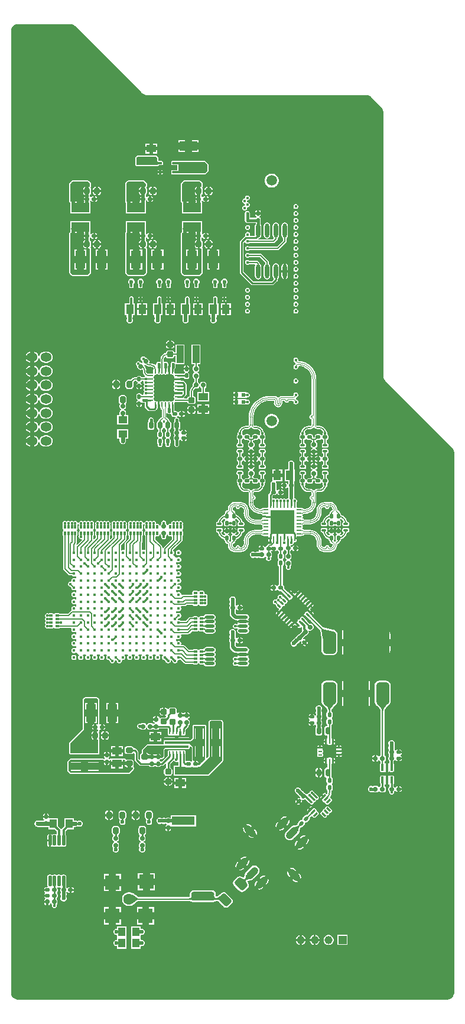
<source format=gtl>
G04*
G04 #@! TF.GenerationSoftware,Altium Limited,Altium Designer,21.7.2 (23)*
G04*
G04 Layer_Physical_Order=1*
G04 Layer_Color=255*
%FSLAX43Y43*%
%MOMM*%
G71*
G04*
G04 #@! TF.SameCoordinates,E45341BC-5B8A-4208-AAAD-0714A86AB049*
G04*
G04*
G04 #@! TF.FilePolarity,Positive*
G04*
G01*
G75*
%ADD11C,0.250*%
%ADD13C,0.200*%
%ADD16C,0.254*%
%ADD17C,0.300*%
%ADD20R,1.050X1.300*%
G04:AMPARAMS|DCode=21|XSize=1mm|YSize=0.376mm|CornerRadius=0.094mm|HoleSize=0mm|Usage=FLASHONLY|Rotation=90.000|XOffset=0mm|YOffset=0mm|HoleType=Round|Shape=RoundedRectangle|*
%AMROUNDEDRECTD21*
21,1,1.000,0.188,0,0,90.0*
21,1,0.812,0.376,0,0,90.0*
1,1,0.188,0.094,0.406*
1,1,0.188,0.094,-0.406*
1,1,0.188,-0.094,-0.406*
1,1,0.188,-0.094,0.406*
%
%ADD21ROUNDEDRECTD21*%
G04:AMPARAMS|DCode=22|XSize=0.61mm|YSize=0.6mm|CornerRadius=0.15mm|HoleSize=0mm|Usage=FLASHONLY|Rotation=270.000|XOffset=0mm|YOffset=0mm|HoleType=Round|Shape=RoundedRectangle|*
%AMROUNDEDRECTD22*
21,1,0.610,0.300,0,0,270.0*
21,1,0.310,0.600,0,0,270.0*
1,1,0.300,-0.150,-0.155*
1,1,0.300,-0.150,0.155*
1,1,0.300,0.150,0.155*
1,1,0.300,0.150,-0.155*
%
%ADD22ROUNDEDRECTD22*%
G04:AMPARAMS|DCode=23|XSize=1.88mm|YSize=3.226mm|CornerRadius=0.47mm|HoleSize=0mm|Usage=FLASHONLY|Rotation=180.000|XOffset=0mm|YOffset=0mm|HoleType=Round|Shape=RoundedRectangle|*
%AMROUNDEDRECTD23*
21,1,1.880,2.286,0,0,180.0*
21,1,0.940,3.226,0,0,180.0*
1,1,0.940,-0.470,1.143*
1,1,0.940,0.470,1.143*
1,1,0.940,0.470,-1.143*
1,1,0.940,-0.470,-1.143*
%
%ADD23ROUNDEDRECTD23*%
G04:AMPARAMS|DCode=24|XSize=0.3mm|YSize=0.7mm|CornerRadius=0mm|HoleSize=0mm|Usage=FLASHONLY|Rotation=225.000|XOffset=0mm|YOffset=0mm|HoleType=Round|Shape=Round|*
%AMOVALD24*
21,1,0.400,0.300,0.000,0.000,315.0*
1,1,0.300,-0.141,0.141*
1,1,0.300,0.141,-0.141*
%
%ADD24OVALD24*%

G04:AMPARAMS|DCode=25|XSize=0.75mm|YSize=0.28mm|CornerRadius=0.07mm|HoleSize=0mm|Usage=FLASHONLY|Rotation=225.000|XOffset=0mm|YOffset=0mm|HoleType=Round|Shape=RoundedRectangle|*
%AMROUNDEDRECTD25*
21,1,0.750,0.140,0,0,225.0*
21,1,0.610,0.280,0,0,225.0*
1,1,0.140,-0.265,-0.166*
1,1,0.140,0.166,0.265*
1,1,0.140,0.265,0.166*
1,1,0.140,-0.166,-0.265*
%
%ADD25ROUNDEDRECTD25*%
G04:AMPARAMS|DCode=26|XSize=0.5mm|YSize=0.6mm|CornerRadius=0.125mm|HoleSize=0mm|Usage=FLASHONLY|Rotation=135.000|XOffset=0mm|YOffset=0mm|HoleType=Round|Shape=RoundedRectangle|*
%AMROUNDEDRECTD26*
21,1,0.500,0.350,0,0,135.0*
21,1,0.250,0.600,0,0,135.0*
1,1,0.250,0.035,0.212*
1,1,0.250,0.212,0.035*
1,1,0.250,-0.035,-0.212*
1,1,0.250,-0.212,-0.035*
%
%ADD26ROUNDEDRECTD26*%
G04:AMPARAMS|DCode=27|XSize=0.5mm|YSize=0.6mm|CornerRadius=0.125mm|HoleSize=0mm|Usage=FLASHONLY|Rotation=270.000|XOffset=0mm|YOffset=0mm|HoleType=Round|Shape=RoundedRectangle|*
%AMROUNDEDRECTD27*
21,1,0.500,0.350,0,0,270.0*
21,1,0.250,0.600,0,0,270.0*
1,1,0.250,-0.175,-0.125*
1,1,0.250,-0.175,0.125*
1,1,0.250,0.175,0.125*
1,1,0.250,0.175,-0.125*
%
%ADD27ROUNDEDRECTD27*%
G04:AMPARAMS|DCode=28|XSize=0.5mm|YSize=0.6mm|CornerRadius=0.125mm|HoleSize=0mm|Usage=FLASHONLY|Rotation=0.000|XOffset=0mm|YOffset=0mm|HoleType=Round|Shape=RoundedRectangle|*
%AMROUNDEDRECTD28*
21,1,0.500,0.350,0,0,0.0*
21,1,0.250,0.600,0,0,0.0*
1,1,0.250,0.125,-0.175*
1,1,0.250,-0.125,-0.175*
1,1,0.250,-0.125,0.175*
1,1,0.250,0.125,0.175*
%
%ADD28ROUNDEDRECTD28*%
%ADD29O,0.250X0.750*%
G04:AMPARAMS|DCode=30|XSize=0.25mm|YSize=0.55mm|CornerRadius=0.063mm|HoleSize=0mm|Usage=FLASHONLY|Rotation=180.000|XOffset=0mm|YOffset=0mm|HoleType=Round|Shape=RoundedRectangle|*
%AMROUNDEDRECTD30*
21,1,0.250,0.425,0,0,180.0*
21,1,0.125,0.550,0,0,180.0*
1,1,0.125,-0.063,0.213*
1,1,0.125,0.063,0.213*
1,1,0.125,0.063,-0.213*
1,1,0.125,-0.063,-0.213*
%
%ADD30ROUNDEDRECTD30*%
G04:AMPARAMS|DCode=31|XSize=0.64mm|YSize=1.02mm|CornerRadius=0.16mm|HoleSize=0mm|Usage=FLASHONLY|Rotation=180.000|XOffset=0mm|YOffset=0mm|HoleType=Round|Shape=RoundedRectangle|*
%AMROUNDEDRECTD31*
21,1,0.640,0.700,0,0,180.0*
21,1,0.320,1.020,0,0,180.0*
1,1,0.320,-0.160,0.350*
1,1,0.320,0.160,0.350*
1,1,0.320,0.160,-0.350*
1,1,0.320,-0.160,-0.350*
%
%ADD31ROUNDEDRECTD31*%
G04:AMPARAMS|DCode=32|XSize=1.25mm|YSize=1.7mm|CornerRadius=0.313mm|HoleSize=0mm|Usage=FLASHONLY|Rotation=45.000|XOffset=0mm|YOffset=0mm|HoleType=Round|Shape=RoundedRectangle|*
%AMROUNDEDRECTD32*
21,1,1.250,1.075,0,0,45.0*
21,1,0.625,1.700,0,0,45.0*
1,1,0.625,0.601,-0.159*
1,1,0.625,0.159,-0.601*
1,1,0.625,-0.601,0.159*
1,1,0.625,-0.159,0.601*
%
%ADD32ROUNDEDRECTD32*%
G04:AMPARAMS|DCode=33|XSize=1.02mm|YSize=2mm|CornerRadius=0mm|HoleSize=0mm|Usage=FLASHONLY|Rotation=315.000|XOffset=0mm|YOffset=0mm|HoleType=Round|Shape=Round|*
%AMOVALD33*
21,1,0.980,1.020,0.000,0.000,45.0*
1,1,1.020,-0.346,-0.346*
1,1,1.020,0.346,0.346*
%
%ADD33OVALD33*%

G04:AMPARAMS|DCode=34|XSize=3.3mm|YSize=1.27mm|CornerRadius=0.318mm|HoleSize=0mm|Usage=FLASHONLY|Rotation=0.000|XOffset=0mm|YOffset=0mm|HoleType=Round|Shape=RoundedRectangle|*
%AMROUNDEDRECTD34*
21,1,3.300,0.635,0,0,0.0*
21,1,2.665,1.270,0,0,0.0*
1,1,0.635,1.333,-0.318*
1,1,0.635,-1.333,-0.318*
1,1,0.635,-1.333,0.318*
1,1,0.635,1.333,0.318*
%
%ADD34ROUNDEDRECTD34*%
%ADD35C,1.600*%
G04:AMPARAMS|DCode=36|XSize=0.45mm|YSize=1.5mm|CornerRadius=0.113mm|HoleSize=0mm|Usage=FLASHONLY|Rotation=0.000|XOffset=0mm|YOffset=0mm|HoleType=Round|Shape=RoundedRectangle|*
%AMROUNDEDRECTD36*
21,1,0.450,1.275,0,0,0.0*
21,1,0.225,1.500,0,0,0.0*
1,1,0.225,0.113,-0.638*
1,1,0.225,-0.113,-0.638*
1,1,0.225,-0.113,0.638*
1,1,0.225,0.113,0.638*
%
%ADD36ROUNDEDRECTD36*%
G04:AMPARAMS|DCode=37|XSize=0.9mm|YSize=0.8mm|CornerRadius=0.2mm|HoleSize=0mm|Usage=FLASHONLY|Rotation=270.000|XOffset=0mm|YOffset=0mm|HoleType=Round|Shape=RoundedRectangle|*
%AMROUNDEDRECTD37*
21,1,0.900,0.400,0,0,270.0*
21,1,0.500,0.800,0,0,270.0*
1,1,0.400,-0.200,-0.250*
1,1,0.400,-0.200,0.250*
1,1,0.400,0.200,0.250*
1,1,0.400,0.200,-0.250*
%
%ADD37ROUNDEDRECTD37*%
%ADD39R,1.400X2.600*%
G04:AMPARAMS|DCode=40|XSize=0.36mm|YSize=0.66mm|CornerRadius=0.09mm|HoleSize=0mm|Usage=FLASHONLY|Rotation=90.000|XOffset=0mm|YOffset=0mm|HoleType=Round|Shape=RoundedRectangle|*
%AMROUNDEDRECTD40*
21,1,0.360,0.480,0,0,90.0*
21,1,0.180,0.660,0,0,90.0*
1,1,0.180,0.240,0.090*
1,1,0.180,0.240,-0.090*
1,1,0.180,-0.240,-0.090*
1,1,0.180,-0.240,0.090*
%
%ADD40ROUNDEDRECTD40*%
%ADD41R,2.000X2.000*%
G04:AMPARAMS|DCode=42|XSize=0.61mm|YSize=0.6mm|CornerRadius=0.15mm|HoleSize=0mm|Usage=FLASHONLY|Rotation=180.000|XOffset=0mm|YOffset=0mm|HoleType=Round|Shape=RoundedRectangle|*
%AMROUNDEDRECTD42*
21,1,0.610,0.300,0,0,180.0*
21,1,0.310,0.600,0,0,180.0*
1,1,0.300,-0.155,0.150*
1,1,0.300,0.155,0.150*
1,1,0.300,0.155,-0.150*
1,1,0.300,-0.155,-0.150*
%
%ADD42ROUNDEDRECTD42*%
G04:AMPARAMS|DCode=43|XSize=0.8mm|YSize=1mm|CornerRadius=0.2mm|HoleSize=0mm|Usage=FLASHONLY|Rotation=0.000|XOffset=0mm|YOffset=0mm|HoleType=Round|Shape=RoundedRectangle|*
%AMROUNDEDRECTD43*
21,1,0.800,0.600,0,0,0.0*
21,1,0.400,1.000,0,0,0.0*
1,1,0.400,0.200,-0.300*
1,1,0.400,-0.200,-0.300*
1,1,0.400,-0.200,0.300*
1,1,0.400,0.200,0.300*
%
%ADD43ROUNDEDRECTD43*%
%ADD44R,0.600X0.500*%
%ADD45O,1.400X0.500*%
%ADD46C,0.450*%
G04:AMPARAMS|DCode=47|XSize=0.375mm|YSize=0.55mm|CornerRadius=0.094mm|HoleSize=0mm|Usage=FLASHONLY|Rotation=270.000|XOffset=0mm|YOffset=0mm|HoleType=Round|Shape=RoundedRectangle|*
%AMROUNDEDRECTD47*
21,1,0.375,0.363,0,0,270.0*
21,1,0.188,0.550,0,0,270.0*
1,1,0.188,-0.181,-0.094*
1,1,0.188,-0.181,0.094*
1,1,0.188,0.181,0.094*
1,1,0.188,0.181,-0.094*
%
%ADD47ROUNDEDRECTD47*%
G04:AMPARAMS|DCode=48|XSize=0.375mm|YSize=0.55mm|CornerRadius=0.094mm|HoleSize=0mm|Usage=FLASHONLY|Rotation=0.000|XOffset=0mm|YOffset=0mm|HoleType=Round|Shape=RoundedRectangle|*
%AMROUNDEDRECTD48*
21,1,0.375,0.363,0,0,0.0*
21,1,0.188,0.550,0,0,0.0*
1,1,0.188,0.094,-0.181*
1,1,0.188,-0.094,-0.181*
1,1,0.188,-0.094,0.181*
1,1,0.188,0.094,0.181*
%
%ADD48ROUNDEDRECTD48*%
%ADD49R,3.658X3.226*%
%ADD50R,1.400X1.100*%
%ADD51R,0.980X3.700*%
G04:AMPARAMS|DCode=52|XSize=0.9mm|YSize=0.8mm|CornerRadius=0.2mm|HoleSize=0mm|Usage=FLASHONLY|Rotation=0.000|XOffset=0mm|YOffset=0mm|HoleType=Round|Shape=RoundedRectangle|*
%AMROUNDEDRECTD52*
21,1,0.900,0.400,0,0,0.0*
21,1,0.500,0.800,0,0,0.0*
1,1,0.400,0.250,-0.200*
1,1,0.400,-0.250,-0.200*
1,1,0.400,-0.250,0.200*
1,1,0.400,0.250,0.200*
%
%ADD52ROUNDEDRECTD52*%
%ADD53R,3.700X0.980*%
G04:AMPARAMS|DCode=54|XSize=0.25mm|YSize=0.8mm|CornerRadius=0.063mm|HoleSize=0mm|Usage=FLASHONLY|Rotation=0.000|XOffset=0mm|YOffset=0mm|HoleType=Round|Shape=RoundedRectangle|*
%AMROUNDEDRECTD54*
21,1,0.250,0.675,0,0,0.0*
21,1,0.125,0.800,0,0,0.0*
1,1,0.125,0.063,-0.338*
1,1,0.125,-0.063,-0.338*
1,1,0.125,-0.063,0.338*
1,1,0.125,0.063,0.338*
%
%ADD54ROUNDEDRECTD54*%
G04:AMPARAMS|DCode=55|XSize=0.25mm|YSize=3.4mm|CornerRadius=0.063mm|HoleSize=0mm|Usage=FLASHONLY|Rotation=90.000|XOffset=0mm|YOffset=0mm|HoleType=Round|Shape=RoundedRectangle|*
%AMROUNDEDRECTD55*
21,1,0.250,3.275,0,0,90.0*
21,1,0.125,3.400,0,0,90.0*
1,1,0.125,1.638,0.063*
1,1,0.125,1.638,-0.063*
1,1,0.125,-1.638,-0.063*
1,1,0.125,-1.638,0.063*
%
%ADD55ROUNDEDRECTD55*%
G04:AMPARAMS|DCode=56|XSize=0.8mm|YSize=1mm|CornerRadius=0.2mm|HoleSize=0mm|Usage=FLASHONLY|Rotation=90.000|XOffset=0mm|YOffset=0mm|HoleType=Round|Shape=RoundedRectangle|*
%AMROUNDEDRECTD56*
21,1,0.800,0.600,0,0,90.0*
21,1,0.400,1.000,0,0,90.0*
1,1,0.400,0.300,0.200*
1,1,0.400,0.300,-0.200*
1,1,0.400,-0.300,-0.200*
1,1,0.400,-0.300,0.200*
%
%ADD56ROUNDEDRECTD56*%
%ADD57O,0.750X0.250*%
G04:AMPARAMS|DCode=58|XSize=0.45mm|YSize=0.3mm|CornerRadius=0.038mm|HoleSize=0mm|Usage=FLASHONLY|Rotation=0.000|XOffset=0mm|YOffset=0mm|HoleType=Round|Shape=RoundedRectangle|*
%AMROUNDEDRECTD58*
21,1,0.450,0.225,0,0,0.0*
21,1,0.375,0.300,0,0,0.0*
1,1,0.075,0.188,-0.113*
1,1,0.075,-0.188,-0.113*
1,1,0.075,-0.188,0.113*
1,1,0.075,0.188,0.113*
%
%ADD58ROUNDEDRECTD58*%
%ADD59R,2.600X1.400*%
%ADD60O,0.250X0.700*%
%ADD61O,0.700X0.250*%
G04:AMPARAMS|DCode=62|XSize=0.25mm|YSize=0.55mm|CornerRadius=0.063mm|HoleSize=0mm|Usage=FLASHONLY|Rotation=90.000|XOffset=0mm|YOffset=0mm|HoleType=Round|Shape=RoundedRectangle|*
%AMROUNDEDRECTD62*
21,1,0.250,0.425,0,0,90.0*
21,1,0.125,0.550,0,0,90.0*
1,1,0.125,0.213,0.063*
1,1,0.125,0.213,-0.063*
1,1,0.125,-0.213,-0.063*
1,1,0.125,-0.213,0.063*
%
%ADD62ROUNDEDRECTD62*%
G04:AMPARAMS|DCode=63|XSize=1.02mm|YSize=2mm|CornerRadius=0mm|HoleSize=0mm|Usage=FLASHONLY|Rotation=45.000|XOffset=0mm|YOffset=0mm|HoleType=Round|Shape=Round|*
%AMOVALD63*
21,1,0.980,1.020,0.000,0.000,135.0*
1,1,1.020,0.346,-0.346*
1,1,1.020,-0.346,0.346*
%
%ADD63OVALD63*%

%ADD64R,1.300X1.050*%
%ADD65O,0.600X2.000*%
G04:AMPARAMS|DCode=66|XSize=0.45mm|YSize=0.3mm|CornerRadius=0.038mm|HoleSize=0mm|Usage=FLASHONLY|Rotation=90.000|XOffset=0mm|YOffset=0mm|HoleType=Round|Shape=RoundedRectangle|*
%AMROUNDEDRECTD66*
21,1,0.450,0.225,0,0,90.0*
21,1,0.375,0.300,0,0,90.0*
1,1,0.075,0.113,0.188*
1,1,0.075,0.113,-0.188*
1,1,0.075,-0.113,-0.188*
1,1,0.075,-0.113,0.188*
%
%ADD66ROUNDEDRECTD66*%
G04:AMPARAMS|DCode=67|XSize=0.61mm|YSize=0.6mm|CornerRadius=0.15mm|HoleSize=0mm|Usage=FLASHONLY|Rotation=315.000|XOffset=0mm|YOffset=0mm|HoleType=Round|Shape=RoundedRectangle|*
%AMROUNDEDRECTD67*
21,1,0.610,0.300,0,0,315.0*
21,1,0.310,0.600,0,0,315.0*
1,1,0.300,0.003,-0.216*
1,1,0.300,-0.216,0.003*
1,1,0.300,-0.003,0.216*
1,1,0.300,0.216,-0.003*
%
%ADD67ROUNDEDRECTD67*%
%ADD68R,1.020X2.540*%
%ADD69R,1.100X1.400*%
G04:AMPARAMS|DCode=70|XSize=0.3mm|YSize=0.7mm|CornerRadius=0mm|HoleSize=0mm|Usage=FLASHONLY|Rotation=135.000|XOffset=0mm|YOffset=0mm|HoleType=Round|Shape=Round|*
%AMOVALD70*
21,1,0.400,0.300,0.000,0.000,225.0*
1,1,0.300,0.141,0.141*
1,1,0.300,-0.141,-0.141*
%
%ADD70OVALD70*%

G04:AMPARAMS|DCode=71|XSize=0.5mm|YSize=0.6mm|CornerRadius=0.125mm|HoleSize=0mm|Usage=FLASHONLY|Rotation=225.000|XOffset=0mm|YOffset=0mm|HoleType=Round|Shape=RoundedRectangle|*
%AMROUNDEDRECTD71*
21,1,0.500,0.350,0,0,225.0*
21,1,0.250,0.600,0,0,225.0*
1,1,0.250,-0.212,0.035*
1,1,0.250,-0.035,0.212*
1,1,0.250,0.212,-0.035*
1,1,0.250,0.035,-0.212*
%
%ADD71ROUNDEDRECTD71*%
G04:AMPARAMS|DCode=72|XSize=0.75mm|YSize=0.28mm|CornerRadius=0.07mm|HoleSize=0mm|Usage=FLASHONLY|Rotation=135.000|XOffset=0mm|YOffset=0mm|HoleType=Round|Shape=RoundedRectangle|*
%AMROUNDEDRECTD72*
21,1,0.750,0.140,0,0,135.0*
21,1,0.610,0.280,0,0,135.0*
1,1,0.140,-0.166,0.265*
1,1,0.140,0.265,-0.166*
1,1,0.140,0.166,-0.265*
1,1,0.140,-0.265,0.166*
%
%ADD72ROUNDEDRECTD72*%
%ADD73R,3.300X1.270*%
%ADD76C,0.500*%
%ADD78C,0.400*%
%ADD79C,0.600*%
%ADD147C,0.170*%
%ADD148C,0.115*%
%ADD149C,0.185*%
%ADD150C,0.120*%
%ADD151C,4.500*%
%ADD152R,1.150X1.150*%
%ADD153C,1.150*%
%ADD154O,1.600X1.300*%
%ADD155R,3.450X3.450*%
%ADD156R,1.000X1.800*%
%ADD157O,0.500X1.500*%
%ADD158R,1.250X1.250*%
%ADD159C,6.000*%
%ADD160C,1.500*%
%ADD161R,1.800X1.000*%
%ADD162P,3.818X4X180.0*%
%ADD163P,1.626X4X180.0*%
%ADD164C,0.600*%
%ADD165C,0.400*%
%ADD166C,0.700*%
G36*
X51000Y189700D02*
X58455Y189700D01*
X58455Y189700D01*
X58455Y189700D01*
X58455D01*
X58572Y189698D01*
X58768Y189659D01*
X58964Y189578D01*
X59140Y189460D01*
X59215Y189385D01*
X68760Y179840D01*
X68760Y179840D01*
X68832Y179775D01*
X68853Y179760D01*
X68993Y179667D01*
X69173Y179593D01*
X69364Y179555D01*
X69461Y179550D01*
X100851D01*
X100851Y179550D01*
Y179550D01*
X100851D01*
X100969Y179548D01*
X101167Y179508D01*
X101364Y179427D01*
X101542Y179308D01*
X101618Y179232D01*
X103029Y177821D01*
X103029Y177821D01*
X103029Y177821D01*
X103030Y177820D01*
X103112Y177734D01*
X103225Y177565D01*
X103308Y177366D01*
X103350Y177154D01*
X103350Y177046D01*
X103350Y139311D01*
X103350Y139311D01*
X103355Y139214D01*
X103393Y139023D01*
X103467Y138843D01*
X103575Y138682D01*
X103640Y138610D01*
X113185Y129065D01*
X113185Y129065D01*
X113260Y128990D01*
X113378Y128814D01*
X113459Y128618D01*
X113500Y128411D01*
X113500Y128305D01*
X113500Y51000D01*
X113500Y51000D01*
Y50902D01*
X113462Y50708D01*
X113386Y50526D01*
X113277Y50363D01*
X113137Y50223D01*
X112974Y50114D01*
X112792Y50038D01*
X112598Y50000D01*
X51000D01*
X50902Y50000D01*
X50708Y50038D01*
X50526Y50114D01*
X50363Y50223D01*
X50223Y50363D01*
X50114Y50526D01*
X50038Y50708D01*
X50000Y50902D01*
X50000Y51000D01*
Y188700D01*
X50000Y188798D01*
X50038Y188992D01*
X50114Y189174D01*
X50223Y189337D01*
X50363Y189477D01*
X50526Y189586D01*
X50708Y189662D01*
X50902Y189700D01*
X51000Y189700D01*
D02*
G37*
%LPC*%
G36*
X76900Y173074D02*
X75950D01*
Y172724D01*
X76900D01*
Y173074D01*
D02*
G37*
G36*
X74950D02*
X74000D01*
Y172724D01*
X74950D01*
Y173074D01*
D02*
G37*
G36*
X70950Y172578D02*
X70350D01*
Y172128D01*
X70950D01*
Y172578D01*
D02*
G37*
G36*
X69850D02*
X69250D01*
Y172128D01*
X69850D01*
Y172578D01*
D02*
G37*
G36*
X76900Y171724D02*
X75950D01*
Y171374D01*
X76900D01*
Y171724D01*
D02*
G37*
G36*
X74950D02*
X74000D01*
Y171374D01*
X74950D01*
Y171724D01*
D02*
G37*
G36*
X70950Y171628D02*
X70350D01*
Y171178D01*
X70950D01*
Y171628D01*
D02*
G37*
G36*
X69850D02*
X69250D01*
Y171178D01*
X69850D01*
Y171628D01*
D02*
G37*
G36*
X70800Y170862D02*
X68100D01*
X67985Y170815D01*
X67835Y170665D01*
X67788Y170550D01*
Y169650D01*
X67835Y169535D01*
X67985Y169385D01*
X68100Y169338D01*
X70950D01*
X71065Y169385D01*
X71167Y169488D01*
X71600D01*
X71715Y169535D01*
X71762Y169650D01*
Y169950D01*
X71715Y170065D01*
X71600Y170112D01*
X71167D01*
X71112Y170167D01*
Y170550D01*
X71065Y170665D01*
X70950Y170780D01*
Y170800D01*
X70930D01*
X70915Y170815D01*
X70800Y170862D01*
D02*
G37*
G36*
X71562Y168804D02*
X71525D01*
Y168650D01*
X71746D01*
X71739Y168686D01*
X71698Y168748D01*
X71636Y168789D01*
X71562Y168804D01*
D02*
G37*
G36*
X71225D02*
X71188D01*
X71114Y168789D01*
X71052Y168748D01*
X71011Y168686D01*
X71004Y168650D01*
X71225D01*
Y168804D01*
D02*
G37*
G36*
X71746Y168350D02*
X71525D01*
Y168196D01*
X71562D01*
X71636Y168211D01*
X71698Y168252D01*
X71739Y168314D01*
X71746Y168350D01*
D02*
G37*
G36*
X71225D02*
X71004D01*
X71011Y168314D01*
X71052Y168252D01*
X71114Y168211D01*
X71188Y168196D01*
X71225D01*
Y168350D01*
D02*
G37*
G36*
X77750Y170112D02*
X73950D01*
X73934Y170106D01*
X73325D01*
X73314Y170104D01*
X73137D01*
X73064Y170089D01*
X73002Y170048D01*
X72961Y169986D01*
X72946Y169913D01*
Y169688D01*
X72961Y169614D01*
X73002Y169552D01*
X73064Y169511D01*
X73137Y169496D01*
X73314D01*
X73325Y169494D01*
X73788D01*
Y168806D01*
X73325D01*
X73314Y168804D01*
X73137D01*
X73064Y168789D01*
X73002Y168748D01*
X72961Y168686D01*
X72946Y168613D01*
Y168387D01*
X72961Y168314D01*
X73002Y168252D01*
X73064Y168211D01*
X73137Y168196D01*
X73314D01*
X73325Y168194D01*
X73934D01*
X73950Y168188D01*
X77750D01*
X77865Y168235D01*
X78215Y168585D01*
X78262Y168700D01*
X78262Y169600D01*
X78215Y169715D01*
X77865Y170065D01*
X77750Y170112D01*
D02*
G37*
G36*
X87470Y168284D02*
X87206D01*
X86952Y168216D01*
X86724Y168084D01*
X86538Y167898D01*
X86406Y167670D01*
X86338Y167416D01*
Y167152D01*
X86406Y166898D01*
X86538Y166670D01*
X86724Y166484D01*
X86952Y166352D01*
X87206Y166284D01*
X87470D01*
X87724Y166352D01*
X87952Y166484D01*
X88138Y166670D01*
X88270Y166898D01*
X88338Y167152D01*
Y167416D01*
X88270Y167670D01*
X88138Y167898D01*
X87952Y168084D01*
X87724Y168216D01*
X87470Y168284D01*
D02*
G37*
G36*
X78500Y166407D02*
X78450D01*
Y165950D01*
X78857D01*
Y166050D01*
X78830Y166187D01*
X78752Y166302D01*
X78637Y166380D01*
X78500Y166407D01*
D02*
G37*
G36*
X78150D02*
X78100D01*
X77963Y166380D01*
X77848Y166302D01*
X77770Y166187D01*
X77743Y166050D01*
Y165950D01*
X78150D01*
Y166407D01*
D02*
G37*
G36*
X70500D02*
X70450D01*
Y165950D01*
X70857D01*
Y166050D01*
X70830Y166187D01*
X70752Y166302D01*
X70637Y166380D01*
X70500Y166407D01*
D02*
G37*
G36*
X62500D02*
X62450D01*
Y165950D01*
X62857D01*
Y166050D01*
X62830Y166187D01*
X62752Y166302D01*
X62637Y166380D01*
X62500Y166407D01*
D02*
G37*
G36*
X70150D02*
X70100D01*
X69963Y166380D01*
X69848Y166302D01*
X69770Y166187D01*
X69743Y166050D01*
Y165950D01*
X70150D01*
Y166407D01*
D02*
G37*
G36*
X62150D02*
X62100D01*
X61963Y166380D01*
X61848Y166302D01*
X61770Y166187D01*
X61743Y166050D01*
Y165950D01*
X62150D01*
Y166407D01*
D02*
G37*
G36*
X78857Y165650D02*
X78450D01*
Y165193D01*
X78500D01*
X78637Y165220D01*
X78752Y165298D01*
X78830Y165413D01*
X78857Y165550D01*
Y165650D01*
D02*
G37*
G36*
X78150D02*
X77743D01*
Y165550D01*
X77770Y165413D01*
X77848Y165298D01*
X77963Y165220D01*
X78100Y165193D01*
X78150D01*
Y165650D01*
D02*
G37*
G36*
X70857Y165650D02*
X70450D01*
Y165193D01*
X70500D01*
X70637Y165220D01*
X70752Y165298D01*
X70830Y165413D01*
X70857Y165550D01*
Y165650D01*
D02*
G37*
G36*
X70150D02*
X69743D01*
Y165550D01*
X69770Y165413D01*
X69848Y165298D01*
X69963Y165220D01*
X70100Y165193D01*
X70150D01*
Y165650D01*
D02*
G37*
G36*
X62857D02*
X62450D01*
Y165193D01*
X62500D01*
X62637Y165220D01*
X62752Y165298D01*
X62830Y165413D01*
X62857Y165550D01*
Y165650D01*
D02*
G37*
G36*
X62150D02*
X61743D01*
Y165550D01*
X61770Y165413D01*
X61848Y165298D01*
X61963Y165220D01*
X62100Y165193D01*
X62150D01*
Y165650D01*
D02*
G37*
G36*
X78075Y165055D02*
X78050D01*
Y164800D01*
X78350D01*
X78334Y164882D01*
X78273Y164973D01*
X78182Y165034D01*
X78075Y165055D01*
D02*
G37*
G36*
X62075D02*
X62050D01*
Y164800D01*
X62350D01*
X62334Y164882D01*
X62273Y164973D01*
X62182Y165034D01*
X62075Y165055D01*
D02*
G37*
G36*
X70075D02*
X70050D01*
Y164800D01*
X70350D01*
X70334Y164882D01*
X70273Y164973D01*
X70182Y165034D01*
X70075Y165055D01*
D02*
G37*
G36*
X78350Y164500D02*
X78050D01*
Y164245D01*
X78075D01*
X78182Y164266D01*
X78273Y164327D01*
X78334Y164418D01*
X78350Y164500D01*
D02*
G37*
G36*
X77000Y167312D02*
X74800Y167312D01*
X74685Y167265D01*
X74685Y167265D01*
X74385Y166965D01*
X74338Y166850D01*
X74338Y164247D01*
X74385Y164132D01*
X74450Y164105D01*
Y162547D01*
X77350D01*
Y164247D01*
X77308D01*
Y164378D01*
X77334Y164418D01*
X77335Y164424D01*
X77465D01*
X77466Y164418D01*
X77527Y164327D01*
X77618Y164266D01*
X77725Y164245D01*
X77750D01*
Y164650D01*
Y165055D01*
X77725D01*
X77618Y165034D01*
X77527Y164973D01*
X77513Y164952D01*
X77358Y164939D01*
X77308Y164992D01*
Y165094D01*
X77318Y165113D01*
X77317Y165115D01*
X77318Y165116D01*
X77308Y165146D01*
Y165268D01*
X77352Y165298D01*
X77430Y165413D01*
X77457Y165550D01*
Y166050D01*
X77430Y166187D01*
X77394Y166240D01*
X77415Y166364D01*
X77459Y166448D01*
X77456Y166464D01*
X77462Y166478D01*
Y166850D01*
X77415Y166965D01*
X77115Y167265D01*
X77000Y167312D01*
D02*
G37*
G36*
X70350Y164500D02*
X70050D01*
Y164245D01*
X70075D01*
X70182Y164266D01*
X70273Y164327D01*
X70334Y164418D01*
X70350Y164500D01*
D02*
G37*
G36*
X66800Y167312D02*
X66685Y167265D01*
X66385Y166965D01*
X66338Y166850D01*
Y164247D01*
X66385Y164132D01*
X66450Y164105D01*
Y162547D01*
X69350D01*
Y164247D01*
X69308D01*
Y164378D01*
X69334Y164418D01*
X69335Y164424D01*
X69465D01*
X69466Y164418D01*
X69527Y164327D01*
X69618Y164266D01*
X69725Y164245D01*
X69750D01*
Y164650D01*
X69900D01*
D01*
X69750D01*
Y165055D01*
X69725D01*
X69618Y165034D01*
X69527Y164973D01*
X69513Y164952D01*
X69358Y164939D01*
X69308Y164992D01*
Y165094D01*
X69318Y165113D01*
X69317Y165115D01*
X69318Y165116D01*
X69308Y165146D01*
Y165268D01*
X69352Y165298D01*
X69430Y165413D01*
X69457Y165550D01*
Y166050D01*
X69430Y166187D01*
X69394Y166240D01*
X69415Y166364D01*
X69459Y166448D01*
X69456Y166464D01*
X69462Y166478D01*
Y166850D01*
X69415Y166965D01*
X69115Y167265D01*
X69000Y167312D01*
X66800Y167312D01*
D02*
G37*
G36*
X62350Y164500D02*
X62050D01*
Y164245D01*
X62075D01*
X62182Y164266D01*
X62273Y164327D01*
X62334Y164418D01*
X62350Y164500D01*
D02*
G37*
G36*
X58800Y167312D02*
X58685Y167265D01*
X58385Y166965D01*
X58338Y166850D01*
Y164247D01*
X58385Y164132D01*
X58450Y164105D01*
Y162547D01*
X61350D01*
Y164247D01*
X61308D01*
Y164378D01*
X61334Y164418D01*
X61335Y164424D01*
X61465D01*
X61466Y164418D01*
X61527Y164327D01*
X61618Y164266D01*
X61725Y164245D01*
X61750D01*
Y164650D01*
X61900D01*
D01*
X61750D01*
Y165055D01*
X61725D01*
X61618Y165034D01*
X61527Y164973D01*
X61513Y164952D01*
X61358Y164939D01*
X61308Y164992D01*
Y165094D01*
X61318Y165113D01*
X61317Y165115D01*
X61318Y165116D01*
X61308Y165146D01*
Y165268D01*
X61352Y165298D01*
X61430Y165413D01*
X61457Y165550D01*
Y166050D01*
X61430Y166187D01*
X61394Y166240D01*
X61415Y166364D01*
X61459Y166448D01*
X61456Y166464D01*
X61462Y166478D01*
Y166850D01*
X61415Y166965D01*
X61115Y167265D01*
X61000Y167312D01*
X58800Y167312D01*
D02*
G37*
G36*
X90870Y163934D02*
X90730D01*
X90602Y163881D01*
X90503Y163782D01*
X90450Y163654D01*
Y163514D01*
X90503Y163386D01*
X90602Y163287D01*
X90730Y163234D01*
X90870D01*
X90998Y163287D01*
X91097Y163386D01*
X91150Y163514D01*
Y163654D01*
X91097Y163782D01*
X90998Y163881D01*
X90870Y163934D01*
D02*
G37*
G36*
X83926Y165164D02*
X83787D01*
X83658Y165111D01*
X83560Y165012D01*
X83507Y164883D01*
Y164744D01*
X83417Y164714D01*
X83412D01*
X83283Y164661D01*
X83185Y164562D01*
X83132Y164433D01*
Y164294D01*
X83185Y164166D01*
X83283Y164067D01*
X83412Y164014D01*
X83419D01*
X83507Y163893D01*
Y163754D01*
X83417Y163723D01*
X83412D01*
X83283Y163670D01*
X83185Y163571D01*
X83132Y163443D01*
Y163304D01*
X83185Y163175D01*
X83283Y163076D01*
X83412Y163023D01*
X83551D01*
X83680Y163076D01*
X83778Y163175D01*
X83832Y163304D01*
Y163443D01*
X83921Y163473D01*
X83926D01*
X84055Y163526D01*
X84153Y163625D01*
X84207Y163754D01*
Y163893D01*
X84153Y164021D01*
X84055Y164120D01*
X83926Y164173D01*
X83919D01*
X83832Y164294D01*
Y164433D01*
X83921Y164464D01*
X83926D01*
X84055Y164517D01*
X84153Y164616D01*
X84207Y164744D01*
Y164883D01*
X84153Y165012D01*
X84055Y165111D01*
X83926Y165164D01*
D02*
G37*
G36*
X85535Y163045D02*
Y162745D01*
X85790D01*
Y162770D01*
X85769Y162877D01*
X85708Y162968D01*
X85617Y163029D01*
X85535Y163045D01*
D02*
G37*
G36*
X85235D02*
X85153Y163029D01*
X85062Y162968D01*
X85001Y162877D01*
X84980Y162770D01*
Y162745D01*
X85235D01*
Y163045D01*
D02*
G37*
G36*
X90870Y162934D02*
X90730D01*
X90602Y162881D01*
X90503Y162782D01*
X90450Y162654D01*
Y162514D01*
X90503Y162386D01*
X90602Y162287D01*
X90730Y162234D01*
X90870D01*
X90998Y162287D01*
X91097Y162386D01*
X91150Y162514D01*
Y162654D01*
X91097Y162782D01*
X90998Y162881D01*
X90870Y162934D01*
D02*
G37*
G36*
Y161934D02*
X90730D01*
X90602Y161881D01*
X90503Y161782D01*
X90450Y161654D01*
Y161514D01*
X90503Y161386D01*
X90602Y161287D01*
X90730Y161234D01*
X90870D01*
X90998Y161287D01*
X91097Y161386D01*
X91150Y161514D01*
Y161654D01*
X91097Y161782D01*
X90998Y161881D01*
X90870Y161934D01*
D02*
G37*
G36*
Y160934D02*
X90730D01*
X90602Y160881D01*
X90503Y160782D01*
X90450Y160654D01*
Y160514D01*
X90503Y160386D01*
X90602Y160287D01*
X90730Y160234D01*
X90870D01*
X90998Y160287D01*
X91097Y160386D01*
X91150Y160514D01*
Y160654D01*
X91097Y160782D01*
X90998Y160881D01*
X90870Y160934D01*
D02*
G37*
G36*
X83970Y160925D02*
X83830D01*
X83702Y160872D01*
X83603Y160773D01*
X83550Y160645D01*
Y160505D01*
X83603Y160377D01*
X83702Y160278D01*
X83830Y160225D01*
X83970D01*
X84098Y160278D01*
X84197Y160377D01*
X84250Y160505D01*
Y160645D01*
X84197Y160773D01*
X84098Y160872D01*
X83970Y160925D01*
D02*
G37*
G36*
X78075Y159755D02*
X78050D01*
Y159500D01*
X78350D01*
X78334Y159582D01*
X78273Y159673D01*
X78182Y159734D01*
X78075Y159755D01*
D02*
G37*
G36*
X62075D02*
X62050D01*
Y159500D01*
X62350D01*
X62334Y159582D01*
X62273Y159673D01*
X62182Y159734D01*
X62075Y159755D01*
D02*
G37*
G36*
X70075D02*
X70050D01*
Y159500D01*
X70350D01*
X70334Y159582D01*
X70273Y159673D01*
X70182Y159734D01*
X70075Y159755D01*
D02*
G37*
G36*
X83850Y162957D02*
X83816Y162950D01*
X83780D01*
X83748Y162937D01*
X83713Y162930D01*
X83684Y162910D01*
X83652Y162897D01*
X83627Y162872D01*
X83598Y162852D01*
X83578Y162823D01*
X83553Y162798D01*
X83540Y162766D01*
X83520Y162737D01*
X83513Y162702D01*
X83500Y162670D01*
Y162634D01*
X83493Y162600D01*
Y161600D01*
X83500Y161566D01*
Y161530D01*
X83513Y161498D01*
X83520Y161463D01*
X83540Y161434D01*
X83553Y161402D01*
X83578Y161377D01*
X83598Y161348D01*
X83627Y161328D01*
X83652Y161303D01*
X83684Y161290D01*
X83713Y161270D01*
X83748Y161263D01*
X83780Y161250D01*
X83816D01*
X83850Y161243D01*
X85041D01*
Y161101D01*
X84971Y160997D01*
X84936Y160821D01*
Y159421D01*
X84815Y159380D01*
X84313D01*
X84242Y159486D01*
X84250Y159505D01*
Y159645D01*
X84197Y159773D01*
X84098Y159872D01*
X83970Y159925D01*
X83830D01*
X83702Y159872D01*
X83603Y159773D01*
X83550Y159645D01*
Y159505D01*
X83556Y159491D01*
X83543Y159359D01*
X83452Y159298D01*
X82852Y158698D01*
X82791Y158607D01*
X82770Y158500D01*
Y154150D01*
X82791Y154043D01*
X82852Y153952D01*
X84402Y152402D01*
X84493Y152341D01*
X84600Y152320D01*
X87450D01*
X87557Y152341D01*
X87648Y152402D01*
X88130Y152883D01*
X88191Y152974D01*
X88212Y153082D01*
Y153223D01*
X88259Y153255D01*
X88359Y153403D01*
X88394Y153579D01*
Y154979D01*
X88359Y155155D01*
X88259Y155303D01*
X88111Y155403D01*
X87935Y155438D01*
X87759Y155403D01*
X87611Y155303D01*
X87511Y155155D01*
X87476Y154979D01*
Y153579D01*
X87511Y153403D01*
X87611Y153255D01*
X87577Y153124D01*
X87334Y152880D01*
X84716D01*
X83330Y154266D01*
Y158375D01*
X83426Y158460D01*
X83560Y158433D01*
X83579Y158386D01*
X83678Y158287D01*
X83806Y158234D01*
X83946D01*
X84074Y158287D01*
X84124Y158337D01*
X87584D01*
X87679Y158356D01*
X87759Y158409D01*
X88110Y158760D01*
X88163Y158840D01*
X88182Y158935D01*
Y159045D01*
X88259Y159097D01*
X88359Y159245D01*
X88394Y159421D01*
Y160821D01*
X88359Y160997D01*
X88259Y161145D01*
X88111Y161245D01*
X87935Y161280D01*
X87759Y161245D01*
X87611Y161145D01*
X87511Y160997D01*
X87476Y160821D01*
Y159421D01*
X87511Y159245D01*
X87611Y159097D01*
X87601Y158950D01*
X87482Y158831D01*
X85492D01*
X85428Y158958D01*
X85437Y158971D01*
X85571Y158997D01*
X85719Y159097D01*
X85819Y159245D01*
X85854Y159421D01*
Y160821D01*
X85819Y160997D01*
X85754Y161093D01*
Y161291D01*
X85769Y161313D01*
X85790Y161420D01*
Y161770D01*
X85769Y161877D01*
X85708Y161968D01*
X85617Y162029D01*
X85611Y162030D01*
Y162160D01*
X85617Y162161D01*
X85708Y162222D01*
X85769Y162313D01*
X85790Y162420D01*
Y162445D01*
X84980D01*
Y162420D01*
X85001Y162313D01*
X85062Y162222D01*
X85153Y162161D01*
X85159Y162160D01*
Y162030D01*
X85153Y162029D01*
X85062Y161968D01*
X85054Y161957D01*
X84207D01*
Y162600D01*
X84200Y162634D01*
Y162670D01*
X84187Y162702D01*
X84180Y162737D01*
X84160Y162766D01*
X84147Y162798D01*
X84122Y162823D01*
X84102Y162852D01*
X84073Y162872D01*
X84048Y162897D01*
X84016Y162910D01*
X83987Y162930D01*
X83952Y162937D01*
X83920Y162950D01*
X83884D01*
X83850Y162957D01*
D02*
G37*
G36*
X90870Y159934D02*
X90730D01*
X90602Y159881D01*
X90503Y159782D01*
X90450Y159654D01*
Y159514D01*
X90503Y159386D01*
X90602Y159287D01*
X90730Y159234D01*
X90870D01*
X90998Y159287D01*
X91097Y159386D01*
X91150Y159514D01*
Y159654D01*
X91097Y159782D01*
X90998Y159881D01*
X90870Y159934D01*
D02*
G37*
G36*
X86665Y161280D02*
X86489Y161245D01*
X86341Y161145D01*
X86241Y160997D01*
X86206Y160821D01*
Y159421D01*
X86241Y159245D01*
X86341Y159097D01*
X86489Y158997D01*
X86665Y158962D01*
X86841Y158997D01*
X86989Y159097D01*
X87089Y159245D01*
X87124Y159421D01*
Y160821D01*
X87089Y160997D01*
X86989Y161145D01*
X86841Y161245D01*
X86665Y161280D01*
D02*
G37*
G36*
X78350Y159200D02*
X78050D01*
Y158945D01*
X78075D01*
X78182Y158966D01*
X78273Y159027D01*
X78334Y159118D01*
X78350Y159200D01*
D02*
G37*
G36*
X77350Y161453D02*
X74450D01*
Y160439D01*
X74442Y160400D01*
X74450Y160361D01*
Y159895D01*
X74385Y159868D01*
X74338Y159753D01*
Y154100D01*
X74385Y153985D01*
X74685Y153685D01*
X74800Y153638D01*
X77000Y153638D01*
X77115Y153685D01*
X77415Y153985D01*
X77462Y154100D01*
X77462Y157522D01*
X77456Y157536D01*
X77459Y157552D01*
X77433Y157592D01*
X77415Y157636D01*
X77394Y157760D01*
X77430Y157813D01*
X77457Y157950D01*
Y158450D01*
X77430Y158587D01*
X77352Y158702D01*
X77308Y158732D01*
Y158854D01*
X77318Y158884D01*
X77317Y158885D01*
X77318Y158887D01*
X77308Y158906D01*
Y159078D01*
X77334Y159118D01*
X77335Y159124D01*
X77465D01*
X77466Y159118D01*
X77527Y159027D01*
X77618Y158966D01*
X77725Y158945D01*
X77750D01*
Y159350D01*
Y159755D01*
X77725D01*
X77618Y159734D01*
X77527Y159673D01*
X77513Y159652D01*
X77363Y159639D01*
X77350Y159753D01*
X77350D01*
Y161453D01*
D02*
G37*
G36*
X70350Y159200D02*
X70050D01*
Y158945D01*
X70075D01*
X70182Y158966D01*
X70273Y159027D01*
X70334Y159118D01*
X70350Y159200D01*
D02*
G37*
G36*
X69350Y161453D02*
X66450D01*
Y160439D01*
X66442Y160400D01*
X66450Y160361D01*
Y159895D01*
X66385Y159868D01*
X66338Y159753D01*
Y154100D01*
X66385Y153985D01*
X66685Y153685D01*
X66800Y153638D01*
X69000Y153638D01*
X69115Y153685D01*
X69415Y153985D01*
X69462Y154100D01*
X69462Y157522D01*
X69456Y157536D01*
X69459Y157552D01*
X69433Y157592D01*
X69415Y157636D01*
X69394Y157760D01*
X69430Y157813D01*
X69457Y157950D01*
Y158450D01*
X69430Y158587D01*
X69352Y158702D01*
X69308Y158732D01*
Y158854D01*
X69318Y158884D01*
X69317Y158885D01*
X69318Y158887D01*
X69308Y158906D01*
Y159078D01*
X69334Y159118D01*
X69335Y159124D01*
X69465D01*
X69466Y159118D01*
X69527Y159027D01*
X69618Y158966D01*
X69725Y158945D01*
X69750D01*
Y159350D01*
Y159755D01*
X69725D01*
X69618Y159734D01*
X69527Y159673D01*
X69513Y159652D01*
X69363Y159639D01*
X69350Y159753D01*
X69350D01*
Y161453D01*
D02*
G37*
G36*
X62350Y159200D02*
X62050D01*
Y158945D01*
X62075D01*
X62182Y158966D01*
X62273Y159027D01*
X62334Y159118D01*
X62350Y159200D01*
D02*
G37*
G36*
X61350Y161453D02*
X58450D01*
Y160439D01*
X58442Y160400D01*
X58450Y160361D01*
Y159895D01*
X58385Y159868D01*
X58338Y159753D01*
Y154100D01*
X58385Y153985D01*
X58685Y153685D01*
X58800Y153638D01*
X61000Y153638D01*
X61115Y153685D01*
X61415Y153985D01*
X61462Y154100D01*
Y157522D01*
X61456Y157536D01*
X61459Y157552D01*
X61433Y157592D01*
X61415Y157636D01*
X61394Y157760D01*
X61430Y157813D01*
X61457Y157950D01*
Y158450D01*
X61430Y158587D01*
X61352Y158702D01*
X61308Y158732D01*
Y158854D01*
X61318Y158884D01*
X61317Y158885D01*
X61318Y158887D01*
X61308Y158906D01*
Y159078D01*
X61334Y159118D01*
X61335Y159124D01*
X61465D01*
X61466Y159118D01*
X61527Y159027D01*
X61618Y158966D01*
X61725Y158945D01*
X61750D01*
Y159350D01*
Y159755D01*
X61725D01*
X61618Y159734D01*
X61527Y159673D01*
X61513Y159652D01*
X61363Y159639D01*
X61350Y159753D01*
X61350D01*
Y161453D01*
D02*
G37*
G36*
X78500Y158807D02*
X78450D01*
Y158350D01*
X78857D01*
Y158450D01*
X78830Y158587D01*
X78752Y158702D01*
X78637Y158780D01*
X78500Y158807D01*
D02*
G37*
G36*
X78150D02*
X78100D01*
X77963Y158780D01*
X77848Y158702D01*
X77770Y158587D01*
X77743Y158450D01*
Y158350D01*
X78150D01*
Y158807D01*
D02*
G37*
G36*
X62500D02*
X62450D01*
Y158350D01*
X62857D01*
Y158450D01*
X62830Y158587D01*
X62752Y158702D01*
X62637Y158780D01*
X62500Y158807D01*
D02*
G37*
G36*
X62150D02*
X62100D01*
X61963Y158780D01*
X61848Y158702D01*
X61770Y158587D01*
X61743Y158450D01*
Y158350D01*
X62150D01*
Y158807D01*
D02*
G37*
G36*
X70500D02*
X70450D01*
Y158350D01*
X70857D01*
Y158450D01*
X70830Y158587D01*
X70752Y158702D01*
X70637Y158780D01*
X70500Y158807D01*
D02*
G37*
G36*
X70150D02*
X70100D01*
X69963Y158780D01*
X69848Y158702D01*
X69770Y158587D01*
X69743Y158450D01*
Y158350D01*
X70150D01*
Y158807D01*
D02*
G37*
G36*
X90870Y158934D02*
X90730D01*
X90602Y158881D01*
X90503Y158782D01*
X90450Y158654D01*
Y158514D01*
X90503Y158386D01*
X90602Y158287D01*
X90730Y158234D01*
X90870D01*
X90998Y158287D01*
X91097Y158386D01*
X91150Y158514D01*
Y158654D01*
X91097Y158782D01*
X90998Y158881D01*
X90870Y158934D01*
D02*
G37*
G36*
X89205Y161280D02*
X89029Y161245D01*
X88881Y161145D01*
X88781Y160997D01*
X88746Y160821D01*
Y159421D01*
X88781Y159245D01*
X88881Y159097D01*
X88958Y159045D01*
Y158707D01*
X88082Y157831D01*
X84124D01*
X84074Y157881D01*
X83946Y157934D01*
X83806D01*
X83678Y157881D01*
X83579Y157782D01*
X83526Y157654D01*
Y157514D01*
X83579Y157386D01*
X83678Y157287D01*
X83806Y157234D01*
X83946D01*
X84074Y157287D01*
X84124Y157337D01*
X88184D01*
X88279Y157356D01*
X88359Y157409D01*
X89380Y158430D01*
X89433Y158510D01*
X89452Y158605D01*
Y159045D01*
X89529Y159097D01*
X89629Y159245D01*
X89664Y159421D01*
Y160821D01*
X89629Y160997D01*
X89529Y161145D01*
X89381Y161245D01*
X89205Y161280D01*
D02*
G37*
G36*
X78857Y158050D02*
X78450D01*
Y157593D01*
X78500D01*
X78637Y157620D01*
X78752Y157698D01*
X78830Y157813D01*
X78857Y157950D01*
Y158050D01*
D02*
G37*
G36*
X78150D02*
X77743D01*
Y157950D01*
X77770Y157813D01*
X77848Y157698D01*
X77963Y157620D01*
X78100Y157593D01*
X78150D01*
Y158050D01*
D02*
G37*
G36*
X70857Y158050D02*
X70450D01*
Y157593D01*
X70500D01*
X70637Y157620D01*
X70752Y157698D01*
X70830Y157813D01*
X70857Y157950D01*
Y158050D01*
D02*
G37*
G36*
X70150D02*
X69743D01*
Y157950D01*
X69770Y157813D01*
X69848Y157698D01*
X69963Y157620D01*
X70100Y157593D01*
X70150D01*
Y158050D01*
D02*
G37*
G36*
X62857Y158050D02*
X62450D01*
Y157593D01*
X62500D01*
X62637Y157620D01*
X62752Y157698D01*
X62830Y157813D01*
X62857Y157950D01*
Y158050D01*
D02*
G37*
G36*
X62150D02*
X61743D01*
Y157950D01*
X61770Y157813D01*
X61848Y157698D01*
X61963Y157620D01*
X62100Y157593D01*
X62150D01*
Y158050D01*
D02*
G37*
G36*
X90870Y157934D02*
X90730D01*
X90602Y157881D01*
X90503Y157782D01*
X90450Y157654D01*
Y157514D01*
X90503Y157386D01*
X90602Y157287D01*
X90730Y157234D01*
X90870D01*
X90998Y157287D01*
X91097Y157386D01*
X91150Y157514D01*
Y157654D01*
X91097Y157782D01*
X90998Y157881D01*
X90870Y157934D01*
D02*
G37*
G36*
X63824Y157450D02*
X63474D01*
Y156500D01*
X63824D01*
Y157450D01*
D02*
G37*
G36*
X62474D02*
X62124D01*
Y156500D01*
X62474D01*
Y157450D01*
D02*
G37*
G36*
X71824Y157450D02*
X71474D01*
Y156500D01*
X71824D01*
Y157450D01*
D02*
G37*
G36*
X79824Y157450D02*
X79474D01*
Y156500D01*
X79824D01*
Y157450D01*
D02*
G37*
G36*
X70474Y157450D02*
X70124D01*
Y156500D01*
X70474D01*
Y157450D01*
D02*
G37*
G36*
X78474Y157450D02*
X78124D01*
Y156500D01*
X78474D01*
Y157450D01*
D02*
G37*
G36*
X90870Y156934D02*
X90730D01*
X90602Y156881D01*
X90503Y156782D01*
X90450Y156654D01*
Y156514D01*
X90503Y156386D01*
X90602Y156287D01*
X90730Y156234D01*
X90870D01*
X90998Y156287D01*
X91097Y156386D01*
X91150Y156514D01*
Y156654D01*
X91097Y156782D01*
X90998Y156881D01*
X90870Y156934D01*
D02*
G37*
G36*
Y155934D02*
X90730D01*
X90602Y155881D01*
X90503Y155782D01*
X90450Y155654D01*
Y155514D01*
X90503Y155386D01*
X90602Y155287D01*
X90730Y155234D01*
X90870D01*
X90998Y155287D01*
X91097Y155386D01*
X91150Y155514D01*
Y155654D01*
X91097Y155782D01*
X90998Y155881D01*
X90870Y155934D01*
D02*
G37*
G36*
X71824Y155500D02*
X71474D01*
Y154550D01*
X71824D01*
Y155500D01*
D02*
G37*
G36*
X70474D02*
X70124D01*
Y154550D01*
X70474D01*
Y155500D01*
D02*
G37*
G36*
X79824D02*
X79474D01*
Y154550D01*
X79824D01*
Y155500D01*
D02*
G37*
G36*
X78474D02*
X78124D01*
Y154550D01*
X78474D01*
Y155500D01*
D02*
G37*
G36*
X63824Y155500D02*
X63474D01*
Y154550D01*
X63824D01*
Y155500D01*
D02*
G37*
G36*
X62474D02*
X62124D01*
Y154550D01*
X62474D01*
Y155500D01*
D02*
G37*
G36*
X89355Y155408D02*
Y154429D01*
X89664D01*
Y154979D01*
X89629Y155155D01*
X89529Y155303D01*
X89381Y155403D01*
X89355Y155408D01*
D02*
G37*
G36*
X89055Y155408D02*
X89029Y155403D01*
X88881Y155303D01*
X88781Y155155D01*
X88746Y154979D01*
Y154429D01*
X89055D01*
Y155408D01*
D02*
G37*
G36*
X90870Y154934D02*
X90730D01*
X90602Y154881D01*
X90503Y154782D01*
X90450Y154654D01*
Y154514D01*
X90503Y154386D01*
X90602Y154287D01*
X90730Y154234D01*
X90870D01*
X90998Y154287D01*
X91097Y154386D01*
X91150Y154514D01*
Y154654D01*
X91097Y154782D01*
X90998Y154881D01*
X90870Y154934D01*
D02*
G37*
G36*
Y153934D02*
X90730D01*
X90602Y153881D01*
X90503Y153782D01*
X90450Y153654D01*
Y153514D01*
X90503Y153386D01*
X90602Y153287D01*
X90730Y153234D01*
X90870D01*
X90998Y153287D01*
X91097Y153386D01*
X91150Y153514D01*
Y153654D01*
X91097Y153782D01*
X90998Y153881D01*
X90870Y153934D01*
D02*
G37*
G36*
X89664Y154129D02*
X89355D01*
Y153150D01*
X89381Y153155D01*
X89529Y153255D01*
X89629Y153403D01*
X89664Y153579D01*
Y154129D01*
D02*
G37*
G36*
X89055D02*
X88746D01*
Y153579D01*
X88781Y153403D01*
X88881Y153255D01*
X89029Y153155D01*
X89055Y153150D01*
Y154129D01*
D02*
G37*
G36*
X83946Y156934D02*
X83806D01*
X83678Y156881D01*
X83579Y156782D01*
X83526Y156654D01*
Y156514D01*
X83579Y156386D01*
X83678Y156287D01*
X83806Y156234D01*
X83946D01*
X84074Y156287D01*
X84124Y156337D01*
X85614D01*
X86418Y155533D01*
Y155355D01*
X86341Y155303D01*
X86241Y155155D01*
X86206Y154979D01*
Y153579D01*
X86241Y153403D01*
X86341Y153255D01*
X86489Y153155D01*
X86665Y153120D01*
X86841Y153155D01*
X86989Y153255D01*
X87089Y153403D01*
X87124Y153579D01*
Y154979D01*
X87089Y155155D01*
X86989Y155303D01*
X86912Y155355D01*
Y155635D01*
X86893Y155730D01*
X86840Y155810D01*
X85891Y156759D01*
X85811Y156812D01*
X85716Y156831D01*
X84124D01*
X84074Y156881D01*
X83946Y156934D01*
D02*
G37*
G36*
Y155934D02*
X83806D01*
X83678Y155881D01*
X83579Y155782D01*
X83526Y155654D01*
Y155514D01*
X83579Y155386D01*
X83678Y155287D01*
X83806Y155234D01*
X83946D01*
X84074Y155287D01*
X84124Y155337D01*
X84940D01*
X85008Y155210D01*
X84971Y155155D01*
X84936Y154979D01*
Y153579D01*
X84971Y153403D01*
X85071Y153255D01*
X85219Y153155D01*
X85395Y153120D01*
X85571Y153155D01*
X85719Y153255D01*
X85819Y153403D01*
X85854Y153579D01*
Y154979D01*
X85819Y155155D01*
X85719Y155303D01*
X85632Y155362D01*
Y155415D01*
X85613Y155510D01*
X85559Y155590D01*
X85391Y155759D01*
X85311Y155812D01*
X85216Y155831D01*
X84124D01*
X84074Y155881D01*
X83946Y155934D01*
D02*
G37*
G36*
X90870Y152934D02*
X90730D01*
X90602Y152881D01*
X90503Y152782D01*
X90450Y152654D01*
Y152514D01*
X90503Y152386D01*
X90602Y152287D01*
X90730Y152234D01*
X90870D01*
X90998Y152287D01*
X91097Y152386D01*
X91150Y152514D01*
Y152654D01*
X91097Y152782D01*
X90998Y152881D01*
X90870Y152934D01*
D02*
G37*
G36*
X80640Y153250D02*
X80460D01*
X80295Y153181D01*
X80169Y153055D01*
X80100Y152890D01*
Y152710D01*
X80169Y152545D01*
X80244Y152469D01*
Y152275D01*
X80246Y152264D01*
Y152087D01*
X80261Y152014D01*
X80302Y151952D01*
X80364Y151911D01*
X80438Y151896D01*
X80662D01*
X80736Y151911D01*
X80798Y151952D01*
X80839Y152014D01*
X80854Y152087D01*
Y152264D01*
X80856Y152275D01*
Y152469D01*
X80931Y152545D01*
X81000Y152710D01*
Y152890D01*
X80931Y153055D01*
X80805Y153181D01*
X80640Y153250D01*
D02*
G37*
G36*
X79340D02*
X79160D01*
X78995Y153181D01*
X78869Y153055D01*
X78800Y152890D01*
Y152710D01*
X78869Y152545D01*
X78944Y152469D01*
Y152275D01*
X78946Y152264D01*
Y152087D01*
X78961Y152014D01*
X79002Y151952D01*
X79064Y151911D01*
X79137Y151896D01*
X79363D01*
X79436Y151911D01*
X79498Y151952D01*
X79539Y152014D01*
X79554Y152087D01*
Y152264D01*
X79556Y152275D01*
Y152469D01*
X79631Y152545D01*
X79700Y152710D01*
Y152890D01*
X79631Y153055D01*
X79505Y153181D01*
X79340Y153250D01*
D02*
G37*
G36*
X76640D02*
X76460D01*
X76295Y153181D01*
X76169Y153055D01*
X76100Y152890D01*
Y152710D01*
X76169Y152545D01*
X76244Y152469D01*
Y152275D01*
X76246Y152264D01*
Y152087D01*
X76261Y152014D01*
X76302Y151952D01*
X76364Y151911D01*
X76438Y151896D01*
X76662D01*
X76736Y151911D01*
X76798Y151952D01*
X76839Y152014D01*
X76854Y152087D01*
Y152264D01*
X76856Y152275D01*
Y152469D01*
X76931Y152545D01*
X77000Y152710D01*
Y152890D01*
X76931Y153055D01*
X76805Y153181D01*
X76640Y153250D01*
D02*
G37*
G36*
X75340D02*
X75160D01*
X74995Y153181D01*
X74869Y153055D01*
X74800Y152890D01*
Y152710D01*
X74869Y152545D01*
X74944Y152469D01*
Y152275D01*
X74946Y152264D01*
Y152087D01*
X74961Y152014D01*
X75002Y151952D01*
X75064Y151911D01*
X75137Y151896D01*
X75363D01*
X75436Y151911D01*
X75498Y151952D01*
X75539Y152014D01*
X75554Y152087D01*
Y152264D01*
X75556Y152275D01*
Y152469D01*
X75631Y152545D01*
X75700Y152710D01*
Y152890D01*
X75631Y153055D01*
X75505Y153181D01*
X75340Y153250D01*
D02*
G37*
G36*
X72640D02*
X72460D01*
X72295Y153181D01*
X72169Y153055D01*
X72100Y152890D01*
Y152710D01*
X72169Y152545D01*
X72244Y152469D01*
Y152275D01*
X72246Y152264D01*
Y152087D01*
X72261Y152014D01*
X72302Y151952D01*
X72364Y151911D01*
X72438Y151896D01*
X72662D01*
X72736Y151911D01*
X72798Y151952D01*
X72839Y152014D01*
X72854Y152087D01*
Y152264D01*
X72856Y152275D01*
Y152469D01*
X72931Y152545D01*
X73000Y152710D01*
Y152890D01*
X72931Y153055D01*
X72805Y153181D01*
X72640Y153250D01*
D02*
G37*
G36*
X71340D02*
X71160D01*
X70995Y153181D01*
X70869Y153055D01*
X70800Y152890D01*
Y152710D01*
X70869Y152545D01*
X70944Y152469D01*
Y152275D01*
X70946Y152264D01*
Y152087D01*
X70961Y152014D01*
X71002Y151952D01*
X71064Y151911D01*
X71137Y151896D01*
X71363D01*
X71436Y151911D01*
X71498Y151952D01*
X71539Y152014D01*
X71554Y152087D01*
Y152264D01*
X71556Y152275D01*
Y152469D01*
X71631Y152545D01*
X71700Y152710D01*
Y152890D01*
X71631Y153055D01*
X71505Y153181D01*
X71340Y153250D01*
D02*
G37*
G36*
X68640D02*
X68460D01*
X68295Y153181D01*
X68169Y153055D01*
X68100Y152890D01*
Y152710D01*
X68169Y152545D01*
X68244Y152469D01*
Y152275D01*
X68246Y152264D01*
Y152087D01*
X68261Y152014D01*
X68302Y151952D01*
X68364Y151911D01*
X68438Y151896D01*
X68662D01*
X68736Y151911D01*
X68798Y151952D01*
X68839Y152014D01*
X68854Y152087D01*
Y152264D01*
X68856Y152275D01*
Y152469D01*
X68931Y152545D01*
X69000Y152710D01*
Y152890D01*
X68931Y153055D01*
X68805Y153181D01*
X68640Y153250D01*
D02*
G37*
G36*
X67340D02*
X67160D01*
X66995Y153181D01*
X66869Y153055D01*
X66800Y152890D01*
Y152710D01*
X66869Y152545D01*
X66944Y152469D01*
Y152275D01*
X66946Y152264D01*
Y152087D01*
X66961Y152014D01*
X67002Y151952D01*
X67064Y151911D01*
X67137Y151896D01*
X67363D01*
X67436Y151911D01*
X67498Y151952D01*
X67539Y152014D01*
X67554Y152087D01*
Y152264D01*
X67556Y152275D01*
Y152469D01*
X67631Y152545D01*
X67700Y152710D01*
Y152890D01*
X67631Y153055D01*
X67505Y153181D01*
X67340Y153250D01*
D02*
G37*
G36*
X90870Y151934D02*
X90730D01*
X90602Y151881D01*
X90503Y151782D01*
X90450Y151654D01*
Y151514D01*
X90503Y151386D01*
X90602Y151287D01*
X90730Y151234D01*
X90870D01*
X90998Y151287D01*
X91097Y151386D01*
X91150Y151514D01*
Y151654D01*
X91097Y151782D01*
X90998Y151881D01*
X90870Y151934D01*
D02*
G37*
G36*
X83946D02*
X83806D01*
X83678Y151881D01*
X83579Y151782D01*
X83526Y151654D01*
Y151514D01*
X83579Y151386D01*
X83678Y151287D01*
X83806Y151234D01*
X83946D01*
X84074Y151287D01*
X84173Y151386D01*
X84226Y151514D01*
Y151654D01*
X84173Y151782D01*
X84074Y151881D01*
X83946Y151934D01*
D02*
G37*
G36*
X72700Y150696D02*
Y150475D01*
X72854D01*
Y150512D01*
X72839Y150586D01*
X72798Y150648D01*
X72736Y150689D01*
X72700Y150696D01*
D02*
G37*
G36*
X72400D02*
X72364Y150689D01*
X72302Y150648D01*
X72261Y150586D01*
X72246Y150512D01*
Y150475D01*
X72400D01*
Y150696D01*
D02*
G37*
G36*
X76700D02*
Y150475D01*
X76854D01*
Y150512D01*
X76839Y150586D01*
X76798Y150648D01*
X76736Y150689D01*
X76700Y150696D01*
D02*
G37*
G36*
X68700D02*
Y150475D01*
X68854D01*
Y150512D01*
X68839Y150586D01*
X68798Y150648D01*
X68736Y150689D01*
X68700Y150696D01*
D02*
G37*
G36*
X76400Y150696D02*
X76364Y150689D01*
X76302Y150648D01*
X76261Y150586D01*
X76246Y150512D01*
Y150475D01*
X76400D01*
Y150696D01*
D02*
G37*
G36*
X68400D02*
X68364Y150689D01*
X68302Y150648D01*
X68261Y150586D01*
X68246Y150512D01*
Y150475D01*
X68400D01*
Y150696D01*
D02*
G37*
G36*
X80700D02*
Y150475D01*
X80854D01*
Y150512D01*
X80839Y150586D01*
X80798Y150648D01*
X80736Y150689D01*
X80700Y150696D01*
D02*
G37*
G36*
X80400Y150696D02*
X80364Y150689D01*
X80302Y150648D01*
X80261Y150586D01*
X80246Y150512D01*
Y150475D01*
X80400D01*
Y150696D01*
D02*
G37*
G36*
X90870Y150934D02*
X90730D01*
X90602Y150881D01*
X90503Y150782D01*
X90450Y150654D01*
Y150514D01*
X90503Y150386D01*
X90602Y150287D01*
X90730Y150234D01*
X90870D01*
X90998Y150287D01*
X91097Y150386D01*
X91150Y150514D01*
Y150654D01*
X91097Y150782D01*
X90998Y150881D01*
X90870Y150934D01*
D02*
G37*
G36*
X83946D02*
X83806D01*
X83678Y150881D01*
X83579Y150782D01*
X83526Y150654D01*
Y150514D01*
X83579Y150386D01*
X83678Y150287D01*
X83806Y150234D01*
X83946D01*
X84074Y150287D01*
X84173Y150386D01*
X84226Y150514D01*
Y150654D01*
X84173Y150782D01*
X84074Y150881D01*
X83946Y150934D01*
D02*
G37*
G36*
X80854Y150175D02*
X80700D01*
Y149954D01*
X80736Y149961D01*
X80798Y150002D01*
X80839Y150064D01*
X80854Y150138D01*
Y150175D01*
D02*
G37*
G36*
X80400D02*
X80246D01*
Y150138D01*
X80261Y150064D01*
X80302Y150002D01*
X80364Y149961D01*
X80400Y149954D01*
Y150175D01*
D02*
G37*
G36*
X76854Y150175D02*
X76700D01*
Y149954D01*
X76736Y149961D01*
X76798Y150002D01*
X76839Y150064D01*
X76854Y150137D01*
Y150175D01*
D02*
G37*
G36*
X68854D02*
X68700D01*
Y149954D01*
X68736Y149961D01*
X68798Y150002D01*
X68839Y150064D01*
X68854Y150137D01*
Y150175D01*
D02*
G37*
G36*
X72854Y150175D02*
X72700D01*
Y149954D01*
X72736Y149961D01*
X72798Y150002D01*
X72839Y150064D01*
X72854Y150137D01*
Y150175D01*
D02*
G37*
G36*
X72400D02*
X72246D01*
Y150137D01*
X72261Y150064D01*
X72302Y150002D01*
X72364Y149961D01*
X72400Y149954D01*
Y150175D01*
D02*
G37*
G36*
X76400Y150175D02*
X76246D01*
Y150137D01*
X76261Y150064D01*
X76302Y150002D01*
X76364Y149961D01*
X76400Y149954D01*
Y150175D01*
D02*
G37*
G36*
X68400D02*
X68246D01*
Y150137D01*
X68261Y150064D01*
X68302Y150002D01*
X68364Y149961D01*
X68400Y149954D01*
Y150175D01*
D02*
G37*
G36*
X90870Y149934D02*
X90730D01*
X90602Y149881D01*
X90503Y149782D01*
X90450Y149654D01*
Y149514D01*
X90503Y149386D01*
X90602Y149287D01*
X90730Y149234D01*
X90870D01*
X90998Y149287D01*
X91097Y149386D01*
X91150Y149514D01*
Y149654D01*
X91097Y149782D01*
X90998Y149881D01*
X90870Y149934D01*
D02*
G37*
G36*
X83946D02*
X83806D01*
X83678Y149881D01*
X83579Y149782D01*
X83526Y149654D01*
Y149514D01*
X83579Y149386D01*
X83678Y149287D01*
X83806Y149234D01*
X83946D01*
X84074Y149287D01*
X84173Y149386D01*
X84226Y149514D01*
Y149654D01*
X84173Y149782D01*
X84074Y149881D01*
X83946Y149934D01*
D02*
G37*
G36*
X81489Y149750D02*
X80939D01*
Y149050D01*
X81489D01*
Y149750D01*
D02*
G37*
G36*
X80639D02*
X80089D01*
Y149050D01*
X80639D01*
Y149750D01*
D02*
G37*
G36*
X77489Y149750D02*
X76939D01*
Y149050D01*
X77489D01*
Y149750D01*
D02*
G37*
G36*
X69489D02*
X68939D01*
Y149050D01*
X69489D01*
Y149750D01*
D02*
G37*
G36*
X76639D02*
X76089D01*
Y149050D01*
X76639D01*
Y149750D01*
D02*
G37*
G36*
X68639D02*
X68089D01*
Y149050D01*
X68639D01*
Y149750D01*
D02*
G37*
G36*
X73489D02*
X72939D01*
Y149050D01*
X73489D01*
Y149750D01*
D02*
G37*
G36*
X72639D02*
X72089D01*
Y149050D01*
X72639D01*
Y149750D01*
D02*
G37*
G36*
X90870Y148934D02*
X90730D01*
X90602Y148881D01*
X90503Y148782D01*
X90450Y148654D01*
Y148514D01*
X90503Y148386D01*
X90602Y148287D01*
X90730Y148234D01*
X90870D01*
X90998Y148287D01*
X91097Y148386D01*
X91150Y148514D01*
Y148654D01*
X91097Y148782D01*
X90998Y148881D01*
X90870Y148934D01*
D02*
G37*
G36*
X83946D02*
X83806D01*
X83678Y148881D01*
X83579Y148782D01*
X83526Y148654D01*
Y148514D01*
X83579Y148386D01*
X83678Y148287D01*
X83806Y148234D01*
X83946D01*
X84074Y148287D01*
X84173Y148386D01*
X84226Y148514D01*
Y148654D01*
X84173Y148782D01*
X84074Y148881D01*
X83946Y148934D01*
D02*
G37*
G36*
X81489Y148750D02*
X80939D01*
Y148050D01*
X81489D01*
Y148750D01*
D02*
G37*
G36*
X80639D02*
X80089D01*
Y148050D01*
X80639D01*
Y148750D01*
D02*
G37*
G36*
X77489Y148750D02*
X76939D01*
Y148050D01*
X77489D01*
Y148750D01*
D02*
G37*
G36*
X76639D02*
X76089D01*
Y148050D01*
X76639D01*
Y148750D01*
D02*
G37*
G36*
X73489Y148750D02*
X72939D01*
Y148050D01*
X73489D01*
Y148750D01*
D02*
G37*
G36*
X72639D02*
X72089D01*
Y148050D01*
X72639D01*
Y148750D01*
D02*
G37*
G36*
X69489Y148750D02*
X68939D01*
Y148050D01*
X69489D01*
Y148750D01*
D02*
G37*
G36*
X68639D02*
X68089D01*
Y148050D01*
X68639D01*
Y148750D01*
D02*
G37*
G36*
X79363Y150704D02*
X79137D01*
X79064Y150689D01*
X79002Y150648D01*
X78961Y150586D01*
X78946Y150512D01*
Y150336D01*
X78944Y150325D01*
Y149750D01*
X78311D01*
Y148050D01*
X78510D01*
X78550Y147990D01*
Y147810D01*
X78598Y147695D01*
Y147505D01*
X78550Y147390D01*
Y147210D01*
X78619Y147045D01*
X78745Y146919D01*
X78910Y146850D01*
X79090D01*
X79255Y146919D01*
X79381Y147045D01*
X79450Y147210D01*
Y147390D01*
X79413Y147478D01*
Y147722D01*
X79450Y147810D01*
Y147990D01*
X79490Y148050D01*
X79711D01*
Y149750D01*
X79556D01*
Y150325D01*
X79554Y150336D01*
Y150512D01*
X79539Y150586D01*
X79498Y150648D01*
X79436Y150689D01*
X79363Y150704D01*
D02*
G37*
G36*
X75363Y150704D02*
X75137D01*
X75064Y150689D01*
X75002Y150648D01*
X74961Y150586D01*
X74946Y150512D01*
Y150336D01*
X74944Y150325D01*
Y149750D01*
X74311D01*
Y148050D01*
X74510D01*
X74550Y147990D01*
Y147810D01*
X74598Y147695D01*
Y147505D01*
X74550Y147390D01*
Y147210D01*
X74619Y147045D01*
X74745Y146919D01*
X74910Y146850D01*
X75090D01*
X75255Y146919D01*
X75381Y147045D01*
X75450Y147210D01*
Y147390D01*
X75413Y147478D01*
Y147722D01*
X75450Y147810D01*
Y147990D01*
X75490Y148050D01*
X75711D01*
Y149750D01*
X75556D01*
Y150325D01*
X75554Y150336D01*
Y150512D01*
X75539Y150586D01*
X75498Y150648D01*
X75436Y150689D01*
X75363Y150704D01*
D02*
G37*
G36*
X71363D02*
X71137D01*
X71064Y150689D01*
X71002Y150648D01*
X70961Y150586D01*
X70946Y150512D01*
Y150336D01*
X70944Y150325D01*
Y149750D01*
X70311D01*
Y148050D01*
X70510D01*
X70550Y147990D01*
Y147810D01*
X70598Y147695D01*
Y147505D01*
X70550Y147390D01*
Y147210D01*
X70619Y147045D01*
X70745Y146919D01*
X70910Y146850D01*
X71090D01*
X71255Y146919D01*
X71381Y147045D01*
X71450Y147210D01*
Y147390D01*
X71413Y147478D01*
Y147722D01*
X71450Y147810D01*
Y147990D01*
X71490Y148050D01*
X71711D01*
Y149750D01*
X71556D01*
Y150325D01*
X71554Y150336D01*
Y150512D01*
X71539Y150586D01*
X71498Y150648D01*
X71436Y150689D01*
X71363Y150704D01*
D02*
G37*
G36*
X67363D02*
X67137D01*
X67064Y150689D01*
X67002Y150648D01*
X66961Y150586D01*
X66946Y150512D01*
Y150336D01*
X66944Y150325D01*
Y149750D01*
X66311D01*
Y148050D01*
X66510D01*
X66550Y147990D01*
Y147810D01*
X66598Y147695D01*
Y147505D01*
X66550Y147390D01*
Y147210D01*
X66619Y147045D01*
X66745Y146919D01*
X66910Y146850D01*
X67090D01*
X67255Y146919D01*
X67381Y147045D01*
X67450Y147210D01*
Y147390D01*
X67413Y147478D01*
Y147722D01*
X67450Y147810D01*
Y147990D01*
X67490Y148050D01*
X67711D01*
Y149750D01*
X67556D01*
Y150325D01*
X67554Y150336D01*
Y150512D01*
X67539Y150586D01*
X67498Y150648D01*
X67436Y150689D01*
X67363Y150704D01*
D02*
G37*
G36*
X73038Y144357D02*
X72938D01*
Y143950D01*
X73394D01*
Y144000D01*
X73367Y144137D01*
X73290Y144252D01*
X73174Y144330D01*
X73038Y144357D01*
D02*
G37*
G36*
X72638D02*
X72538D01*
X72401Y144330D01*
X72285Y144252D01*
X72208Y144137D01*
X72181Y144000D01*
Y143950D01*
X72638D01*
Y144357D01*
D02*
G37*
G36*
X73394Y143650D02*
X72938D01*
Y143243D01*
X73038D01*
X73174Y143270D01*
X73290Y143348D01*
X73367Y143463D01*
X73394Y143600D01*
Y143650D01*
D02*
G37*
G36*
X72638D02*
X72181D01*
Y143600D01*
X72208Y143463D01*
X72285Y143348D01*
X72401Y143270D01*
X72538Y143243D01*
X72638D01*
Y143650D01*
D02*
G37*
G36*
X74865Y143829D02*
X73545D01*
Y142649D01*
X73385D01*
X73367Y142737D01*
X73290Y142852D01*
X73174Y142930D01*
X73038Y142957D01*
X72538D01*
X72401Y142930D01*
X72285Y142852D01*
X72208Y142737D01*
X72186Y142628D01*
X72069Y142612D01*
X71854Y142523D01*
X71669Y142381D01*
X71527Y142196D01*
X71438Y141981D01*
X71407Y141750D01*
X71410D01*
Y141401D01*
X71373Y141365D01*
X71287Y141330D01*
X71283Y141330D01*
X71252Y141337D01*
X71220Y141350D01*
X71184D01*
X71150Y141357D01*
X71116Y141350D01*
X71080D01*
X71048Y141337D01*
X71013Y141330D01*
X70984Y141310D01*
X70952Y141297D01*
X70927Y141272D01*
X70898Y141252D01*
X70878Y141223D01*
X70853Y141198D01*
X70840Y141166D01*
X70820Y141137D01*
X70813Y141102D01*
X70800Y141070D01*
Y141034D01*
X70793Y141000D01*
X70793Y141000D01*
Y140903D01*
X70666Y140860D01*
X70653Y140878D01*
X70483Y141008D01*
X70286Y141089D01*
X70075Y141117D01*
Y141117D01*
X69948Y141115D01*
X69843Y141117D01*
X69787Y141258D01*
X69807Y141289D01*
X69831Y141406D01*
X69807Y141523D01*
X69741Y141622D01*
X69522Y141841D01*
X69423Y141907D01*
X69306Y141931D01*
X69268Y141923D01*
X69247Y141973D01*
X69148Y142072D01*
X69020Y142125D01*
X68880D01*
X68752Y142072D01*
X68653Y141973D01*
X68600Y141845D01*
Y141705D01*
X68653Y141577D01*
X68752Y141478D01*
X68797Y141459D01*
X68788Y141413D01*
X68811Y141296D01*
X68841Y141250D01*
X68750Y141159D01*
X68704Y141189D01*
X68587Y141212D01*
X68541Y141203D01*
X68522Y141248D01*
X68423Y141347D01*
X68295Y141400D01*
X68155D01*
X68027Y141347D01*
X67928Y141248D01*
X67875Y141120D01*
Y140980D01*
X67928Y140852D01*
X68027Y140753D01*
X68077Y140732D01*
X68069Y140694D01*
X68093Y140577D01*
X68159Y140478D01*
X68378Y140259D01*
X68477Y140193D01*
X68594Y140169D01*
X68711Y140193D01*
X68742Y140213D01*
X68883Y140157D01*
X68885Y140052D01*
X68883Y139925D01*
X68883D01*
X68911Y139714D01*
X68992Y139517D01*
X69122Y139347D01*
X69186Y139298D01*
X69167Y139153D01*
X69152Y139147D01*
X69102Y139097D01*
X68741D01*
X68734Y139132D01*
X68673Y139223D01*
X68582Y139284D01*
X68475Y139305D01*
X68225D01*
X68118Y139284D01*
X68027Y139223D01*
X67966Y139132D01*
X67959Y139097D01*
X67600D01*
X67505Y139078D01*
X67425Y139025D01*
X67156Y138756D01*
X67150Y138757D01*
X66750D01*
X66613Y138730D01*
X66498Y138652D01*
X66420Y138537D01*
X66393Y138400D01*
Y137800D01*
X66420Y137663D01*
X66498Y137548D01*
X66613Y137470D01*
X66750Y137443D01*
X67150D01*
X67287Y137470D01*
X67402Y137548D01*
X67480Y137663D01*
X67507Y137800D01*
Y138400D01*
X67506Y138406D01*
X67702Y138603D01*
X67959D01*
X67966Y138568D01*
X68027Y138477D01*
X68118Y138416D01*
X68124Y138415D01*
Y138285D01*
X68118Y138284D01*
X68027Y138223D01*
X67966Y138132D01*
X67945Y138025D01*
Y138000D01*
X68755D01*
Y138025D01*
X68734Y138132D01*
X68673Y138223D01*
X68582Y138284D01*
X68576Y138285D01*
Y138415D01*
X68582Y138416D01*
X68673Y138477D01*
X68734Y138568D01*
X68741Y138603D01*
X68942D01*
X69023Y138476D01*
X69000Y138420D01*
Y138280D01*
X69053Y138152D01*
X69105Y138100D01*
X69053Y138048D01*
X69000Y137920D01*
Y137780D01*
X69053Y137652D01*
X69105Y137600D01*
X69053Y137548D01*
X69000Y137420D01*
Y137280D01*
X69053Y137152D01*
X69105Y137100D01*
X69053Y137048D01*
X69000Y136920D01*
Y136780D01*
X69023Y136724D01*
X68942Y136597D01*
X68741D01*
X68734Y136632D01*
X68673Y136723D01*
X68582Y136784D01*
X68475Y136805D01*
X68225D01*
X68118Y136784D01*
X68027Y136723D01*
X67966Y136632D01*
X67945Y136525D01*
Y136175D01*
X67966Y136068D01*
X68027Y135977D01*
X68118Y135916D01*
X68124Y135915D01*
Y135785D01*
X68118Y135784D01*
X68027Y135723D01*
X67966Y135632D01*
X67945Y135525D01*
Y135500D01*
X68350D01*
X68844D01*
X68882Y135517D01*
X68898Y135513D01*
X68930Y135500D01*
X68966D01*
X69000Y135493D01*
X69120D01*
Y134950D01*
X69141Y134843D01*
X69202Y134752D01*
X69602Y134352D01*
X69693Y134291D01*
X69800Y134270D01*
X70500D01*
X70607Y134291D01*
X70698Y134352D01*
X70848Y134502D01*
X70909Y134593D01*
X70920Y134645D01*
X71000Y134692D01*
Y135200D01*
Y135656D01*
X70986Y135646D01*
X70900Y135632D01*
X70814Y135646D01*
X70757Y135684D01*
X70650Y135705D01*
X70594Y135694D01*
X70591Y135696D01*
X70496Y135791D01*
X70494Y135794D01*
X70505Y135850D01*
X70484Y135957D01*
X70446Y136014D01*
X70432Y136100D01*
X70446Y136186D01*
X70484Y136243D01*
X70505Y136350D01*
X70484Y136457D01*
X70423Y136548D01*
Y136652D01*
X70484Y136743D01*
X70505Y136850D01*
X70484Y136957D01*
X70446Y137014D01*
X70432Y137100D01*
X70446Y137186D01*
X70484Y137243D01*
X70505Y137350D01*
X70484Y137457D01*
X70446Y137514D01*
X70432Y137600D01*
X70446Y137686D01*
X70484Y137743D01*
X70505Y137850D01*
X70484Y137957D01*
X70423Y138048D01*
Y138152D01*
X70484Y138243D01*
X70505Y138350D01*
X70484Y138457D01*
X70446Y138514D01*
X70432Y138600D01*
X70446Y138686D01*
X70484Y138743D01*
X70505Y138850D01*
X70484Y138957D01*
X70446Y139014D01*
X70432Y139100D01*
X70446Y139186D01*
X70484Y139243D01*
X70505Y139350D01*
X70494Y139406D01*
X70496Y139409D01*
X70591Y139504D01*
X70594Y139506D01*
X70650Y139495D01*
X70757Y139516D01*
X70814Y139554D01*
X70900Y139568D01*
X70986Y139554D01*
X71043Y139516D01*
X71150Y139495D01*
X71257Y139516D01*
X71314Y139554D01*
X71400Y139568D01*
X71486Y139554D01*
X71543Y139516D01*
X71650Y139495D01*
X71757Y139516D01*
X71848Y139577D01*
X71952D01*
X72043Y139516D01*
X72150Y139495D01*
X72257Y139516D01*
X72314Y139554D01*
X72400Y139568D01*
X72486Y139554D01*
X72500Y139544D01*
Y140000D01*
X72800D01*
Y139544D01*
X72814Y139554D01*
X72900Y139568D01*
X72986Y139554D01*
X73043Y139516D01*
X73150Y139495D01*
X73206Y139506D01*
X73209Y139504D01*
X73304Y139409D01*
X73306Y139406D01*
X73295Y139350D01*
X73316Y139243D01*
X73354Y139186D01*
X73368Y139100D01*
X73354Y139014D01*
X73344Y139000D01*
X73800D01*
X74314D01*
X74362Y139070D01*
X74746D01*
X74747Y139068D01*
X74808Y138977D01*
X74899Y138916D01*
X75006Y138895D01*
X75256D01*
X75363Y138916D01*
X75454Y138977D01*
X75515Y139068D01*
X75536Y139175D01*
Y139525D01*
X75515Y139632D01*
X75454Y139723D01*
X75363Y139784D01*
X75357Y139785D01*
Y139915D01*
X75363Y139916D01*
X75454Y139977D01*
X75515Y140068D01*
X75536Y140175D01*
Y140200D01*
X74725D01*
Y140175D01*
X74747Y140068D01*
X74808Y139977D01*
X74899Y139916D01*
X74905Y139915D01*
Y139785D01*
X74899Y139784D01*
X74808Y139723D01*
X74747Y139632D01*
X74746Y139630D01*
X73575D01*
X73519Y139619D01*
X73516Y139621D01*
X73421Y139716D01*
X73419Y139719D01*
X73430Y139775D01*
Y140333D01*
X73452Y140348D01*
X73472Y140377D01*
X73497Y140402D01*
X73510Y140434D01*
X73530Y140463D01*
X73537Y140498D01*
X73550Y140530D01*
Y140566D01*
X73557Y140600D01*
Y140989D01*
X74865D01*
Y143829D01*
D02*
G37*
G36*
X52700Y142787D02*
X52641Y142779D01*
X52447Y142699D01*
X52279Y142571D01*
X52151Y142403D01*
X52108Y142300D01*
X52700D01*
Y142787D01*
D02*
G37*
G36*
X55150Y142807D02*
X54850D01*
X54641Y142779D01*
X54447Y142699D01*
X54279Y142571D01*
X54151Y142403D01*
X54071Y142209D01*
X54064Y142159D01*
X53936D01*
X53929Y142209D01*
X53849Y142403D01*
X53721Y142571D01*
X53553Y142699D01*
X53359Y142779D01*
X53300Y142787D01*
Y142000D01*
Y141213D01*
X53359Y141221D01*
X53553Y141301D01*
X53721Y141429D01*
X53849Y141597D01*
X53929Y141791D01*
X53936Y141841D01*
X54064D01*
X54071Y141791D01*
X54151Y141597D01*
X54279Y141429D01*
X54447Y141301D01*
X54641Y141221D01*
X54850Y141193D01*
X55150D01*
X55359Y141221D01*
X55553Y141301D01*
X55721Y141429D01*
X55849Y141597D01*
X55929Y141791D01*
X55957Y142000D01*
X55929Y142209D01*
X55849Y142403D01*
X55721Y142571D01*
X55553Y142699D01*
X55359Y142779D01*
X55150Y142807D01*
D02*
G37*
G36*
X52700Y141700D02*
X52108D01*
X52151Y141597D01*
X52279Y141429D01*
X52447Y141301D01*
X52641Y141221D01*
X52700Y141213D01*
Y141700D01*
D02*
G37*
G36*
X75281Y140800D02*
Y140500D01*
X75536D01*
Y140525D01*
X75515Y140632D01*
X75454Y140723D01*
X75363Y140784D01*
X75281Y140800D01*
D02*
G37*
G36*
X74981D02*
X74899Y140784D01*
X74808Y140723D01*
X74747Y140632D01*
X74725Y140525D01*
Y140500D01*
X74981D01*
Y140800D01*
D02*
G37*
G36*
X52700Y140787D02*
X52641Y140779D01*
X52447Y140699D01*
X52279Y140571D01*
X52151Y140403D01*
X52108Y140300D01*
X52700D01*
Y140787D01*
D02*
G37*
G36*
X55150Y140807D02*
X54850D01*
X54641Y140779D01*
X54447Y140699D01*
X54279Y140571D01*
X54151Y140403D01*
X54071Y140209D01*
X54064Y140159D01*
X53936D01*
X53929Y140209D01*
X53849Y140403D01*
X53721Y140571D01*
X53553Y140699D01*
X53359Y140779D01*
X53300Y140787D01*
Y140000D01*
Y139213D01*
X53359Y139221D01*
X53553Y139301D01*
X53721Y139429D01*
X53849Y139597D01*
X53929Y139791D01*
X53936Y139841D01*
X54064D01*
X54071Y139791D01*
X54151Y139597D01*
X54279Y139429D01*
X54447Y139301D01*
X54641Y139221D01*
X54850Y139193D01*
X55150D01*
X55359Y139221D01*
X55553Y139301D01*
X55721Y139429D01*
X55849Y139597D01*
X55929Y139791D01*
X55957Y140000D01*
X55929Y140209D01*
X55849Y140403D01*
X55721Y140571D01*
X55553Y140699D01*
X55359Y140779D01*
X55150Y140807D01*
D02*
G37*
G36*
X52700Y139700D02*
X52108D01*
X52151Y139597D01*
X52279Y139429D01*
X52447Y139301D01*
X52641Y139221D01*
X52700Y139213D01*
Y139700D01*
D02*
G37*
G36*
X52700Y138787D02*
X52641Y138779D01*
X52447Y138699D01*
X52279Y138571D01*
X52151Y138403D01*
X52108Y138300D01*
X52700D01*
Y138787D01*
D02*
G37*
G36*
X65250Y138757D02*
X65200D01*
Y138250D01*
X65607D01*
Y138400D01*
X65580Y138537D01*
X65502Y138652D01*
X65387Y138730D01*
X65250Y138757D01*
D02*
G37*
G36*
X64900D02*
X64850D01*
X64713Y138730D01*
X64598Y138652D01*
X64520Y138537D01*
X64493Y138400D01*
Y138250D01*
X64900D01*
Y138757D01*
D02*
G37*
G36*
X90870Y138934D02*
X90730D01*
X90602Y138881D01*
X90503Y138782D01*
X90450Y138654D01*
Y138514D01*
X90503Y138386D01*
X90602Y138287D01*
X90730Y138234D01*
X90870D01*
X90998Y138287D01*
X91097Y138386D01*
X91150Y138514D01*
Y138654D01*
X91097Y138782D01*
X90998Y138881D01*
X90870Y138934D01*
D02*
G37*
G36*
X55150Y138807D02*
X54850D01*
X54641Y138779D01*
X54447Y138699D01*
X54279Y138571D01*
X54151Y138403D01*
X54071Y138209D01*
X54064Y138159D01*
X53936D01*
X53929Y138209D01*
X53849Y138403D01*
X53721Y138571D01*
X53553Y138699D01*
X53359Y138779D01*
X53300Y138787D01*
Y138000D01*
Y137213D01*
X53359Y137221D01*
X53553Y137301D01*
X53721Y137429D01*
X53849Y137597D01*
X53929Y137791D01*
X53936Y137841D01*
X54064D01*
X54071Y137791D01*
X54151Y137597D01*
X54279Y137429D01*
X54447Y137301D01*
X54641Y137221D01*
X54850Y137193D01*
X55150D01*
X55359Y137221D01*
X55553Y137301D01*
X55721Y137429D01*
X55849Y137597D01*
X55929Y137791D01*
X55957Y138000D01*
X55929Y138209D01*
X55849Y138403D01*
X55721Y138571D01*
X55553Y138699D01*
X55359Y138779D01*
X55150Y138807D01*
D02*
G37*
G36*
X77155Y143829D02*
X75835D01*
Y140989D01*
X76260D01*
Y140797D01*
X76228Y140791D01*
X76129Y140724D01*
X76063Y140625D01*
X76039Y140508D01*
Y140208D01*
X76063Y140091D01*
X76129Y139992D01*
X76228Y139925D01*
X76282Y139915D01*
Y139785D01*
X76228Y139775D01*
X76129Y139708D01*
X76063Y139609D01*
X76039Y139492D01*
Y139192D01*
X76063Y139075D01*
X76129Y138976D01*
X76228Y138909D01*
X76260Y138903D01*
Y138443D01*
X76233Y138437D01*
X76134Y138371D01*
X76067Y138272D01*
X76044Y138155D01*
Y137883D01*
X75931Y137769D01*
X75927Y137773D01*
X75753Y137545D01*
X75643Y137281D01*
X75606Y136996D01*
X75610D01*
Y136407D01*
X75600D01*
X75463Y136380D01*
X75348Y136302D01*
X75270Y136187D01*
X75251Y136090D01*
X74817D01*
X74764Y136217D01*
X75048Y136501D01*
X75109Y136592D01*
X75130Y136699D01*
Y137135D01*
X75147Y137152D01*
X75200Y137280D01*
Y137420D01*
X75147Y137548D01*
X75130Y137565D01*
Y137635D01*
X75147Y137652D01*
X75200Y137780D01*
Y137920D01*
X75147Y138048D01*
X75130Y138065D01*
Y138100D01*
X75109Y138207D01*
X75048Y138298D01*
X74798Y138548D01*
X74707Y138609D01*
X74600Y138630D01*
X74362D01*
X74314Y138700D01*
X73800D01*
X73344D01*
X73354Y138686D01*
X73368Y138600D01*
X73354Y138514D01*
X73316Y138457D01*
X73295Y138350D01*
X73316Y138243D01*
X73354Y138186D01*
X73368Y138100D01*
X73354Y138014D01*
X73316Y137957D01*
X73295Y137850D01*
X73316Y137743D01*
X73354Y137686D01*
X73368Y137600D01*
X73354Y137514D01*
X73316Y137457D01*
X73295Y137350D01*
X73316Y137243D01*
X73354Y137186D01*
X73368Y137100D01*
X73354Y137014D01*
X73344Y137000D01*
X73800D01*
Y136700D01*
X73344D01*
X73377Y136652D01*
Y136548D01*
X73316Y136457D01*
X73295Y136350D01*
X73316Y136243D01*
X73354Y136186D01*
X73368Y136100D01*
X73354Y136014D01*
X73316Y135957D01*
X73295Y135850D01*
X73306Y135794D01*
X73304Y135791D01*
X73209Y135696D01*
X73206Y135694D01*
X73150Y135705D01*
X73043Y135684D01*
X72986Y135646D01*
X72900Y135632D01*
X72814Y135646D01*
X72757Y135684D01*
X72650Y135705D01*
X72543Y135684D01*
X72486Y135646D01*
X72400Y135632D01*
X72314Y135646D01*
X72257Y135684D01*
X72150Y135705D01*
X72043Y135684D01*
X71952Y135623D01*
X71848D01*
X71757Y135684D01*
X71650Y135705D01*
X71543Y135684D01*
X71486Y135646D01*
X71400Y135632D01*
X71314Y135646D01*
X71300Y135656D01*
Y135200D01*
Y134744D01*
X71311Y134752D01*
X71429Y134704D01*
X71438Y134696D01*
X71457Y134600D01*
X71467Y134585D01*
X71514Y134514D01*
X71573Y134475D01*
Y133464D01*
X71563Y133409D01*
X71550Y133344D01*
X71380Y133310D01*
X71236Y133214D01*
X71140Y133070D01*
X71106Y132900D01*
X71106D01*
Y132900D01*
X71105Y132899D01*
X71069Y132892D01*
X70967Y132823D01*
X70898Y132721D01*
X70874Y132600D01*
Y131900D01*
X70898Y131779D01*
X70967Y131676D01*
X71069Y131608D01*
X71110Y131600D01*
Y131379D01*
X71027Y131323D01*
X70966Y131232D01*
X70945Y131125D01*
Y130775D01*
X70966Y130668D01*
X71027Y130577D01*
X71118Y130516D01*
X71124Y130515D01*
Y130385D01*
X71118Y130384D01*
X71027Y130323D01*
X70966Y130232D01*
X70945Y130125D01*
Y129775D01*
X70966Y129668D01*
X71025Y129580D01*
X71000Y129520D01*
Y129380D01*
X71053Y129252D01*
X71152Y129153D01*
X71280Y129100D01*
X71420D01*
X71548Y129153D01*
X71647Y129252D01*
X71700Y129380D01*
Y129520D01*
X71675Y129580D01*
X71734Y129668D01*
X71755Y129775D01*
Y130125D01*
X71734Y130232D01*
X71673Y130323D01*
X71582Y130384D01*
X71576Y130385D01*
Y130515D01*
X71582Y130516D01*
X71673Y130577D01*
X71734Y130668D01*
X71755Y130775D01*
Y131125D01*
X71734Y131232D01*
X71673Y131323D01*
X71590Y131379D01*
Y131600D01*
X71631Y131608D01*
X71733Y131676D01*
X71802Y131779D01*
X71826Y131900D01*
Y132600D01*
X71802Y132721D01*
X71752Y132796D01*
X71748Y132812D01*
X71759Y132908D01*
X71772Y132951D01*
X71806Y132974D01*
X71900Y133006D01*
X71994Y132974D01*
X72028Y132951D01*
X72041Y132908D01*
X72052Y132812D01*
X72048Y132796D01*
X71998Y132721D01*
X71974Y132600D01*
Y131900D01*
X71998Y131779D01*
X72066Y131677D01*
X72169Y131608D01*
X72210Y131600D01*
Y131379D01*
X72127Y131323D01*
X72066Y131232D01*
X72045Y131125D01*
Y130775D01*
X72066Y130668D01*
X72127Y130577D01*
X72218Y130516D01*
X72224Y130515D01*
Y130385D01*
X72218Y130384D01*
X72127Y130323D01*
X72066Y130232D01*
X72045Y130125D01*
Y129775D01*
X72066Y129668D01*
X72125Y129580D01*
X72100Y129520D01*
Y129380D01*
X72153Y129252D01*
X72252Y129153D01*
X72380Y129100D01*
X72520D01*
X72648Y129153D01*
X72747Y129252D01*
X72800Y129380D01*
Y129520D01*
X72775Y129580D01*
X72834Y129668D01*
X72855Y129775D01*
Y130125D01*
X72834Y130232D01*
X72773Y130323D01*
X72682Y130384D01*
X72676Y130385D01*
Y130515D01*
X72682Y130516D01*
X72773Y130577D01*
X72834Y130668D01*
X72855Y130775D01*
Y131125D01*
X72834Y131232D01*
X72773Y131323D01*
X72690Y131379D01*
Y131600D01*
X72731Y131608D01*
X72834Y131677D01*
X72902Y131779D01*
X72926Y131900D01*
Y132600D01*
X72902Y132721D01*
X72834Y132824D01*
X72731Y132892D01*
X72695Y132899D01*
X72694Y132900D01*
Y132900D01*
X72694D01*
X72660Y133070D01*
X72564Y133214D01*
X72420Y133310D01*
X72250Y133344D01*
X72237Y133409D01*
X72227Y133464D01*
Y133975D01*
X72229Y133976D01*
X72352Y134001D01*
X72354Y134001D01*
X72378Y133977D01*
X72398Y133948D01*
X72427Y133928D01*
X72452Y133903D01*
X72484Y133890D01*
X72513Y133870D01*
X72548Y133863D01*
X72580Y133850D01*
X72616D01*
X72650Y133843D01*
X72684Y133850D01*
X72720D01*
X72752Y133863D01*
X72787Y133870D01*
X72816Y133890D01*
X72848Y133903D01*
X72878Y133906D01*
X72987Y133813D01*
Y133744D01*
X73008Y133637D01*
X73069Y133546D01*
X73160Y133485D01*
X73268Y133464D01*
X73503D01*
X73594Y133382D01*
X73612Y133343D01*
X73609Y133327D01*
X73584Y133310D01*
X73552Y133297D01*
X73527Y133272D01*
X73498Y133252D01*
X73478Y133223D01*
X73453Y133198D01*
X73440Y133166D01*
X73420Y133137D01*
X73413Y133102D01*
X73400Y133070D01*
Y133034D01*
X73393Y133000D01*
Y132841D01*
X73367Y132824D01*
X73298Y132721D01*
X73274Y132600D01*
Y131900D01*
X73298Y131779D01*
X73367Y131677D01*
X73393Y131659D01*
Y131534D01*
X73377Y131523D01*
X73316Y131432D01*
X73295Y131325D01*
Y131075D01*
X73316Y130968D01*
X73377Y130877D01*
X73393Y130866D01*
Y130734D01*
X73377Y130723D01*
X73316Y130632D01*
X73295Y130525D01*
Y130275D01*
X73316Y130168D01*
X73377Y130077D01*
X73393Y130066D01*
Y129500D01*
X73400Y129466D01*
Y129430D01*
X73413Y129398D01*
X73420Y129363D01*
X73440Y129334D01*
X73453Y129302D01*
X73478Y129277D01*
X73498Y129248D01*
X73527Y129228D01*
X73552Y129203D01*
X73584Y129190D01*
X73613Y129170D01*
X73648Y129163D01*
X73680Y129150D01*
X73716D01*
X73750Y129143D01*
X73784Y129150D01*
X73820D01*
X73852Y129163D01*
X73887Y129170D01*
X73916Y129190D01*
X73948Y129203D01*
X73973Y129228D01*
X74002Y129248D01*
X74022Y129277D01*
X74047Y129302D01*
X74060Y129334D01*
X74080Y129363D01*
X74087Y129398D01*
X74100Y129430D01*
Y129466D01*
X74107Y129500D01*
Y130066D01*
X74123Y130077D01*
X74184Y130168D01*
X74185Y130174D01*
X74315D01*
X74316Y130168D01*
X74377Y130077D01*
X74468Y130016D01*
X74575Y129995D01*
X74600D01*
Y130400D01*
X74750D01*
Y130550D01*
X75200D01*
X75184Y130632D01*
X75123Y130723D01*
X75123Y130724D01*
Y130876D01*
X75123Y130877D01*
X75184Y130968D01*
X75200Y131050D01*
X74750D01*
Y131200D01*
X74600D01*
Y131605D01*
X74575D01*
X74468Y131584D01*
X74377Y131523D01*
X74316Y131432D01*
X74315Y131426D01*
X74185D01*
X74184Y131432D01*
X74123Y131523D01*
X74107Y131534D01*
Y131659D01*
X74133Y131677D01*
X74202Y131779D01*
X74226Y131900D01*
Y132600D01*
X74202Y132721D01*
X74133Y132824D01*
X74107Y132841D01*
Y133000D01*
X74100Y133034D01*
Y133070D01*
X74087Y133102D01*
X74080Y133137D01*
X74060Y133166D01*
X74047Y133198D01*
X74022Y133223D01*
X74002Y133252D01*
X73973Y133272D01*
X73948Y133297D01*
X73916Y133310D01*
X73887Y133330D01*
X73852Y133337D01*
X73820Y133350D01*
X73784D01*
X73765Y133354D01*
X73712Y133469D01*
X73725Y133485D01*
X73738Y133494D01*
X73816Y133546D01*
X73877Y133637D01*
X73878Y133643D01*
X74007D01*
X74008Y133637D01*
X74069Y133546D01*
X74160Y133485D01*
X74268Y133464D01*
X74293D01*
Y133869D01*
Y134275D01*
X74268D01*
X74160Y134253D01*
X74069Y134192D01*
X74008Y134101D01*
X74007Y134095D01*
X73878D01*
X73877Y134101D01*
X73816Y134192D01*
X73725Y134253D01*
X73618Y134275D01*
X73430D01*
Y135425D01*
X73419Y135481D01*
X73421Y135484D01*
X73516Y135579D01*
X73519Y135581D01*
X73575Y135570D01*
X74025D01*
X74132Y135591D01*
X74161Y135610D01*
X75251D01*
X75270Y135513D01*
X75348Y135398D01*
X75463Y135320D01*
X75600Y135293D01*
X76100D01*
X76237Y135320D01*
X76352Y135398D01*
X76430Y135513D01*
X76457Y135650D01*
Y136050D01*
X76430Y136187D01*
X76352Y136302D01*
X76237Y136380D01*
X76100Y136407D01*
X76090D01*
Y136996D01*
X76088Y137006D01*
X76133Y137233D01*
X76261Y137425D01*
X76269Y137431D01*
X76378Y137539D01*
X76650D01*
X76767Y137563D01*
X76866Y137629D01*
X76933Y137728D01*
X76943Y137782D01*
X77073D01*
X77083Y137728D01*
X77150Y137629D01*
X77249Y137563D01*
X77276Y137557D01*
Y137039D01*
X76650D01*
Y135639D01*
X78350D01*
Y137039D01*
X77756D01*
Y137557D01*
X77783Y137563D01*
X77882Y137629D01*
X77949Y137728D01*
X77972Y137845D01*
Y138155D01*
X77949Y138272D01*
X77882Y138371D01*
X77783Y138437D01*
X77666Y138461D01*
X77366D01*
X77249Y138437D01*
X77150Y138371D01*
X77083Y138272D01*
X77073Y138218D01*
X76943D01*
X76933Y138272D01*
X76866Y138371D01*
X76767Y138437D01*
X76740Y138443D01*
Y138903D01*
X76772Y138909D01*
X76871Y138976D01*
X76937Y139075D01*
X76961Y139192D01*
Y139492D01*
X76937Y139609D01*
X76871Y139708D01*
X76772Y139775D01*
X76718Y139785D01*
Y139915D01*
X76772Y139925D01*
X76871Y139992D01*
X76937Y140091D01*
X76961Y140208D01*
Y140508D01*
X76937Y140625D01*
X76871Y140724D01*
X76772Y140791D01*
X76740Y140797D01*
Y140989D01*
X77155D01*
Y143829D01*
D02*
G37*
G36*
X65607Y137950D02*
X65200D01*
Y137443D01*
X65250D01*
X65387Y137470D01*
X65502Y137548D01*
X65580Y137663D01*
X65607Y137800D01*
Y137950D01*
D02*
G37*
G36*
X64900D02*
X64493D01*
Y137800D01*
X64520Y137663D01*
X64598Y137548D01*
X64713Y137470D01*
X64850Y137443D01*
X64900D01*
Y137950D01*
D02*
G37*
G36*
X68755Y137700D02*
X68500D01*
Y137400D01*
X68582Y137416D01*
X68673Y137477D01*
X68734Y137568D01*
X68755Y137675D01*
Y137700D01*
D02*
G37*
G36*
X68200D02*
X67945D01*
Y137675D01*
X67966Y137568D01*
X68027Y137477D01*
X68118Y137416D01*
X68200Y137400D01*
Y137700D01*
D02*
G37*
G36*
X52700D02*
X52108D01*
X52151Y137597D01*
X52279Y137429D01*
X52447Y137301D01*
X52641Y137221D01*
X52700Y137213D01*
Y137700D01*
D02*
G37*
G36*
X82150Y137000D02*
X81850D01*
Y136750D01*
X82150D01*
Y137000D01*
D02*
G37*
G36*
X90870Y136950D02*
X90730D01*
X90602Y136897D01*
X90503Y136798D01*
X90450Y136670D01*
Y136565D01*
X90443Y136525D01*
X90349Y136442D01*
X88961D01*
X88961Y136442D01*
X88773D01*
Y136449D01*
X88541Y136403D01*
X88344Y136271D01*
X88322Y136238D01*
X88195D01*
X88172Y136271D01*
X87976Y136403D01*
X87743Y136449D01*
Y136442D01*
X87216D01*
X87216Y136442D01*
X87066D01*
Y136447D01*
X86595Y136410D01*
X86135Y136299D01*
X85698Y136118D01*
X85295Y135871D01*
X84936Y135564D01*
X84629Y135205D01*
X84382Y134802D01*
X84201Y134365D01*
X84090Y133905D01*
X84053Y133434D01*
X84058D01*
Y132295D01*
X84060Y132289D01*
X84015Y132180D01*
X83952Y132154D01*
X83900Y132165D01*
X83650D01*
Y132169D01*
X83367Y132132D01*
X83103Y132023D01*
X82876Y131849D01*
X82702Y131622D01*
X82596Y131366D01*
X82503Y131273D01*
X82450Y131145D01*
Y131005D01*
X82480Y130934D01*
X82427Y130898D01*
X82366Y130807D01*
X82345Y130700D01*
Y130450D01*
X82366Y130343D01*
X82427Y130252D01*
X82518Y130191D01*
X82560Y130182D01*
Y129745D01*
X82560D01*
X82466Y129726D01*
X82387Y129673D01*
X82334Y129594D01*
X82315Y129500D01*
Y129320D01*
X82334Y129226D01*
X82387Y129147D01*
X82466Y129094D01*
X82560Y129075D01*
X83040D01*
X83134Y129094D01*
X83213Y129147D01*
X83266Y129226D01*
X83285Y129320D01*
Y129500D01*
X83266Y129594D01*
X83213Y129673D01*
X83134Y129726D01*
X83040Y129745D01*
X83040D01*
Y130182D01*
X83082Y130191D01*
X83173Y130252D01*
X83234Y130343D01*
X83235Y130349D01*
X83365D01*
X83366Y130343D01*
X83427Y130252D01*
X83518Y130191D01*
X83625Y130170D01*
X83917D01*
X83981Y130106D01*
X84058Y130054D01*
X84115Y130042D01*
X84126Y129938D01*
X84122Y129911D01*
X84029Y129849D01*
X83963Y129750D01*
X83939Y129633D01*
Y129333D01*
X83963Y129216D01*
X84029Y129117D01*
X84128Y129050D01*
X84182Y129040D01*
Y128910D01*
X84128Y128900D01*
X84029Y128833D01*
X83963Y128734D01*
X83939Y128617D01*
X84861D01*
X84837Y128734D01*
X84771Y128833D01*
X84672Y128900D01*
X84618Y128910D01*
Y129040D01*
X84672Y129050D01*
X84771Y129117D01*
X84837Y129216D01*
X84861Y129333D01*
Y129633D01*
X84837Y129750D01*
X84771Y129849D01*
X84678Y129911D01*
X84674Y129938D01*
X84685Y130042D01*
X84742Y130054D01*
X84819Y130106D01*
X84883Y130170D01*
X85175D01*
X85282Y130191D01*
X85373Y130252D01*
X85434Y130343D01*
X85435Y130349D01*
X85565D01*
X85566Y130343D01*
X85627Y130252D01*
X85718Y130191D01*
X85760Y130182D01*
Y129745D01*
X85760D01*
X85666Y129726D01*
X85587Y129673D01*
X85534Y129594D01*
X85515Y129500D01*
Y129320D01*
X85534Y129226D01*
X85587Y129147D01*
X85666Y129094D01*
X85760Y129075D01*
X86240D01*
X86334Y129094D01*
X86413Y129147D01*
X86466Y129226D01*
X86485Y129320D01*
Y129500D01*
X86466Y129594D01*
X86413Y129673D01*
X86334Y129726D01*
X86240Y129745D01*
X86240D01*
Y130182D01*
X86282Y130191D01*
X86373Y130252D01*
X86434Y130343D01*
X86455Y130450D01*
Y130700D01*
X86434Y130807D01*
X86373Y130898D01*
X86320Y130934D01*
X86350Y131005D01*
Y131145D01*
X86297Y131273D01*
X86204Y131366D01*
X86098Y131622D01*
X85924Y131849D01*
X85697Y132023D01*
X85433Y132132D01*
X85150Y132169D01*
Y132165D01*
X84900D01*
X84848Y132154D01*
X84785Y132180D01*
X84740Y132289D01*
X84742Y132295D01*
Y133430D01*
X84740Y133439D01*
X84784Y133885D01*
X84916Y134322D01*
X85132Y134725D01*
X85422Y135078D01*
X85775Y135368D01*
X86178Y135584D01*
X86615Y135716D01*
X87061Y135760D01*
X87070Y135758D01*
X87659D01*
Y135428D01*
X87652D01*
X87698Y135196D01*
X87829Y134999D01*
X88026Y134868D01*
X88258Y134822D01*
X88258D01*
X88258D01*
Y134822D01*
X88376Y134845D01*
X88491Y134868D01*
X88687Y134999D01*
X88819Y135196D01*
X88865Y135428D01*
X88857D01*
Y135758D01*
X89162D01*
X89182Y135655D01*
X89254Y135547D01*
X89362Y135475D01*
X89488Y135450D01*
X89615Y135475D01*
X89723Y135547D01*
X89795Y135655D01*
X89815Y135758D01*
X90349D01*
X90443Y135675D01*
X90450Y135635D01*
Y135530D01*
X90503Y135402D01*
X90602Y135303D01*
X90730Y135250D01*
X90870D01*
X90998Y135303D01*
X91097Y135402D01*
X91150Y135530D01*
Y135670D01*
X91097Y135798D01*
X90998Y135897D01*
X90899Y135938D01*
X90846Y136016D01*
X90816Y136036D01*
X90816Y136163D01*
X90846Y136184D01*
X90899Y136262D01*
X90998Y136303D01*
X91097Y136402D01*
X91150Y136530D01*
Y136670D01*
X91097Y136798D01*
X90998Y136897D01*
X90870Y136950D01*
D02*
G37*
G36*
X52700Y136787D02*
X52641Y136779D01*
X52447Y136699D01*
X52279Y136571D01*
X52151Y136403D01*
X52108Y136300D01*
X52700D01*
Y136787D01*
D02*
G37*
G36*
X82850Y137000D02*
X82750D01*
X82723Y137000D01*
X82450D01*
Y136600D01*
Y136200D01*
X82723D01*
X82750Y136200D01*
X82850D01*
X82877Y136200D01*
X83750D01*
Y136200D01*
X83803Y136235D01*
X83806Y136234D01*
X83946D01*
X84074Y136287D01*
X84173Y136386D01*
X84226Y136514D01*
Y136654D01*
X84173Y136782D01*
X84074Y136881D01*
X83946Y136934D01*
X83806D01*
X83750Y136972D01*
Y137000D01*
X82877D01*
X82850Y137000D01*
D02*
G37*
G36*
X82150Y136450D02*
X81850D01*
Y136200D01*
X82150D01*
Y136450D01*
D02*
G37*
G36*
X55150Y136807D02*
X54850D01*
X54641Y136779D01*
X54447Y136699D01*
X54279Y136571D01*
X54151Y136403D01*
X54071Y136209D01*
X54064Y136159D01*
X53936D01*
X53929Y136209D01*
X53849Y136403D01*
X53721Y136571D01*
X53553Y136699D01*
X53359Y136779D01*
X53300Y136787D01*
Y136000D01*
Y135213D01*
X53359Y135221D01*
X53553Y135301D01*
X53721Y135429D01*
X53849Y135597D01*
X53929Y135791D01*
X53936Y135841D01*
X54064D01*
X54071Y135791D01*
X54151Y135597D01*
X54279Y135429D01*
X54447Y135301D01*
X54641Y135221D01*
X54850Y135193D01*
X55150D01*
X55359Y135221D01*
X55553Y135301D01*
X55721Y135429D01*
X55849Y135597D01*
X55929Y135791D01*
X55957Y136000D01*
X55929Y136209D01*
X55849Y136403D01*
X55721Y136571D01*
X55553Y136699D01*
X55359Y136779D01*
X55150Y136807D01*
D02*
G37*
G36*
X82150Y136000D02*
X81850D01*
Y135750D01*
X82150D01*
Y136000D01*
D02*
G37*
G36*
X82850Y136000D02*
X82750D01*
X82723Y136000D01*
X82450D01*
Y135600D01*
Y135200D01*
X82723D01*
X82750Y135200D01*
X82850D01*
X82877Y135200D01*
X83750D01*
Y135200D01*
X83803Y135235D01*
X83806Y135234D01*
X83946D01*
X84074Y135287D01*
X84173Y135386D01*
X84226Y135514D01*
Y135654D01*
X84173Y135782D01*
X84074Y135881D01*
X83946Y135934D01*
X83806D01*
X83750Y135972D01*
Y136000D01*
X82877D01*
X82850Y136000D01*
D02*
G37*
G36*
X52700Y135700D02*
X52108D01*
X52151Y135597D01*
X52279Y135429D01*
X52447Y135301D01*
X52641Y135221D01*
X52700Y135213D01*
Y135700D01*
D02*
G37*
G36*
X82150Y135450D02*
X81850D01*
Y135200D01*
X82150D01*
Y135450D01*
D02*
G37*
G36*
X68755Y135200D02*
X68500D01*
Y134900D01*
X68582Y134916D01*
X68673Y134977D01*
X68734Y135068D01*
X68755Y135175D01*
Y135200D01*
D02*
G37*
G36*
X68200D02*
X67945D01*
Y135175D01*
X67966Y135068D01*
X68027Y134977D01*
X68118Y134916D01*
X68200Y134900D01*
Y135200D01*
D02*
G37*
G36*
X78350Y135261D02*
X77750D01*
Y134811D01*
X78350D01*
Y135261D01*
D02*
G37*
G36*
X77250D02*
X76650D01*
Y134811D01*
X77250D01*
Y135261D01*
D02*
G37*
G36*
X76100Y135007D02*
X76000D01*
Y134600D01*
X76457D01*
Y134650D01*
X76430Y134787D01*
X76352Y134902D01*
X76237Y134980D01*
X76100Y135007D01*
D02*
G37*
G36*
X75700D02*
X75600D01*
X75463Y134980D01*
X75348Y134902D01*
X75270Y134787D01*
X75243Y134650D01*
Y134600D01*
X75700D01*
Y135007D01*
D02*
G37*
G36*
X52700Y134787D02*
X52641Y134779D01*
X52447Y134699D01*
X52279Y134571D01*
X52151Y134403D01*
X52108Y134300D01*
X52700D01*
Y134787D01*
D02*
G37*
G36*
X55150Y134807D02*
X54850D01*
X54641Y134779D01*
X54447Y134699D01*
X54279Y134571D01*
X54151Y134403D01*
X54071Y134209D01*
X54064Y134159D01*
X53936D01*
X53929Y134209D01*
X53849Y134403D01*
X53721Y134571D01*
X53553Y134699D01*
X53359Y134779D01*
X53300Y134787D01*
Y134000D01*
Y133213D01*
X53359Y133221D01*
X53553Y133301D01*
X53721Y133429D01*
X53849Y133597D01*
X53929Y133791D01*
X53936Y133841D01*
X54064D01*
X54071Y133791D01*
X54151Y133597D01*
X54279Y133429D01*
X54447Y133301D01*
X54641Y133221D01*
X54850Y133193D01*
X55150D01*
X55359Y133221D01*
X55553Y133301D01*
X55721Y133429D01*
X55849Y133597D01*
X55929Y133791D01*
X55957Y134000D01*
X55929Y134209D01*
X55849Y134403D01*
X55721Y134571D01*
X55553Y134699D01*
X55359Y134779D01*
X55150Y134807D01*
D02*
G37*
G36*
X74618Y134275D02*
X74593D01*
Y134019D01*
X74893D01*
X74877Y134101D01*
X74816Y134192D01*
X74725Y134253D01*
X74618Y134275D01*
D02*
G37*
G36*
X76457Y134300D02*
X76000D01*
Y133893D01*
X76100D01*
X76237Y133920D01*
X76352Y133998D01*
X76430Y134113D01*
X76457Y134250D01*
Y134300D01*
D02*
G37*
G36*
X75700D02*
X75243D01*
Y134250D01*
X75270Y134113D01*
X75348Y133998D01*
X75463Y133920D01*
X75600Y133893D01*
X75700D01*
Y134300D01*
D02*
G37*
G36*
X78350Y134311D02*
X77750D01*
Y133861D01*
X78350D01*
Y134311D01*
D02*
G37*
G36*
X77250D02*
X76650D01*
Y133861D01*
X77250D01*
Y134311D01*
D02*
G37*
G36*
X74893Y133719D02*
X74593D01*
Y133464D01*
X74618D01*
X74725Y133485D01*
X74816Y133546D01*
X74877Y133637D01*
X74893Y133719D01*
D02*
G37*
G36*
X52700Y133700D02*
X52108D01*
X52151Y133597D01*
X52279Y133429D01*
X52447Y133301D01*
X52641Y133221D01*
X52700Y133213D01*
Y133700D01*
D02*
G37*
G36*
X66200Y136557D02*
X65800D01*
X65663Y136530D01*
X65548Y136452D01*
X65470Y136337D01*
X65443Y136200D01*
Y135600D01*
X65470Y135463D01*
X65548Y135348D01*
X65592Y135318D01*
X65563Y135275D01*
X65539Y135158D01*
Y134858D01*
X65563Y134741D01*
X65629Y134642D01*
X65728Y134575D01*
X65782Y134565D01*
Y134435D01*
X65728Y134425D01*
X65629Y134358D01*
X65563Y134259D01*
X65539Y134142D01*
Y133842D01*
X65545Y133812D01*
X65448Y133685D01*
X65200D01*
Y132335D01*
X66800D01*
Y133685D01*
X66552D01*
X66455Y133812D01*
X66461Y133842D01*
Y134142D01*
X66437Y134259D01*
X66371Y134358D01*
X66272Y134425D01*
X66218Y134435D01*
Y134565D01*
X66272Y134575D01*
X66371Y134642D01*
X66437Y134741D01*
X66461Y134858D01*
Y135158D01*
X66437Y135275D01*
X66408Y135318D01*
X66452Y135348D01*
X66530Y135463D01*
X66557Y135600D01*
Y136200D01*
X66530Y136337D01*
X66452Y136452D01*
X66337Y136530D01*
X66200Y136557D01*
D02*
G37*
G36*
X52700Y132787D02*
X52641Y132779D01*
X52447Y132699D01*
X52279Y132571D01*
X52151Y132403D01*
X52108Y132300D01*
X52700D01*
Y132787D01*
D02*
G37*
G36*
X55150Y132807D02*
X54850D01*
X54641Y132779D01*
X54447Y132699D01*
X54279Y132571D01*
X54151Y132403D01*
X54071Y132209D01*
X54064Y132159D01*
X53936D01*
X53929Y132209D01*
X53849Y132403D01*
X53721Y132571D01*
X53553Y132699D01*
X53359Y132779D01*
X53300Y132787D01*
Y132000D01*
Y131213D01*
X53359Y131221D01*
X53553Y131301D01*
X53721Y131429D01*
X53849Y131597D01*
X53929Y131791D01*
X53936Y131841D01*
X54064D01*
X54071Y131791D01*
X54151Y131597D01*
X54279Y131429D01*
X54447Y131301D01*
X54641Y131221D01*
X54850Y131193D01*
X55150D01*
X55359Y131221D01*
X55553Y131301D01*
X55721Y131429D01*
X55849Y131597D01*
X55929Y131791D01*
X55957Y132000D01*
X55929Y132209D01*
X55849Y132403D01*
X55721Y132571D01*
X55553Y132699D01*
X55359Y132779D01*
X55150Y132807D01*
D02*
G37*
G36*
X90870Y141950D02*
X90730D01*
X90602Y141897D01*
X90503Y141798D01*
X90450Y141670D01*
Y141530D01*
X90503Y141402D01*
X90602Y141303D01*
X90701Y141262D01*
X90754Y141184D01*
X90784Y141163D01*
X90784Y141036D01*
X90754Y141016D01*
X90701Y140938D01*
X90602Y140897D01*
X90503Y140798D01*
X90450Y140670D01*
Y140530D01*
X90503Y140402D01*
X90602Y140303D01*
X90730Y140250D01*
X90870D01*
X90998Y140303D01*
X91097Y140402D01*
X91150Y140530D01*
Y140635D01*
X91150Y140638D01*
X91222Y140726D01*
X91254Y140751D01*
X91538Y140723D01*
X91893Y140615D01*
X92219Y140441D01*
X92506Y140206D01*
X92741Y139919D01*
X92915Y139593D01*
X93023Y139238D01*
X93059Y138872D01*
X93058Y138870D01*
Y133887D01*
Y133789D01*
X92935Y133765D01*
X92828Y133693D01*
X92756Y133585D01*
X92731Y133459D01*
X92756Y133332D01*
X92828Y133224D01*
X92935Y133153D01*
X93058Y133128D01*
Y132295D01*
X93060Y132289D01*
X93015Y132180D01*
X92952Y132154D01*
X92900Y132165D01*
X92650D01*
Y132169D01*
X92367Y132132D01*
X92103Y132023D01*
X91876Y131849D01*
X91702Y131622D01*
X91596Y131366D01*
X91503Y131273D01*
X91450Y131145D01*
Y131005D01*
X91480Y130934D01*
X91427Y130898D01*
X91366Y130807D01*
X91345Y130700D01*
Y130450D01*
X91366Y130343D01*
X91427Y130252D01*
X91518Y130191D01*
X91560Y130182D01*
Y129745D01*
X91560D01*
X91466Y129726D01*
X91387Y129673D01*
X91334Y129594D01*
X91315Y129500D01*
Y129320D01*
X91334Y129226D01*
X91387Y129147D01*
X91466Y129094D01*
X91560Y129075D01*
X92040D01*
X92134Y129094D01*
X92213Y129147D01*
X92266Y129226D01*
X92285Y129320D01*
Y129500D01*
X92266Y129594D01*
X92213Y129673D01*
X92134Y129726D01*
X92040Y129745D01*
X92040D01*
Y130182D01*
X92082Y130191D01*
X92173Y130252D01*
X92234Y130343D01*
X92235Y130349D01*
X92365D01*
X92366Y130343D01*
X92427Y130252D01*
X92518Y130191D01*
X92625Y130170D01*
X92906D01*
X92975Y130100D01*
X93055Y130047D01*
X93100Y130038D01*
X93117Y129966D01*
X93113Y129906D01*
X93029Y129849D01*
X92963Y129750D01*
X92939Y129633D01*
Y129333D01*
X92963Y129216D01*
X93029Y129117D01*
X93128Y129050D01*
X93182Y129040D01*
Y128910D01*
X93128Y128900D01*
X93029Y128833D01*
X92963Y128734D01*
X92939Y128617D01*
X93861D01*
X93837Y128734D01*
X93771Y128833D01*
X93672Y128900D01*
X93618Y128910D01*
Y129040D01*
X93672Y129050D01*
X93771Y129117D01*
X93837Y129216D01*
X93861Y129333D01*
Y129633D01*
X93837Y129750D01*
X93771Y129849D01*
X93687Y129906D01*
X93683Y129966D01*
X93700Y130038D01*
X93745Y130047D01*
X93825Y130100D01*
X93894Y130170D01*
X94175D01*
X94282Y130191D01*
X94373Y130252D01*
X94434Y130343D01*
X94435Y130349D01*
X94565D01*
X94566Y130343D01*
X94627Y130252D01*
X94718Y130191D01*
X94760Y130182D01*
Y129745D01*
X94760D01*
X94666Y129726D01*
X94587Y129673D01*
X94534Y129594D01*
X94515Y129500D01*
Y129320D01*
X94534Y129226D01*
X94587Y129147D01*
X94666Y129094D01*
X94760Y129075D01*
X95240D01*
X95334Y129094D01*
X95413Y129147D01*
X95466Y129226D01*
X95485Y129320D01*
Y129500D01*
X95466Y129594D01*
X95413Y129673D01*
X95334Y129726D01*
X95240Y129745D01*
X95240D01*
Y130182D01*
X95282Y130191D01*
X95373Y130252D01*
X95434Y130343D01*
X95455Y130450D01*
Y130700D01*
X95434Y130807D01*
X95373Y130898D01*
X95320Y130934D01*
X95350Y131005D01*
Y131145D01*
X95297Y131273D01*
X95204Y131366D01*
X95098Y131622D01*
X94924Y131849D01*
X94697Y132023D01*
X94433Y132132D01*
X94150Y132169D01*
Y132165D01*
X93900D01*
X93848Y132154D01*
X93785Y132180D01*
X93740Y132289D01*
X93742Y132295D01*
Y138870D01*
X93750D01*
X93700Y139373D01*
X93554Y139857D01*
X93315Y140303D01*
X92994Y140694D01*
X92603Y141015D01*
X92157Y141254D01*
X91673Y141400D01*
X91251Y141442D01*
X91158Y141524D01*
X91150Y141569D01*
Y141670D01*
X91097Y141798D01*
X90998Y141897D01*
X90870Y141950D01*
D02*
G37*
G36*
X87470Y133884D02*
X87206D01*
X86952Y133816D01*
X86724Y133684D01*
X86538Y133498D01*
X86406Y133270D01*
X86338Y133016D01*
Y132752D01*
X86406Y132498D01*
X86538Y132270D01*
X86724Y132084D01*
X86952Y131952D01*
X87206Y131884D01*
X87470D01*
X87724Y131952D01*
X87952Y132084D01*
X88138Y132270D01*
X88270Y132498D01*
X88338Y132752D01*
Y133016D01*
X88270Y133270D01*
X88138Y133498D01*
X87952Y133684D01*
X87724Y133816D01*
X87470Y133884D01*
D02*
G37*
G36*
X70050Y133357D02*
X70016Y133350D01*
X69980D01*
X69948Y133337D01*
X69913Y133330D01*
X69884Y133310D01*
X69852Y133297D01*
X69827Y133272D01*
X69798Y133252D01*
X69778Y133223D01*
X69753Y133198D01*
X69740Y133166D01*
X69720Y133137D01*
X69713Y133102D01*
X69700Y133070D01*
Y133034D01*
X69693Y133000D01*
Y132841D01*
X69666Y132823D01*
X69598Y132721D01*
X69574Y132600D01*
Y131900D01*
X69598Y131779D01*
X69666Y131676D01*
X69769Y131608D01*
X69890Y131584D01*
X70210D01*
X70331Y131608D01*
X70434Y131676D01*
X70502Y131779D01*
X70526Y131900D01*
Y132600D01*
X70502Y132721D01*
X70434Y132823D01*
X70407Y132841D01*
Y133000D01*
X70400Y133034D01*
Y133070D01*
X70387Y133102D01*
X70380Y133137D01*
X70360Y133166D01*
X70347Y133198D01*
X70322Y133223D01*
X70302Y133252D01*
X70273Y133272D01*
X70248Y133297D01*
X70216Y133310D01*
X70187Y133330D01*
X70152Y133337D01*
X70120Y133350D01*
X70084D01*
X70050Y133357D01*
D02*
G37*
G36*
X74925Y131605D02*
X74900D01*
Y131350D01*
X75200D01*
X75184Y131432D01*
X75123Y131523D01*
X75032Y131584D01*
X74925Y131605D01*
D02*
G37*
G36*
X52700Y131700D02*
X52108D01*
X52151Y131597D01*
X52279Y131429D01*
X52447Y131301D01*
X52641Y131221D01*
X52700Y131213D01*
Y131700D01*
D02*
G37*
G36*
X52700Y130787D02*
X52641Y130779D01*
X52447Y130699D01*
X52279Y130571D01*
X52151Y130403D01*
X52108Y130300D01*
X52700D01*
Y130787D01*
D02*
G37*
G36*
X55150Y130807D02*
X54850D01*
X54641Y130779D01*
X54447Y130699D01*
X54279Y130571D01*
X54151Y130403D01*
X54071Y130209D01*
X54064Y130159D01*
X53936D01*
X53929Y130209D01*
X53849Y130403D01*
X53721Y130571D01*
X53553Y130699D01*
X53359Y130779D01*
X53300Y130787D01*
Y130000D01*
Y129213D01*
X53359Y129221D01*
X53553Y129301D01*
X53721Y129429D01*
X53849Y129597D01*
X53929Y129791D01*
X53936Y129841D01*
X54064D01*
X54071Y129791D01*
X54151Y129597D01*
X54279Y129429D01*
X54447Y129301D01*
X54641Y129221D01*
X54850Y129193D01*
X55150D01*
X55359Y129221D01*
X55553Y129301D01*
X55721Y129429D01*
X55849Y129597D01*
X55929Y129791D01*
X55957Y130000D01*
X55929Y130209D01*
X55849Y130403D01*
X55721Y130571D01*
X55553Y130699D01*
X55359Y130779D01*
X55150Y130807D01*
D02*
G37*
G36*
X75200Y130250D02*
X74900D01*
Y129995D01*
X74925D01*
X75032Y130016D01*
X75123Y130077D01*
X75184Y130168D01*
X75200Y130250D01*
D02*
G37*
G36*
X66800Y131665D02*
X65200D01*
Y130315D01*
X65541D01*
Y130000D01*
X65550Y129956D01*
Y129910D01*
X65567Y129869D01*
X65576Y129824D01*
X65601Y129787D01*
X65619Y129745D01*
X65650Y129713D01*
X65676Y129676D01*
X65713Y129650D01*
X65745Y129619D01*
X65787Y129601D01*
X65824Y129576D01*
X65869Y129567D01*
X65910Y129550D01*
X65956D01*
X66000Y129541D01*
X66044Y129550D01*
X66090D01*
X66131Y129567D01*
X66176Y129576D01*
X66213Y129601D01*
X66255Y129619D01*
X66287Y129650D01*
X66324Y129676D01*
X66350Y129713D01*
X66381Y129745D01*
X66399Y129787D01*
X66424Y129824D01*
X66433Y129869D01*
X66450Y129910D01*
Y129956D01*
X66459Y130000D01*
Y130315D01*
X66800D01*
Y131665D01*
D02*
G37*
G36*
X52700Y129700D02*
X52108D01*
X52151Y129597D01*
X52279Y129429D01*
X52447Y129301D01*
X52641Y129221D01*
X52700Y129213D01*
Y129700D01*
D02*
G37*
G36*
X93861Y128317D02*
X93550D01*
Y128011D01*
X93555D01*
X93672Y128034D01*
X93771Y128101D01*
X93837Y128200D01*
X93861Y128317D01*
D02*
G37*
G36*
X93250D02*
X92939D01*
X92963Y128200D01*
X93029Y128101D01*
X93128Y128034D01*
X93245Y128011D01*
X93250D01*
Y128317D01*
D02*
G37*
G36*
X84861Y128317D02*
X84550D01*
Y128011D01*
X84555D01*
X84672Y128034D01*
X84771Y128101D01*
X84837Y128200D01*
X84861Y128317D01*
D02*
G37*
G36*
X84250D02*
X83939D01*
X83963Y128200D01*
X84029Y128101D01*
X84128Y128034D01*
X84245Y128011D01*
X84250D01*
Y128317D01*
D02*
G37*
G36*
X95240Y128875D02*
X94760D01*
X94666Y128856D01*
X94587Y128803D01*
X94534Y128724D01*
X94515Y128630D01*
Y128450D01*
X94534Y128356D01*
X94587Y128277D01*
X94666Y128224D01*
X94760Y128205D01*
X94760D01*
Y127818D01*
X94718Y127809D01*
X94627Y127748D01*
X94566Y127657D01*
X94565Y127651D01*
X94435D01*
X94434Y127657D01*
X94373Y127748D01*
X94282Y127809D01*
X94175Y127830D01*
X94150D01*
Y127425D01*
Y127020D01*
X94175D01*
X94282Y127041D01*
X94373Y127102D01*
X94434Y127193D01*
X94435Y127199D01*
X94565D01*
X94566Y127193D01*
X94627Y127102D01*
X94718Y127041D01*
X94760Y127032D01*
Y126645D01*
X94760D01*
X94666Y126626D01*
X94587Y126573D01*
X94534Y126494D01*
X94515Y126400D01*
Y126220D01*
X94534Y126126D01*
X94587Y126047D01*
X94666Y125994D01*
X94760Y125975D01*
X95240D01*
X95334Y125994D01*
X95413Y126047D01*
X95466Y126126D01*
X95485Y126220D01*
Y126400D01*
X95466Y126494D01*
X95413Y126573D01*
X95334Y126626D01*
X95240Y126645D01*
X95240D01*
Y127032D01*
X95282Y127041D01*
X95373Y127102D01*
X95434Y127193D01*
X95455Y127300D01*
Y127550D01*
X95434Y127657D01*
X95373Y127748D01*
X95282Y127809D01*
X95240Y127818D01*
Y128205D01*
X95240D01*
X95334Y128224D01*
X95413Y128277D01*
X95466Y128356D01*
X95485Y128450D01*
Y128630D01*
X95466Y128724D01*
X95413Y128803D01*
X95334Y128856D01*
X95240Y128875D01*
D02*
G37*
G36*
X86240Y128875D02*
X85760D01*
X85666Y128856D01*
X85587Y128803D01*
X85534Y128724D01*
X85515Y128630D01*
Y128450D01*
X85534Y128356D01*
X85587Y128277D01*
X85666Y128224D01*
X85760Y128205D01*
X85760D01*
Y127818D01*
X85718Y127809D01*
X85627Y127748D01*
X85566Y127657D01*
X85565Y127651D01*
X85435D01*
X85434Y127657D01*
X85373Y127748D01*
X85282Y127809D01*
X85175Y127830D01*
X85150D01*
Y127425D01*
Y127020D01*
X85175D01*
X85282Y127041D01*
X85373Y127102D01*
X85434Y127193D01*
X85435Y127199D01*
X85565D01*
X85566Y127193D01*
X85627Y127102D01*
X85718Y127041D01*
X85760Y127032D01*
Y126645D01*
X85760D01*
X85666Y126626D01*
X85587Y126573D01*
X85534Y126494D01*
X85515Y126400D01*
Y126220D01*
X85534Y126126D01*
X85587Y126047D01*
X85666Y125994D01*
X85760Y125975D01*
X86240D01*
X86334Y125994D01*
X86413Y126047D01*
X86466Y126126D01*
X86485Y126220D01*
Y126400D01*
X86466Y126494D01*
X86413Y126573D01*
X86334Y126626D01*
X86240Y126645D01*
X86240D01*
Y127032D01*
X86282Y127041D01*
X86373Y127102D01*
X86434Y127193D01*
X86455Y127300D01*
Y127550D01*
X86434Y127657D01*
X86373Y127748D01*
X86282Y127809D01*
X86240Y127818D01*
Y128205D01*
X86240D01*
X86334Y128224D01*
X86413Y128277D01*
X86466Y128356D01*
X86485Y128450D01*
Y128630D01*
X86466Y128724D01*
X86413Y128803D01*
X86334Y128856D01*
X86240Y128875D01*
D02*
G37*
G36*
X92975Y127830D02*
X92950D01*
Y127575D01*
X93250D01*
X93234Y127657D01*
X93173Y127748D01*
X93082Y127809D01*
X92975Y127830D01*
D02*
G37*
G36*
X83975D02*
X83950D01*
Y127575D01*
X84250D01*
X84234Y127657D01*
X84173Y127748D01*
X84082Y127809D01*
X83975Y127830D01*
D02*
G37*
G36*
X84850Y127830D02*
X84825D01*
X84718Y127809D01*
X84627Y127748D01*
X84566Y127657D01*
X84550Y127575D01*
X84850D01*
Y127830D01*
D02*
G37*
G36*
X93850Y127830D02*
X93825D01*
X93718Y127809D01*
X93627Y127748D01*
X93566Y127657D01*
X93550Y127575D01*
X93850D01*
Y127830D01*
D02*
G37*
G36*
Y127275D02*
X93550D01*
X93566Y127193D01*
X93627Y127102D01*
X93718Y127041D01*
X93825Y127020D01*
X93850D01*
Y127275D01*
D02*
G37*
G36*
X93250Y127275D02*
X92950D01*
Y127020D01*
X92975D01*
X93082Y127041D01*
X93173Y127102D01*
X93234Y127193D01*
X93250Y127275D01*
D02*
G37*
G36*
X92040Y128875D02*
X91560D01*
X91466Y128856D01*
X91387Y128803D01*
X91334Y128724D01*
X91315Y128630D01*
Y128450D01*
X91334Y128356D01*
X91387Y128277D01*
X91466Y128224D01*
X91560Y128205D01*
X91560D01*
Y127818D01*
X91518Y127809D01*
X91427Y127748D01*
X91366Y127657D01*
X91345Y127550D01*
Y127300D01*
X91366Y127193D01*
X91427Y127102D01*
X91518Y127041D01*
X91560Y127032D01*
Y126645D01*
X91560D01*
X91466Y126626D01*
X91387Y126573D01*
X91334Y126494D01*
X91315Y126400D01*
Y126220D01*
X91334Y126126D01*
X91387Y126047D01*
X91466Y125994D01*
X91560Y125975D01*
X92040D01*
X92134Y125994D01*
X92213Y126047D01*
X92266Y126126D01*
X92285Y126220D01*
Y126400D01*
X92266Y126494D01*
X92213Y126573D01*
X92134Y126626D01*
X92040Y126645D01*
X92040D01*
Y127032D01*
X92082Y127041D01*
X92173Y127102D01*
X92234Y127193D01*
X92235Y127199D01*
X92365D01*
X92366Y127193D01*
X92427Y127102D01*
X92518Y127041D01*
X92625Y127020D01*
X92650D01*
Y127425D01*
Y127830D01*
X92625D01*
X92518Y127809D01*
X92427Y127748D01*
X92366Y127657D01*
X92365Y127651D01*
X92235D01*
X92234Y127657D01*
X92173Y127748D01*
X92082Y127809D01*
X92040Y127818D01*
Y128205D01*
X92040D01*
X92134Y128224D01*
X92213Y128277D01*
X92266Y128356D01*
X92285Y128450D01*
Y128630D01*
X92266Y128724D01*
X92213Y128803D01*
X92134Y128856D01*
X92040Y128875D01*
D02*
G37*
G36*
X84250Y127275D02*
X83950D01*
Y127020D01*
X83975D01*
X84082Y127041D01*
X84173Y127102D01*
X84234Y127193D01*
X84250Y127275D01*
D02*
G37*
G36*
X83040Y128875D02*
X82560D01*
X82466Y128856D01*
X82387Y128803D01*
X82334Y128724D01*
X82315Y128630D01*
Y128450D01*
X82334Y128356D01*
X82387Y128277D01*
X82466Y128224D01*
X82560Y128205D01*
X82560D01*
Y127818D01*
X82518Y127809D01*
X82427Y127748D01*
X82366Y127657D01*
X82345Y127550D01*
Y127300D01*
X82366Y127193D01*
X82427Y127102D01*
X82518Y127041D01*
X82560Y127032D01*
Y126645D01*
X82560D01*
X82466Y126626D01*
X82387Y126573D01*
X82334Y126494D01*
X82315Y126400D01*
Y126220D01*
X82334Y126126D01*
X82387Y126047D01*
X82466Y125994D01*
X82560Y125975D01*
X83040D01*
X83134Y125994D01*
X83213Y126047D01*
X83266Y126126D01*
X83285Y126220D01*
Y126400D01*
X83266Y126494D01*
X83213Y126573D01*
X83134Y126626D01*
X83040Y126645D01*
X83040D01*
Y127032D01*
X83082Y127041D01*
X83173Y127102D01*
X83234Y127193D01*
X83235Y127199D01*
X83365D01*
X83366Y127193D01*
X83427Y127102D01*
X83518Y127041D01*
X83625Y127020D01*
X83650D01*
Y127425D01*
Y127830D01*
X83625D01*
X83518Y127809D01*
X83427Y127748D01*
X83366Y127657D01*
X83365Y127651D01*
X83235D01*
X83234Y127657D01*
X83173Y127748D01*
X83082Y127809D01*
X83040Y127818D01*
Y128205D01*
X83040D01*
X83134Y128224D01*
X83213Y128277D01*
X83266Y128356D01*
X83285Y128450D01*
Y128630D01*
X83266Y128724D01*
X83213Y128803D01*
X83134Y128856D01*
X83040Y128875D01*
D02*
G37*
G36*
X84850Y127275D02*
X84550D01*
X84566Y127193D01*
X84627Y127102D01*
X84718Y127041D01*
X84825Y127020D01*
X84850D01*
Y127275D01*
D02*
G37*
G36*
X84555Y126839D02*
X84550D01*
Y126533D01*
X84861D01*
X84837Y126650D01*
X84771Y126749D01*
X84672Y126816D01*
X84555Y126839D01*
D02*
G37*
G36*
X84250D02*
X84245D01*
X84128Y126816D01*
X84029Y126749D01*
X83963Y126650D01*
X83939Y126533D01*
X84250D01*
Y126839D01*
D02*
G37*
G36*
X93555Y126839D02*
X93550D01*
Y126533D01*
X93861D01*
X93837Y126650D01*
X93771Y126749D01*
X93672Y126816D01*
X93555Y126839D01*
D02*
G37*
G36*
X93250D02*
X93245D01*
X93128Y126816D01*
X93029Y126749D01*
X92963Y126650D01*
X92939Y126533D01*
X93250D01*
Y126839D01*
D02*
G37*
G36*
X88847Y125965D02*
X88397D01*
Y125365D01*
X88847D01*
Y125965D01*
D02*
G37*
G36*
X87897D02*
X87447D01*
Y125365D01*
X87897D01*
Y125965D01*
D02*
G37*
G36*
X90240Y127200D02*
X90060D01*
X89895Y127131D01*
X89769Y127005D01*
X89700Y126840D01*
Y126660D01*
X89742Y126559D01*
Y126341D01*
X89700Y126240D01*
Y126060D01*
X89602Y125965D01*
X89225D01*
Y124265D01*
X89742D01*
Y123885D01*
X89716Y123846D01*
X89715Y123840D01*
X89585D01*
X89584Y123846D01*
X89523Y123937D01*
X89432Y123997D01*
X89325Y124019D01*
X89300D01*
Y123613D01*
Y123208D01*
X89325D01*
X89432Y123229D01*
X89523Y123290D01*
X89537Y123311D01*
X89692Y123325D01*
X89742Y123271D01*
Y121892D01*
X89724Y121796D01*
X89618Y121775D01*
X89580D01*
X89452Y121722D01*
X89400Y121670D01*
X89348Y121722D01*
X89220Y121775D01*
X89080D01*
X88952Y121722D01*
X88900Y121670D01*
X88848Y121722D01*
X88720Y121775D01*
X88580D01*
X88452Y121722D01*
X88390Y121660D01*
X88343Y121707D01*
X88215Y121760D01*
X88075D01*
X87947Y121707D01*
X87909Y121669D01*
X87843Y121734D01*
X87715Y121787D01*
X87575D01*
X87557Y121780D01*
X87430Y121865D01*
Y122115D01*
X87560Y122245D01*
X87588D01*
X87600Y122242D01*
X87612Y122245D01*
X87775D01*
X87882Y122266D01*
X87973Y122327D01*
X88034Y122418D01*
X88035Y122424D01*
X88165D01*
X88166Y122418D01*
X88227Y122327D01*
X88318Y122266D01*
X88425Y122245D01*
X88450D01*
Y122650D01*
Y123055D01*
X88425D01*
X88318Y123034D01*
X88227Y122973D01*
X88213Y122952D01*
X88058Y122939D01*
X88008Y122992D01*
Y123034D01*
X88050Y123135D01*
Y123315D01*
X88008Y123416D01*
Y123634D01*
X88050Y123735D01*
Y123915D01*
X87981Y124080D01*
X87923Y124138D01*
X87976Y124265D01*
X88847D01*
Y124865D01*
X88147D01*
X87447D01*
Y124265D01*
X87380Y124226D01*
X87345Y124206D01*
X87345Y124206D01*
X87219Y124080D01*
X87150Y123915D01*
Y123735D01*
X87192Y123634D01*
Y123416D01*
X87150Y123315D01*
Y123135D01*
X87192Y123034D01*
Y122922D01*
X87166Y122882D01*
X87145Y122775D01*
Y122644D01*
X87141Y122638D01*
X87136Y122613D01*
X86952Y122429D01*
X86891Y122338D01*
X86870Y122231D01*
Y121050D01*
Y120566D01*
X86851Y120531D01*
X86794Y120474D01*
X86759Y120455D01*
X86275D01*
X86168Y120434D01*
X86140Y120416D01*
X86025Y120388D01*
X85921Y120367D01*
X85909Y120359D01*
X85832Y120308D01*
X85812Y120278D01*
X85690Y120267D01*
X85690Y120267D01*
X85690Y120267D01*
X85445Y120299D01*
X85216Y120394D01*
X85020Y120545D01*
X84869Y120741D01*
X84774Y120970D01*
X84742Y121215D01*
X84742D01*
Y121549D01*
X84844Y121570D01*
X84952Y121642D01*
X85024Y121749D01*
X85049Y121876D01*
X85024Y122003D01*
X84952Y122110D01*
X84844Y122182D01*
X84742Y122203D01*
Y122555D01*
X84740Y122561D01*
X84785Y122670D01*
X84848Y122696D01*
X84900Y122685D01*
X85150D01*
Y122681D01*
X85433Y122718D01*
X85697Y122827D01*
X85924Y123001D01*
X86098Y123228D01*
X86204Y123484D01*
X86297Y123577D01*
X86350Y123705D01*
Y123845D01*
X86320Y123916D01*
X86373Y123952D01*
X86434Y124043D01*
X86455Y124150D01*
Y124400D01*
X86434Y124507D01*
X86373Y124598D01*
X86282Y124659D01*
X86240Y124668D01*
Y125105D01*
X86240D01*
X86334Y125124D01*
X86413Y125177D01*
X86466Y125256D01*
X86485Y125350D01*
Y125530D01*
X86466Y125624D01*
X86413Y125703D01*
X86334Y125756D01*
X86240Y125775D01*
X85760D01*
X85666Y125756D01*
X85587Y125703D01*
X85534Y125624D01*
X85515Y125530D01*
Y125350D01*
X85534Y125256D01*
X85587Y125177D01*
X85666Y125124D01*
X85760Y125105D01*
X85760D01*
Y124668D01*
X85718Y124659D01*
X85627Y124598D01*
X85566Y124507D01*
X85565Y124501D01*
X85435D01*
X85434Y124507D01*
X85373Y124598D01*
X85282Y124659D01*
X85175Y124680D01*
X84883D01*
X84819Y124744D01*
X84742Y124796D01*
X84685Y124808D01*
X84674Y124912D01*
X84678Y124939D01*
X84771Y125001D01*
X84837Y125100D01*
X84861Y125217D01*
Y125517D01*
X84837Y125634D01*
X84771Y125733D01*
X84672Y125800D01*
X84618Y125810D01*
Y125940D01*
X84672Y125950D01*
X84771Y126017D01*
X84837Y126116D01*
X84861Y126233D01*
Y126233D01*
X84400D01*
X83939D01*
Y126233D01*
X83963Y126116D01*
X84029Y126017D01*
X84128Y125950D01*
X84182Y125940D01*
Y125810D01*
X84128Y125800D01*
X84029Y125733D01*
X83963Y125634D01*
X83939Y125517D01*
Y125217D01*
X83963Y125100D01*
X84029Y125001D01*
X84122Y124939D01*
X84126Y124912D01*
X84115Y124808D01*
X84058Y124796D01*
X83981Y124744D01*
X83917Y124680D01*
X83625D01*
X83518Y124659D01*
X83427Y124598D01*
X83366Y124507D01*
X83365Y124501D01*
X83235D01*
X83234Y124507D01*
X83173Y124598D01*
X83082Y124659D01*
X83040Y124668D01*
Y125105D01*
X83040D01*
X83134Y125124D01*
X83213Y125177D01*
X83266Y125256D01*
X83285Y125350D01*
Y125530D01*
X83266Y125624D01*
X83213Y125703D01*
X83134Y125756D01*
X83040Y125775D01*
X82560D01*
X82466Y125756D01*
X82387Y125703D01*
X82334Y125624D01*
X82315Y125530D01*
Y125350D01*
X82334Y125256D01*
X82387Y125177D01*
X82466Y125124D01*
X82560Y125105D01*
X82560D01*
Y124668D01*
X82518Y124659D01*
X82427Y124598D01*
X82366Y124507D01*
X82345Y124400D01*
Y124150D01*
X82366Y124043D01*
X82427Y123952D01*
X82480Y123916D01*
X82450Y123845D01*
Y123705D01*
X82503Y123577D01*
X82596Y123484D01*
X82702Y123228D01*
X82876Y123001D01*
X83103Y122827D01*
X83367Y122718D01*
X83650Y122681D01*
Y122685D01*
X83900D01*
X83952Y122696D01*
X84015Y122670D01*
X84017Y122665D01*
X84058Y122555D01*
X84058Y122555D01*
X84058Y122555D01*
Y121215D01*
X84055D01*
X84086Y120896D01*
X84179Y120589D01*
X84330Y120306D01*
X84534Y120059D01*
X84781Y119855D01*
X85064Y119704D01*
X85371Y119611D01*
X85690Y119580D01*
Y119580D01*
X85813Y119570D01*
X85832Y119542D01*
X85909Y119491D01*
X85921Y119483D01*
X85999Y119468D01*
X86012Y119451D01*
X86040Y119394D01*
X86052Y119336D01*
X86044Y119325D01*
X86525D01*
Y119025D01*
X86044D01*
X86052Y119014D01*
X86040Y118956D01*
X86012Y118899D01*
X85999Y118882D01*
X85921Y118867D01*
X85909Y118859D01*
X85832Y118808D01*
X85805Y118767D01*
X84960D01*
Y118767D01*
X84717Y118799D01*
X84491Y118893D01*
X84297Y119042D01*
X84148Y119236D01*
X84054Y119462D01*
X84022Y119705D01*
X84022D01*
Y120127D01*
X84027D01*
X83989Y120421D01*
X83875Y120695D01*
X83695Y120930D01*
X83460Y121110D01*
X83186Y121224D01*
X82892Y121262D01*
Y121257D01*
X82063D01*
Y121261D01*
X81802Y121227D01*
X81558Y121126D01*
X81349Y120966D01*
X81189Y120757D01*
X81088Y120513D01*
X81054Y120252D01*
X81058D01*
Y120110D01*
X80930Y120085D01*
X80786Y119989D01*
X80690Y119845D01*
X80656Y119675D01*
X80577Y119598D01*
X80577Y119598D01*
X80568Y119585D01*
X80516Y119507D01*
X80495Y119400D01*
Y119398D01*
X80252Y119297D01*
X79984Y119091D01*
X79778Y118823D01*
X79648Y118510D01*
X79639Y118445D01*
X79610D01*
X79516Y118426D01*
X79437Y118373D01*
X79384Y118294D01*
X79365Y118200D01*
Y118020D01*
X79384Y117926D01*
X79437Y117847D01*
X79516Y117794D01*
X79610Y117775D01*
X80090D01*
X80184Y117794D01*
X80263Y117847D01*
X80316Y117926D01*
X80335Y118020D01*
Y118200D01*
X80316Y118294D01*
X80263Y118373D01*
X80184Y118426D01*
X80157Y118477D01*
X80199Y118580D01*
X80328Y118747D01*
X80440Y118833D01*
X80572Y118851D01*
X80661Y118782D01*
X80664Y118727D01*
X80661Y118654D01*
X80577Y118598D01*
X80516Y118507D01*
X80495Y118400D01*
Y118050D01*
X80516Y117943D01*
X80577Y117852D01*
X80668Y117791D01*
X80775Y117770D01*
X81025D01*
X81132Y117791D01*
X81223Y117852D01*
X81259Y117905D01*
X81330Y117875D01*
X81470D01*
X81541Y117905D01*
X81577Y117852D01*
X81668Y117791D01*
X81775Y117770D01*
X82025D01*
X82132Y117791D01*
X82223Y117852D01*
X82284Y117943D01*
X82305Y118050D01*
Y118400D01*
X82284Y118507D01*
X82223Y118598D01*
X82139Y118654D01*
X82136Y118727D01*
X82139Y118782D01*
X82228Y118851D01*
X82360Y118833D01*
X82472Y118747D01*
X82601Y118580D01*
X82643Y118477D01*
X82616Y118426D01*
X82537Y118373D01*
X82484Y118294D01*
X82465Y118200D01*
Y118020D01*
X82484Y117926D01*
X82537Y117847D01*
X82616Y117794D01*
X82710Y117775D01*
X83190D01*
X83284Y117794D01*
X83363Y117847D01*
X83416Y117926D01*
X83435Y118020D01*
Y118200D01*
X83416Y118294D01*
X83363Y118373D01*
X83284Y118426D01*
X83190Y118445D01*
X83161D01*
X83152Y118510D01*
X83022Y118823D01*
X82816Y119091D01*
X82548Y119297D01*
X82305Y119398D01*
Y119400D01*
X82284Y119507D01*
X82232Y119585D01*
X82223Y119598D01*
X82223Y119598D01*
X82144Y119675D01*
X82110Y119845D01*
X82014Y119989D01*
X81870Y120085D01*
X81742Y120110D01*
Y120250D01*
X81744D01*
X81768Y120373D01*
X81838Y120477D01*
X81896Y120516D01*
X81957Y120540D01*
X82008Y120560D01*
X82086Y120568D01*
X82096Y120570D01*
X82170Y120573D01*
X82172D01*
X82193Y120470D01*
X82265Y120362D01*
X82372Y120290D01*
X82499Y120265D01*
X82626Y120290D01*
X82734Y120362D01*
X82805Y120470D01*
X82808Y120482D01*
X82872Y120550D01*
X82932Y120565D01*
X83062Y120539D01*
X83207Y120442D01*
X83304Y120297D01*
X83338Y120125D01*
X83338D01*
X83338Y120125D01*
Y119705D01*
X83335D01*
X83366Y119388D01*
X83458Y119083D01*
X83609Y118802D01*
X83811Y118556D01*
X84057Y118354D01*
X84338Y118203D01*
X84643Y118111D01*
X84960Y118080D01*
Y118083D01*
X85805D01*
X85832Y118042D01*
X85909Y117991D01*
X85921Y117983D01*
X85999Y117968D01*
X86012Y117951D01*
X86040Y117894D01*
X86052Y117836D01*
X86016Y117782D01*
X85995Y117675D01*
X86016Y117568D01*
X86052Y117514D01*
X86040Y117456D01*
X86012Y117399D01*
X85999Y117382D01*
X85921Y117367D01*
X85909Y117359D01*
X85832Y117308D01*
X85805Y117267D01*
X84960D01*
Y117270D01*
X84643Y117239D01*
X84338Y117147D01*
X84057Y116996D01*
X83811Y116794D01*
X83609Y116548D01*
X83458Y116267D01*
X83366Y115962D01*
X83335Y115645D01*
X83338D01*
Y115225D01*
X83338Y115225D01*
X83338D01*
X83304Y115053D01*
X83207Y114908D01*
X83062Y114811D01*
X82932Y114785D01*
X82872Y114800D01*
X82808Y114868D01*
X82805Y114880D01*
X82734Y114988D01*
X82626Y115060D01*
X82499Y115085D01*
X82372Y115060D01*
X82265Y114988D01*
X82193Y114880D01*
X82172Y114777D01*
X82170D01*
X82095Y114781D01*
X82009Y114790D01*
X81898Y114833D01*
X81838Y114873D01*
X81768Y114977D01*
X81744Y115100D01*
X81742D01*
Y115240D01*
X81870Y115265D01*
X82014Y115361D01*
X82110Y115505D01*
X82144Y115675D01*
X82223Y115752D01*
X82223Y115752D01*
X82232Y115765D01*
X82284Y115843D01*
X82305Y115950D01*
Y115952D01*
X82548Y116053D01*
X82816Y116259D01*
X83022Y116527D01*
X83152Y116840D01*
X83161Y116905D01*
X83190D01*
X83284Y116924D01*
X83363Y116977D01*
X83416Y117056D01*
X83435Y117150D01*
Y117330D01*
X83416Y117424D01*
X83363Y117503D01*
X83284Y117556D01*
X83190Y117575D01*
X82710D01*
X82616Y117556D01*
X82537Y117503D01*
X82484Y117424D01*
X82465Y117330D01*
Y117150D01*
X82484Y117056D01*
X82537Y116977D01*
X82616Y116924D01*
X82643Y116873D01*
X82601Y116770D01*
X82472Y116603D01*
X82360Y116517D01*
X82228Y116499D01*
X82139Y116568D01*
X82136Y116623D01*
X82139Y116696D01*
X82223Y116752D01*
X82284Y116843D01*
X82305Y116950D01*
Y116975D01*
X81495D01*
Y116950D01*
X81516Y116843D01*
X81577Y116752D01*
X81668Y116691D01*
X81674Y116690D01*
Y116560D01*
X81668Y116559D01*
X81577Y116498D01*
X81516Y116407D01*
X81495Y116300D01*
Y115950D01*
X81516Y115843D01*
X81543Y115803D01*
X81548Y115741D01*
X81532Y115663D01*
X81519Y115638D01*
X81495Y115622D01*
X81400Y115587D01*
X81305Y115622D01*
X81281Y115638D01*
X81268Y115663D01*
X81252Y115741D01*
X81257Y115803D01*
X81284Y115843D01*
X81305Y115950D01*
Y116300D01*
X81284Y116407D01*
X81223Y116498D01*
X81132Y116559D01*
X81126Y116560D01*
Y116690D01*
X81132Y116691D01*
X81223Y116752D01*
X81284Y116843D01*
X81305Y116950D01*
Y116975D01*
X80900D01*
X80495D01*
Y116950D01*
X80516Y116843D01*
X80577Y116752D01*
X80661Y116696D01*
X80664Y116623D01*
X80661Y116568D01*
X80572Y116499D01*
X80440Y116517D01*
X80328Y116603D01*
X80199Y116770D01*
X80157Y116873D01*
X80184Y116924D01*
X80263Y116977D01*
X80316Y117056D01*
X80335Y117150D01*
Y117330D01*
X80316Y117424D01*
X80263Y117503D01*
X80184Y117556D01*
X80090Y117575D01*
X79610D01*
X79516Y117556D01*
X79437Y117503D01*
X79384Y117424D01*
X79365Y117330D01*
Y117150D01*
X79384Y117056D01*
X79437Y116977D01*
X79516Y116924D01*
X79610Y116905D01*
X79639D01*
X79648Y116840D01*
X79778Y116527D01*
X79984Y116259D01*
X80252Y116053D01*
X80495Y115952D01*
Y115950D01*
X80516Y115843D01*
X80568Y115765D01*
X80577Y115752D01*
X80577Y115752D01*
X80656Y115675D01*
X80690Y115505D01*
X80786Y115361D01*
X80930Y115265D01*
X81058Y115240D01*
Y115098D01*
X81054D01*
X81088Y114837D01*
X81189Y114593D01*
X81349Y114384D01*
X81558Y114224D01*
X81802Y114123D01*
X82063Y114089D01*
Y114093D01*
X82892D01*
Y114088D01*
X83186Y114126D01*
X83460Y114240D01*
X83695Y114420D01*
X83875Y114655D01*
X83989Y114929D01*
X84027Y115223D01*
X84022D01*
Y115645D01*
X84022D01*
X84054Y115888D01*
X84148Y116114D01*
X84297Y116308D01*
X84491Y116457D01*
X84717Y116551D01*
X84960Y116583D01*
Y116583D01*
X85805D01*
X85832Y116542D01*
X85909Y116491D01*
X85921Y116483D01*
X86025Y116462D01*
X86140Y116434D01*
X86168Y116416D01*
X86275Y116395D01*
X86759D01*
X86794Y116376D01*
X86851Y116319D01*
X86870Y116284D01*
Y116200D01*
X87150D01*
Y116050D01*
X87300D01*
Y115475D01*
X87326Y115435D01*
X87330Y115424D01*
X87210Y115305D01*
X87007D01*
X86913Y115286D01*
X86833Y115232D01*
X86725Y115125D01*
X86672Y115045D01*
X86661Y114993D01*
X86618Y114984D01*
X86527Y114923D01*
X86466Y114832D01*
X86465Y114826D01*
X86335D01*
X86334Y114832D01*
X86273Y114923D01*
X86182Y114984D01*
X86075Y115005D01*
X86050D01*
Y114600D01*
X85900D01*
Y114450D01*
X85450D01*
X85466Y114368D01*
X85527Y114277D01*
X85499Y114142D01*
X85490Y114131D01*
X85442Y114118D01*
X85365Y114150D01*
X85185D01*
X85084Y114108D01*
X84866D01*
X84765Y114150D01*
X84585D01*
X84420Y114081D01*
X84294Y113955D01*
X84225Y113790D01*
Y113610D01*
X84294Y113445D01*
X84420Y113319D01*
X84585Y113250D01*
X84765D01*
X84866Y113292D01*
X85084D01*
X85185Y113250D01*
X85365D01*
X85466Y113292D01*
X85581D01*
X85625Y113263D01*
X85742Y113239D01*
X86042D01*
X86159Y113263D01*
X86258Y113329D01*
X86325Y113428D01*
X86335Y113482D01*
X86465D01*
X86475Y113428D01*
X86542Y113329D01*
X86584Y113301D01*
X86550Y113220D01*
Y113080D01*
X86603Y112952D01*
X86702Y112853D01*
X86830Y112800D01*
X86970D01*
X87098Y112853D01*
X87197Y112952D01*
X87250Y113080D01*
Y113220D01*
X87220Y113293D01*
X87274Y113329D01*
X87341Y113428D01*
X87364Y113545D01*
Y113855D01*
X87341Y113972D01*
X87286Y114054D01*
X87282Y114106D01*
X87302Y114205D01*
X87355Y114232D01*
X87368Y114223D01*
X87475Y114202D01*
X87500D01*
Y114607D01*
X87800D01*
Y114202D01*
X87825D01*
X87932Y114223D01*
X88023Y114284D01*
X88049Y114323D01*
X88071Y114329D01*
X88193Y114320D01*
X88241Y114248D01*
X88348Y114176D01*
X88359Y114174D01*
Y113973D01*
X88291Y113927D01*
X88219Y113819D01*
X88194Y113693D01*
Y113343D01*
X88219Y113216D01*
X88291Y113108D01*
X88312Y113094D01*
Y112941D01*
X88291Y112927D01*
X88219Y112819D01*
X88194Y112693D01*
Y112343D01*
X88219Y112216D01*
X88291Y112108D01*
X88359Y112062D01*
Y109408D01*
X88348Y109406D01*
X88241Y109334D01*
X88193Y109262D01*
X88071Y109253D01*
X88049Y109259D01*
X88023Y109298D01*
X87932Y109359D01*
X87825Y109380D01*
X87800D01*
Y108975D01*
Y108570D01*
X87825D01*
X87932Y108591D01*
X88023Y108652D01*
X88049Y108691D01*
X88071Y108697D01*
X88193Y108688D01*
X88241Y108616D01*
X88348Y108544D01*
X88475Y108519D01*
X88695D01*
X89214Y108000D01*
X89196Y107934D01*
X89403Y107727D01*
X89423Y107697D01*
X89564Y107556D01*
X89706Y107414D01*
X89735Y107395D01*
X89904Y107226D01*
X89958Y107310D01*
X90095Y107337D01*
X90210Y107415D01*
X90288Y107530D01*
X90315Y107667D01*
X90399Y107721D01*
X90230Y107890D01*
X90211Y107919D01*
X90069Y108061D01*
X89928Y108202D01*
X89898Y108222D01*
X89691Y108429D01*
X89625Y108411D01*
X89156Y108880D01*
Y109100D01*
X89131Y109227D01*
X89059Y109334D01*
X88952Y109406D01*
X88941Y109408D01*
Y112062D01*
X89009Y112108D01*
X89081Y112216D01*
X89106Y112343D01*
Y112693D01*
X89081Y112819D01*
X89009Y112927D01*
X88988Y112941D01*
Y113094D01*
X89009Y113108D01*
X89081Y113216D01*
X89106Y113343D01*
Y113693D01*
X89081Y113819D01*
X89009Y113927D01*
X88941Y113973D01*
Y114174D01*
X88952Y114176D01*
X89059Y114248D01*
X89131Y114356D01*
X89150Y114450D01*
X89279D01*
X89291Y114393D01*
X89352Y114302D01*
X89443Y114241D01*
X89445Y114241D01*
Y113935D01*
X89354Y113874D01*
X89288Y113775D01*
X89264Y113658D01*
Y113358D01*
X89288Y113241D01*
X89354Y113142D01*
X89453Y113075D01*
X89507Y113065D01*
Y112935D01*
X89453Y112925D01*
X89354Y112858D01*
X89288Y112759D01*
X89264Y112642D01*
Y112342D01*
X89288Y112225D01*
X89354Y112126D01*
X89424Y112079D01*
X89375Y111962D01*
Y111822D01*
X89428Y111694D01*
X89527Y111595D01*
X89655Y111542D01*
X89795D01*
X89923Y111595D01*
X90022Y111694D01*
X90075Y111822D01*
Y111962D01*
X90026Y112079D01*
X90096Y112126D01*
X90162Y112225D01*
X90186Y112342D01*
Y112642D01*
X90162Y112759D01*
X90096Y112858D01*
X89997Y112925D01*
X89943Y112935D01*
Y113065D01*
X89997Y113075D01*
X90096Y113142D01*
X90162Y113241D01*
X90186Y113358D01*
Y113658D01*
X90162Y113775D01*
X90096Y113874D01*
X90005Y113935D01*
Y114241D01*
X90007Y114241D01*
X90098Y114302D01*
X90159Y114393D01*
X90160Y114399D01*
X90290D01*
X90291Y114393D01*
X90352Y114302D01*
X90443Y114241D01*
X90550Y114220D01*
X90575D01*
Y114625D01*
Y115030D01*
X90550D01*
X90443Y115009D01*
X90352Y114948D01*
X90291Y114857D01*
X90290Y114851D01*
X90160D01*
X90159Y114857D01*
X90098Y114948D01*
X90047Y114983D01*
X90065Y115048D01*
X90100Y115100D01*
X90220D01*
X90348Y115153D01*
X90447Y115252D01*
X90500Y115380D01*
Y115428D01*
X90625Y115525D01*
X90650Y115520D01*
X90757Y115541D01*
X90848Y115602D01*
X90909Y115693D01*
X90930Y115800D01*
Y115900D01*
X90650D01*
Y116200D01*
X90930D01*
Y116284D01*
X90949Y116319D01*
X91006Y116376D01*
X91041Y116395D01*
X91525D01*
X91632Y116416D01*
X91660Y116434D01*
X91775Y116462D01*
X91879Y116483D01*
X91891Y116491D01*
X91968Y116542D01*
X91995Y116583D01*
X92840D01*
Y116583D01*
X93083Y116551D01*
X93309Y116457D01*
X93503Y116308D01*
X93652Y116114D01*
X93746Y115888D01*
X93778Y115645D01*
X93778D01*
Y115223D01*
X93773D01*
X93811Y114929D01*
X93925Y114655D01*
X94105Y114420D01*
X94340Y114240D01*
X94614Y114126D01*
X94908Y114088D01*
Y114093D01*
X95737D01*
Y114089D01*
X95998Y114123D01*
X96242Y114224D01*
X96451Y114384D01*
X96611Y114593D01*
X96712Y114837D01*
X96746Y115098D01*
X96742D01*
Y115240D01*
X96870Y115265D01*
X97014Y115361D01*
X97110Y115505D01*
X97144Y115675D01*
X97223Y115752D01*
X97223Y115752D01*
X97232Y115765D01*
X97284Y115843D01*
X97305Y115950D01*
Y115952D01*
X97548Y116053D01*
X97816Y116259D01*
X98022Y116527D01*
X98152Y116840D01*
X98161Y116905D01*
X98190D01*
X98284Y116924D01*
X98363Y116977D01*
X98416Y117056D01*
X98435Y117150D01*
Y117330D01*
X98416Y117424D01*
X98363Y117503D01*
X98284Y117556D01*
X98190Y117575D01*
X97710D01*
X97616Y117556D01*
X97537Y117503D01*
X97484Y117424D01*
X97465Y117330D01*
Y117150D01*
X97484Y117056D01*
X97537Y116977D01*
X97616Y116924D01*
X97643Y116873D01*
X97601Y116770D01*
X97472Y116603D01*
X97360Y116517D01*
X97228Y116499D01*
X97139Y116568D01*
X97136Y116623D01*
X97139Y116696D01*
X97223Y116752D01*
X97284Y116843D01*
X97305Y116950D01*
Y116975D01*
X96900D01*
X96495D01*
Y116950D01*
X96516Y116843D01*
X96577Y116752D01*
X96668Y116691D01*
X96674Y116690D01*
Y116560D01*
X96668Y116559D01*
X96577Y116498D01*
X96516Y116407D01*
X96495Y116300D01*
Y115950D01*
X96516Y115843D01*
X96543Y115803D01*
X96548Y115741D01*
X96532Y115663D01*
X96519Y115638D01*
X96495Y115622D01*
X96400Y115587D01*
X96305Y115622D01*
X96281Y115638D01*
X96268Y115663D01*
X96252Y115741D01*
X96257Y115803D01*
X96284Y115843D01*
X96305Y115950D01*
Y116300D01*
X96284Y116407D01*
X96223Y116498D01*
X96132Y116559D01*
X96126Y116560D01*
Y116690D01*
X96132Y116691D01*
X96223Y116752D01*
X96284Y116843D01*
X96305Y116950D01*
Y116975D01*
X95495D01*
Y116950D01*
X95516Y116843D01*
X95577Y116752D01*
X95661Y116696D01*
X95664Y116623D01*
X95661Y116568D01*
X95572Y116499D01*
X95440Y116517D01*
X95328Y116603D01*
X95199Y116770D01*
X95157Y116873D01*
X95184Y116924D01*
X95263Y116977D01*
X95316Y117056D01*
X95335Y117150D01*
Y117330D01*
X95316Y117424D01*
X95263Y117503D01*
X95184Y117556D01*
X95090Y117575D01*
X94610D01*
X94516Y117556D01*
X94437Y117503D01*
X94384Y117424D01*
X94365Y117330D01*
Y117150D01*
X94384Y117056D01*
X94437Y116977D01*
X94516Y116924D01*
X94610Y116905D01*
X94639D01*
X94648Y116840D01*
X94778Y116527D01*
X94984Y116259D01*
X95252Y116053D01*
X95495Y115952D01*
Y115950D01*
X95516Y115843D01*
X95568Y115765D01*
X95577Y115752D01*
X95577Y115752D01*
X95656Y115675D01*
X95690Y115505D01*
X95786Y115361D01*
X95930Y115265D01*
X96058Y115240D01*
Y115100D01*
X96056D01*
X96032Y114977D01*
X95962Y114873D01*
X95902Y114833D01*
X95791Y114790D01*
X95705Y114781D01*
X95630Y114777D01*
X95628D01*
X95607Y114880D01*
X95535Y114988D01*
X95428Y115060D01*
X95301Y115085D01*
X95174Y115060D01*
X95066Y114988D01*
X94995Y114880D01*
X94992Y114868D01*
X94928Y114800D01*
X94868Y114785D01*
X94738Y114811D01*
X94593Y114908D01*
X94496Y115053D01*
X94462Y115225D01*
X94462D01*
X94462Y115225D01*
Y115645D01*
X94465D01*
X94434Y115962D01*
X94342Y116267D01*
X94191Y116548D01*
X93989Y116794D01*
X93743Y116996D01*
X93462Y117147D01*
X93157Y117239D01*
X92840Y117270D01*
Y117267D01*
X91995D01*
X91968Y117308D01*
X91891Y117359D01*
X91879Y117367D01*
X91801Y117382D01*
X91788Y117399D01*
X91760Y117456D01*
X91748Y117514D01*
X91784Y117568D01*
X91805Y117675D01*
X91784Y117782D01*
X91748Y117836D01*
X91760Y117894D01*
X91788Y117951D01*
X91801Y117968D01*
X91879Y117983D01*
X91891Y117991D01*
X91968Y118042D01*
X91995Y118083D01*
X92840D01*
Y118080D01*
X93157Y118111D01*
X93462Y118203D01*
X93743Y118354D01*
X93989Y118556D01*
X94191Y118802D01*
X94342Y119083D01*
X94434Y119388D01*
X94465Y119705D01*
X94462D01*
Y120125D01*
X94462Y120125D01*
X94462D01*
X94496Y120297D01*
X94593Y120442D01*
X94738Y120539D01*
X94868Y120565D01*
X94928Y120550D01*
X94992Y120482D01*
X94995Y120470D01*
X95066Y120362D01*
X95174Y120290D01*
X95301Y120265D01*
X95428Y120290D01*
X95535Y120362D01*
X95607Y120470D01*
X95628Y120573D01*
X95630D01*
X95705Y120569D01*
X95791Y120560D01*
X95902Y120517D01*
X95962Y120477D01*
X96032Y120373D01*
X96056Y120250D01*
X96058D01*
Y120110D01*
X95930Y120085D01*
X95786Y119989D01*
X95690Y119845D01*
X95656Y119675D01*
X95577Y119598D01*
X95577Y119598D01*
X95568Y119585D01*
X95516Y119507D01*
X95495Y119400D01*
Y119398D01*
X95252Y119297D01*
X94984Y119091D01*
X94778Y118823D01*
X94648Y118510D01*
X94639Y118445D01*
X94610D01*
X94516Y118426D01*
X94437Y118373D01*
X94384Y118294D01*
X94365Y118200D01*
Y118020D01*
X94384Y117926D01*
X94437Y117847D01*
X94516Y117794D01*
X94610Y117775D01*
X95090D01*
X95184Y117794D01*
X95263Y117847D01*
X95316Y117926D01*
X95335Y118020D01*
Y118200D01*
X95316Y118294D01*
X95263Y118373D01*
X95184Y118426D01*
X95157Y118477D01*
X95199Y118580D01*
X95328Y118747D01*
X95440Y118833D01*
X95572Y118851D01*
X95661Y118782D01*
X95664Y118727D01*
X95661Y118654D01*
X95577Y118598D01*
X95516Y118507D01*
X95495Y118400D01*
Y118050D01*
X95516Y117943D01*
X95577Y117852D01*
X95668Y117791D01*
X95775Y117770D01*
X96025D01*
X96132Y117791D01*
X96223Y117852D01*
X96259Y117905D01*
X96330Y117875D01*
X96470D01*
X96541Y117905D01*
X96577Y117852D01*
X96668Y117791D01*
X96775Y117770D01*
X97025D01*
X97132Y117791D01*
X97223Y117852D01*
X97284Y117943D01*
X97305Y118050D01*
Y118400D01*
X97284Y118507D01*
X97223Y118598D01*
X97139Y118654D01*
X97136Y118727D01*
X97139Y118782D01*
X97228Y118851D01*
X97360Y118833D01*
X97472Y118747D01*
X97601Y118580D01*
X97643Y118477D01*
X97616Y118426D01*
X97537Y118373D01*
X97484Y118294D01*
X97465Y118200D01*
Y118020D01*
X97484Y117926D01*
X97537Y117847D01*
X97616Y117794D01*
X97710Y117775D01*
X98190D01*
X98284Y117794D01*
X98363Y117847D01*
X98416Y117926D01*
X98435Y118020D01*
Y118200D01*
X98416Y118294D01*
X98363Y118373D01*
X98284Y118426D01*
X98190Y118445D01*
X98161D01*
X98152Y118510D01*
X98022Y118823D01*
X97816Y119091D01*
X97548Y119297D01*
X97305Y119398D01*
Y119400D01*
X97284Y119507D01*
X97232Y119585D01*
X97223Y119598D01*
X97223Y119598D01*
X97144Y119675D01*
X97110Y119845D01*
X97014Y119989D01*
X96870Y120085D01*
X96742Y120110D01*
Y120252D01*
X96746D01*
X96712Y120513D01*
X96611Y120757D01*
X96451Y120966D01*
X96242Y121126D01*
X95998Y121227D01*
X95737Y121261D01*
Y121257D01*
X94908D01*
Y121262D01*
X94614Y121224D01*
X94340Y121110D01*
X94105Y120930D01*
X93925Y120695D01*
X93811Y120421D01*
X93773Y120127D01*
X93778D01*
Y119705D01*
X93778D01*
X93746Y119462D01*
X93652Y119236D01*
X93503Y119042D01*
X93309Y118893D01*
X93083Y118799D01*
X92840Y118767D01*
Y118767D01*
X91995D01*
X91968Y118808D01*
X91891Y118859D01*
X91879Y118867D01*
X91801Y118882D01*
X91788Y118899D01*
X91760Y118956D01*
X91748Y119014D01*
X91784Y119068D01*
X91805Y119175D01*
X91784Y119282D01*
X91748Y119336D01*
X91760Y119394D01*
X91788Y119451D01*
X91801Y119468D01*
X91879Y119483D01*
X91891Y119491D01*
X91968Y119542D01*
X91987Y119570D01*
X92110Y119580D01*
Y119580D01*
X92429Y119611D01*
X92736Y119704D01*
X93019Y119855D01*
X93266Y120059D01*
X93470Y120306D01*
X93621Y120589D01*
X93714Y120896D01*
X93745Y121215D01*
X93742D01*
Y122430D01*
X93742Y122555D01*
X93783Y122665D01*
X93785Y122670D01*
X93848Y122696D01*
X93900Y122685D01*
X94150D01*
Y122681D01*
X94433Y122718D01*
X94697Y122827D01*
X94924Y123001D01*
X95098Y123228D01*
X95204Y123484D01*
X95297Y123577D01*
X95350Y123705D01*
Y123845D01*
X95320Y123916D01*
X95373Y123952D01*
X95434Y124043D01*
X95455Y124150D01*
Y124400D01*
X95434Y124507D01*
X95373Y124598D01*
X95282Y124659D01*
X95240Y124668D01*
Y125105D01*
X95240D01*
X95334Y125124D01*
X95413Y125177D01*
X95466Y125256D01*
X95485Y125350D01*
Y125530D01*
X95466Y125624D01*
X95413Y125703D01*
X95334Y125756D01*
X95240Y125775D01*
X94760D01*
X94666Y125756D01*
X94587Y125703D01*
X94534Y125624D01*
X94515Y125530D01*
Y125350D01*
X94534Y125256D01*
X94587Y125177D01*
X94666Y125124D01*
X94760Y125105D01*
X94760D01*
Y124668D01*
X94718Y124659D01*
X94627Y124598D01*
X94566Y124507D01*
X94565Y124501D01*
X94435D01*
X94434Y124507D01*
X94373Y124598D01*
X94282Y124659D01*
X94175Y124680D01*
X93894D01*
X93825Y124750D01*
X93745Y124803D01*
X93700Y124812D01*
X93683Y124884D01*
X93687Y124944D01*
X93771Y125001D01*
X93837Y125100D01*
X93861Y125217D01*
Y125517D01*
X93837Y125634D01*
X93771Y125733D01*
X93672Y125800D01*
X93618Y125810D01*
Y125940D01*
X93672Y125950D01*
X93771Y126017D01*
X93837Y126116D01*
X93861Y126233D01*
Y126233D01*
X93400D01*
X92939D01*
Y126233D01*
X92963Y126116D01*
X93029Y126017D01*
X93128Y125950D01*
X93182Y125940D01*
Y125810D01*
X93128Y125800D01*
X93029Y125733D01*
X92963Y125634D01*
X92939Y125517D01*
Y125217D01*
X92963Y125100D01*
X93029Y125001D01*
X93113Y124944D01*
X93117Y124884D01*
X93100Y124812D01*
X93055Y124803D01*
X92975Y124750D01*
X92906Y124680D01*
X92625D01*
X92518Y124659D01*
X92427Y124598D01*
X92366Y124507D01*
X92365Y124501D01*
X92235D01*
X92234Y124507D01*
X92173Y124598D01*
X92082Y124659D01*
X92040Y124668D01*
Y125105D01*
X92040D01*
X92134Y125124D01*
X92213Y125177D01*
X92266Y125256D01*
X92285Y125350D01*
Y125530D01*
X92266Y125624D01*
X92213Y125703D01*
X92134Y125756D01*
X92040Y125775D01*
X91560D01*
X91466Y125756D01*
X91387Y125703D01*
X91334Y125624D01*
X91315Y125530D01*
Y125350D01*
X91334Y125256D01*
X91387Y125177D01*
X91466Y125124D01*
X91560Y125105D01*
X91560D01*
Y124668D01*
X91518Y124659D01*
X91427Y124598D01*
X91366Y124507D01*
X91345Y124400D01*
Y124150D01*
X91366Y124043D01*
X91427Y123952D01*
X91480Y123916D01*
X91450Y123845D01*
Y123705D01*
X91503Y123577D01*
X91596Y123484D01*
X91702Y123228D01*
X91876Y123001D01*
X92103Y122827D01*
X92367Y122718D01*
X92650Y122681D01*
Y122685D01*
X92900D01*
X92952Y122696D01*
X93015Y122670D01*
X93060Y122561D01*
X93058Y122555D01*
Y122203D01*
X92956Y122182D01*
X92848Y122110D01*
X92776Y122003D01*
X92751Y121876D01*
X92776Y121749D01*
X92848Y121642D01*
X92956Y121570D01*
X93058Y121549D01*
Y121215D01*
X93058D01*
X93026Y120970D01*
X92931Y120741D01*
X92780Y120545D01*
X92584Y120394D01*
X92355Y120299D01*
X92110Y120267D01*
X92110Y120267D01*
Y120267D01*
X91988Y120278D01*
X91968Y120308D01*
X91891Y120359D01*
X91879Y120367D01*
X91775Y120388D01*
X91660Y120416D01*
X91632Y120434D01*
X91525Y120455D01*
X91041D01*
X91006Y120474D01*
X90949Y120531D01*
X90930Y120566D01*
Y121050D01*
X90909Y121157D01*
X90897Y121175D01*
Y121177D01*
X90947Y121227D01*
X91000Y121355D01*
Y121495D01*
X90947Y121623D01*
X90848Y121722D01*
X90720Y121775D01*
X90682D01*
X90576Y121796D01*
X90558Y121892D01*
Y123342D01*
X90584Y123381D01*
X90605Y123488D01*
Y123738D01*
X90584Y123846D01*
X90558Y123885D01*
Y124265D01*
X90625D01*
Y125965D01*
X90625D01*
X90585Y126025D01*
X90600Y126060D01*
Y126240D01*
X90558Y126341D01*
Y126559D01*
X90600Y126660D01*
Y126840D01*
X90531Y127005D01*
X90405Y127131D01*
X90240Y127200D01*
D02*
G37*
G36*
X89000Y124019D02*
X88975D01*
X88868Y123997D01*
X88777Y123937D01*
X88716Y123846D01*
X88700Y123763D01*
X89000D01*
Y124019D01*
D02*
G37*
G36*
Y123463D02*
X88700D01*
X88716Y123381D01*
X88777Y123290D01*
X88868Y123229D01*
X88975Y123208D01*
X89000D01*
Y123463D01*
D02*
G37*
G36*
X88775Y123055D02*
X88750D01*
Y122800D01*
X89050D01*
X89034Y122882D01*
X88973Y122973D01*
X88882Y123034D01*
X88775Y123055D01*
D02*
G37*
G36*
X89050Y122500D02*
X88750D01*
Y122245D01*
X88775D01*
X88882Y122266D01*
X88973Y122327D01*
X89034Y122418D01*
X89050Y122500D01*
D02*
G37*
G36*
X71945Y118608D02*
X71805D01*
X71677Y118555D01*
X71578Y118456D01*
X71525Y118328D01*
Y118188D01*
X71541Y118149D01*
X71504Y118124D01*
X71438Y118025D01*
X71414Y117908D01*
X71287Y117906D01*
X71273Y117976D01*
X71219Y118057D01*
X71139Y118111D01*
X71044Y118130D01*
X70917D01*
X70856Y118130D01*
X70800Y118248D01*
Y118270D01*
X70747Y118398D01*
X70648Y118497D01*
X70520Y118550D01*
X70380D01*
X70252Y118497D01*
X70200Y118445D01*
X70148Y118497D01*
X70020Y118550D01*
X69880D01*
X69752Y118497D01*
X69700Y118445D01*
X69648Y118497D01*
X69520Y118550D01*
X69380D01*
X69252Y118497D01*
X69153Y118398D01*
X69100Y118270D01*
Y118130D01*
X69150Y118011D01*
X69127Y117976D01*
X69108Y117881D01*
Y117519D01*
X69127Y117424D01*
X69181Y117343D01*
X69213Y117321D01*
Y117179D01*
X69181Y117157D01*
X69127Y117076D01*
X69108Y116981D01*
Y116619D01*
X69127Y116524D01*
X69181Y116443D01*
X69203Y116428D01*
Y114436D01*
X69097Y114366D01*
X69075Y114375D01*
X68925D01*
X68874Y114354D01*
X68747Y114439D01*
Y115448D01*
X68775Y115475D01*
X68828Y115555D01*
X68847Y115650D01*
Y116428D01*
X68869Y116443D01*
X68923Y116524D01*
X68942Y116619D01*
Y116981D01*
X68923Y117076D01*
X68869Y117157D01*
X68837Y117179D01*
Y117321D01*
X68869Y117343D01*
X68923Y117424D01*
X68942Y117519D01*
Y117881D01*
X68923Y117976D01*
X68900Y118011D01*
X68950Y118130D01*
Y118270D01*
X68897Y118398D01*
X68798Y118497D01*
X68670Y118550D01*
X68530D01*
X68402Y118497D01*
X68350Y118445D01*
X68298Y118497D01*
X68170Y118550D01*
X68030D01*
X67902Y118497D01*
X67850Y118445D01*
X67798Y118497D01*
X67670Y118550D01*
X67530D01*
X67402Y118497D01*
X67350Y118445D01*
X67298Y118497D01*
X67170Y118550D01*
X67030D01*
X66902Y118497D01*
X66803Y118398D01*
X66750Y118270D01*
Y118130D01*
X66800Y118011D01*
X66777Y117976D01*
X66758Y117881D01*
Y117519D01*
X66777Y117424D01*
X66831Y117343D01*
X66863Y117321D01*
Y117179D01*
X66831Y117157D01*
X66777Y117076D01*
X66758Y116981D01*
Y116619D01*
X66777Y116524D01*
X66831Y116443D01*
X66853Y116428D01*
Y116002D01*
X66325Y115475D01*
X66272Y115395D01*
X66253Y115300D01*
Y114439D01*
X66126Y114354D01*
X66075Y114375D01*
X65925D01*
X65874Y114354D01*
X65747Y114439D01*
Y115098D01*
X66425Y115775D01*
X66478Y115855D01*
X66497Y115950D01*
Y116428D01*
X66519Y116443D01*
X66573Y116524D01*
X66592Y116619D01*
Y116981D01*
X66573Y117076D01*
X66519Y117157D01*
X66487Y117179D01*
Y117321D01*
X66519Y117343D01*
X66573Y117424D01*
X66592Y117519D01*
Y117881D01*
X66573Y117976D01*
X66550Y118011D01*
X66600Y118130D01*
Y118270D01*
X66547Y118398D01*
X66448Y118497D01*
X66320Y118550D01*
X66180D01*
X66052Y118497D01*
X66000Y118445D01*
X65948Y118497D01*
X65820Y118550D01*
X65680D01*
X65552Y118497D01*
X65500Y118445D01*
X65448Y118497D01*
X65320Y118550D01*
X65180D01*
X65052Y118497D01*
X65000Y118445D01*
X64948Y118497D01*
X64820Y118550D01*
X64680D01*
X64552Y118497D01*
X64453Y118398D01*
X64400Y118270D01*
Y118130D01*
X64450Y118011D01*
X64427Y117976D01*
X64408Y117881D01*
Y117519D01*
X64427Y117424D01*
X64481Y117343D01*
X64513Y117321D01*
Y117179D01*
X64481Y117157D01*
X64427Y117076D01*
X64408Y116981D01*
Y116619D01*
X64427Y116524D01*
X64481Y116443D01*
X64503Y116428D01*
Y116202D01*
X64274Y115974D01*
X64147Y116027D01*
Y116428D01*
X64169Y116443D01*
X64223Y116524D01*
X64242Y116619D01*
Y116981D01*
X64223Y117076D01*
X64169Y117157D01*
X64137Y117179D01*
Y117321D01*
X64169Y117343D01*
X64223Y117424D01*
X64242Y117519D01*
Y117881D01*
X64223Y117976D01*
X64200Y118011D01*
X64250Y118130D01*
Y118270D01*
X64197Y118398D01*
X64098Y118497D01*
X63970Y118550D01*
X63830D01*
X63702Y118497D01*
X63650Y118445D01*
X63598Y118497D01*
X63470Y118550D01*
X63330D01*
X63202Y118497D01*
X63150Y118445D01*
X63098Y118497D01*
X62970Y118550D01*
X62830D01*
X62702Y118497D01*
X62650Y118445D01*
X62598Y118497D01*
X62470Y118550D01*
X62330D01*
X62202Y118497D01*
X62103Y118398D01*
X62050Y118270D01*
Y118130D01*
X62100Y118011D01*
X62077Y117976D01*
X62058Y117881D01*
Y117519D01*
X62077Y117424D01*
X62131Y117343D01*
X62163Y117321D01*
Y117179D01*
X62131Y117157D01*
X62077Y117076D01*
X62058Y116981D01*
Y116619D01*
X62077Y116524D01*
X62131Y116443D01*
X62153Y116428D01*
Y116152D01*
X61915Y115914D01*
X61797Y115963D01*
Y116428D01*
X61819Y116443D01*
X61873Y116524D01*
X61892Y116619D01*
Y116981D01*
X61873Y117076D01*
X61819Y117157D01*
X61787Y117179D01*
Y117321D01*
X61819Y117343D01*
X61873Y117424D01*
X61892Y117519D01*
Y117881D01*
X61873Y117976D01*
X61850Y118011D01*
X61900Y118130D01*
Y118270D01*
X61847Y118398D01*
X61748Y118497D01*
X61620Y118550D01*
X61480D01*
X61352Y118497D01*
X61300Y118445D01*
X61248Y118497D01*
X61120Y118550D01*
X60980D01*
X60852Y118497D01*
X60800Y118445D01*
X60748Y118497D01*
X60620Y118550D01*
X60480D01*
X60352Y118497D01*
X60300Y118445D01*
X60248Y118497D01*
X60120Y118550D01*
X59980D01*
X59852Y118497D01*
X59753Y118398D01*
X59700Y118270D01*
Y118130D01*
X59750Y118011D01*
X59727Y117976D01*
X59708Y117881D01*
Y117519D01*
X59727Y117424D01*
X59781Y117343D01*
X59813Y117321D01*
Y117179D01*
X59781Y117157D01*
X59727Y117076D01*
X59708Y116981D01*
Y116619D01*
X59727Y116524D01*
X59750Y116489D01*
X59700Y116370D01*
Y116230D01*
X59753Y116102D01*
X59852Y116003D01*
X59980Y115950D01*
X60120D01*
X60122Y115951D01*
X60193Y115843D01*
X59471Y115121D01*
X59333Y115162D01*
X59330Y115180D01*
X59375Y115225D01*
X59428Y115305D01*
X59447Y115400D01*
Y116428D01*
X59469Y116443D01*
X59523Y116524D01*
X59542Y116619D01*
Y116981D01*
X59523Y117076D01*
X59469Y117157D01*
X59437Y117179D01*
Y117321D01*
X59469Y117343D01*
X59523Y117424D01*
X59542Y117519D01*
Y117881D01*
X59523Y117976D01*
X59500Y118011D01*
X59550Y118130D01*
Y118270D01*
X59497Y118398D01*
X59398Y118497D01*
X59270Y118550D01*
X59130D01*
X59002Y118497D01*
X58950Y118445D01*
X58898Y118497D01*
X58770Y118550D01*
X58630D01*
X58502Y118497D01*
X58450Y118445D01*
X58398Y118497D01*
X58270Y118550D01*
X58130D01*
X58002Y118497D01*
X57950Y118445D01*
X57898Y118497D01*
X57770Y118550D01*
X57630D01*
X57502Y118497D01*
X57403Y118398D01*
X57350Y118270D01*
Y118130D01*
X57400Y118011D01*
X57377Y117976D01*
X57358Y117881D01*
Y117519D01*
X57377Y117424D01*
X57431Y117343D01*
X57463Y117321D01*
Y117179D01*
X57431Y117157D01*
X57377Y117076D01*
X57358Y116981D01*
Y116619D01*
X57377Y116524D01*
X57431Y116443D01*
X57453Y116428D01*
Y111675D01*
X57472Y111580D01*
X57525Y111500D01*
X58200Y110825D01*
X58280Y110772D01*
X58375Y110753D01*
X58717D01*
X58788Y110682D01*
X58925Y110625D01*
X59075D01*
X59212Y110682D01*
X59223Y110693D01*
X59350Y110640D01*
Y110360D01*
X59223Y110307D01*
X59212Y110318D01*
X59075Y110375D01*
X58925D01*
X58788Y110318D01*
X58682Y110212D01*
X58625Y110075D01*
Y109965D01*
X58596Y109905D01*
X58519Y109850D01*
X58430D01*
X58302Y109797D01*
X58203Y109698D01*
X58150Y109570D01*
Y109430D01*
X58203Y109302D01*
X58302Y109203D01*
X58430Y109150D01*
X58500D01*
X58625Y109025D01*
Y108925D01*
X58682Y108788D01*
X58788Y108682D01*
X58925Y108625D01*
X59075D01*
X59212Y108682D01*
X59223Y108693D01*
X59350Y108640D01*
Y108360D01*
X59223Y108307D01*
X59212Y108318D01*
X59075Y108375D01*
X58925D01*
X58788Y108318D01*
X58682Y108212D01*
X58625Y108075D01*
Y107925D01*
X58682Y107788D01*
X58788Y107682D01*
X58925Y107625D01*
X59075D01*
X59212Y107682D01*
X59223Y107693D01*
X59350Y107640D01*
Y107360D01*
X59223Y107307D01*
X59212Y107318D01*
X59075Y107375D01*
X58925D01*
X58788Y107318D01*
X58682Y107212D01*
X58625Y107075D01*
Y106925D01*
X58682Y106788D01*
X58788Y106682D01*
X58925Y106625D01*
X59075D01*
X59212Y106682D01*
X59223Y106693D01*
X59350Y106640D01*
Y106360D01*
X59223Y106307D01*
X59212Y106318D01*
X59075Y106375D01*
X58925D01*
X58788Y106318D01*
X58682Y106212D01*
X58625Y106075D01*
Y105925D01*
X58653Y105859D01*
X58650Y105752D01*
X58597Y105693D01*
X58569Y105675D01*
X58142Y105247D01*
X56972D01*
X56957Y105269D01*
X56876Y105323D01*
X56781Y105342D01*
X56419D01*
X56324Y105323D01*
X56243Y105269D01*
X56221Y105237D01*
X56079D01*
X56057Y105269D01*
X55976Y105323D01*
X55881Y105342D01*
X55519D01*
X55424Y105323D01*
X55389Y105300D01*
X55270Y105350D01*
X55130D01*
X55002Y105297D01*
X54903Y105198D01*
X54850Y105070D01*
Y104930D01*
X54903Y104802D01*
X54955Y104750D01*
X54903Y104698D01*
X54850Y104570D01*
Y104430D01*
X54903Y104302D01*
X54955Y104250D01*
X54903Y104198D01*
X54850Y104070D01*
Y103930D01*
X54903Y103802D01*
X54955Y103750D01*
X54903Y103698D01*
X54850Y103570D01*
Y103430D01*
X54903Y103302D01*
X55002Y103203D01*
X55130Y103150D01*
X55270D01*
X55389Y103200D01*
X55424Y103177D01*
X55519Y103158D01*
X55881D01*
X55976Y103177D01*
X56057Y103231D01*
X56079Y103263D01*
X56221D01*
X56243Y103231D01*
X56324Y103177D01*
X56419Y103158D01*
X56781D01*
X56876Y103177D01*
X56957Y103231D01*
X56972Y103253D01*
X58561D01*
X58646Y103126D01*
X58625Y103075D01*
Y102925D01*
X58682Y102788D01*
X58788Y102682D01*
X58925Y102625D01*
X59075D01*
X59212Y102682D01*
X59223Y102693D01*
X59350Y102640D01*
Y102360D01*
X59223Y102307D01*
X59212Y102318D01*
X59075Y102375D01*
X58925D01*
X58788Y102318D01*
X58682Y102212D01*
X58625Y102075D01*
Y101925D01*
X58682Y101788D01*
X58788Y101682D01*
X58925Y101625D01*
X59075D01*
X59212Y101682D01*
X59223Y101693D01*
X59350Y101640D01*
Y101360D01*
X59223Y101307D01*
X59212Y101318D01*
X59075Y101375D01*
X58925D01*
X58788Y101318D01*
X58682Y101212D01*
X58625Y101075D01*
Y100925D01*
X58682Y100788D01*
X58788Y100682D01*
X58925Y100625D01*
X59075D01*
X59212Y100682D01*
X59223Y100693D01*
X59350Y100640D01*
Y100360D01*
X59223Y100307D01*
X59212Y100318D01*
X59075Y100375D01*
X58925D01*
X58788Y100318D01*
X58682Y100212D01*
X58625Y100075D01*
Y99925D01*
X58682Y99788D01*
X58788Y99682D01*
X58925Y99625D01*
X59075D01*
X59212Y99682D01*
X59225Y99695D01*
X59350Y99700D01*
X59650Y99400D01*
X59690D01*
X59743Y99273D01*
X59682Y99212D01*
X59625Y99075D01*
Y98925D01*
X59682Y98788D01*
X59788Y98682D01*
X59925Y98625D01*
X60075D01*
X60212Y98682D01*
X60318Y98788D01*
X60375Y98925D01*
Y99075D01*
X60318Y99212D01*
X60257Y99273D01*
X60310Y99400D01*
X60690D01*
X60743Y99273D01*
X60682Y99212D01*
X60625Y99075D01*
Y98925D01*
X60682Y98788D01*
X60788Y98682D01*
X60925Y98625D01*
X61075D01*
X61212Y98682D01*
X61318Y98788D01*
X61375Y98925D01*
Y99075D01*
X61318Y99212D01*
X61257Y99273D01*
X61310Y99400D01*
X61690D01*
X61743Y99273D01*
X61682Y99212D01*
X61625Y99075D01*
Y98925D01*
X61682Y98788D01*
X61788Y98682D01*
X61925Y98625D01*
X62075D01*
X62212Y98682D01*
X62318Y98788D01*
X62375Y98925D01*
Y99075D01*
X62318Y99212D01*
X62257Y99273D01*
X62310Y99400D01*
X62690D01*
X62743Y99273D01*
X62682Y99212D01*
X62625Y99075D01*
Y98925D01*
X62682Y98788D01*
X62788Y98682D01*
X62925Y98625D01*
X63075D01*
X63212Y98682D01*
X63318Y98788D01*
X63375Y98925D01*
Y99075D01*
X63318Y99212D01*
X63257Y99273D01*
X63310Y99400D01*
X63690D01*
X63743Y99273D01*
X63682Y99212D01*
X63625Y99075D01*
Y98925D01*
X63682Y98788D01*
X63788Y98682D01*
X63925Y98625D01*
X64025D01*
X64150Y98500D01*
Y98430D01*
X64203Y98302D01*
X64302Y98203D01*
X64430Y98150D01*
X64570D01*
X64698Y98203D01*
X64797Y98302D01*
X64850Y98430D01*
Y98519D01*
X64905Y98596D01*
X64965Y98625D01*
X65025D01*
X65150Y98500D01*
Y98430D01*
X65203Y98302D01*
X65302Y98203D01*
X65430Y98150D01*
X65570D01*
X65698Y98203D01*
X65797Y98302D01*
X65850Y98430D01*
Y98519D01*
X65905Y98596D01*
X65965Y98625D01*
X66075D01*
X66212Y98682D01*
X66318Y98788D01*
X66375Y98925D01*
Y99075D01*
X66318Y99212D01*
X66257Y99273D01*
X66310Y99400D01*
X66690D01*
X66743Y99273D01*
X66682Y99212D01*
X66625Y99075D01*
Y98925D01*
X66682Y98788D01*
X66788Y98682D01*
X66925Y98625D01*
X67075D01*
X67212Y98682D01*
X67318Y98788D01*
X67375Y98925D01*
Y99075D01*
X67318Y99212D01*
X67257Y99273D01*
X67310Y99400D01*
X67690D01*
X67743Y99273D01*
X67682Y99212D01*
X67625Y99075D01*
Y98925D01*
X67682Y98788D01*
X67788Y98682D01*
X67925Y98625D01*
X68075D01*
X68212Y98682D01*
X68318Y98788D01*
X68375Y98925D01*
Y99075D01*
X68318Y99212D01*
X68257Y99273D01*
X68310Y99400D01*
X68690D01*
X68743Y99273D01*
X68682Y99212D01*
X68625Y99075D01*
Y98925D01*
X68682Y98788D01*
X68788Y98682D01*
X68925Y98625D01*
X69075D01*
X69212Y98682D01*
X69318Y98788D01*
X69375Y98925D01*
Y99075D01*
X69318Y99212D01*
X69257Y99273D01*
X69310Y99400D01*
X69690D01*
X69743Y99273D01*
X69682Y99212D01*
X69625Y99075D01*
Y98925D01*
X69682Y98788D01*
X69788Y98682D01*
X69925Y98625D01*
X70075D01*
X70212Y98682D01*
X70318Y98788D01*
X70375Y98925D01*
Y99075D01*
X70318Y99212D01*
X70257Y99273D01*
X70310Y99400D01*
X70690D01*
X70743Y99273D01*
X70682Y99212D01*
X70625Y99075D01*
Y98925D01*
X70682Y98788D01*
X70788Y98682D01*
X70925Y98625D01*
X71075D01*
X71212Y98682D01*
X71318Y98788D01*
X71375Y98925D01*
Y99075D01*
X71318Y99212D01*
X71257Y99273D01*
X71310Y99400D01*
X71690D01*
X71743Y99273D01*
X71682Y99212D01*
X71625Y99075D01*
Y98925D01*
X71682Y98788D01*
X71788Y98682D01*
X71925Y98625D01*
X71978D01*
X72150Y98453D01*
Y98430D01*
X72203Y98302D01*
X72302Y98203D01*
X72430Y98150D01*
X72570D01*
X72698Y98203D01*
X72797Y98302D01*
X72850Y98430D01*
Y98519D01*
X72879Y98559D01*
X73022Y98582D01*
X73150Y98453D01*
Y98430D01*
X73203Y98302D01*
X73302Y98203D01*
X73430Y98150D01*
X73570D01*
X73698Y98203D01*
X73797Y98302D01*
X73850Y98430D01*
Y98519D01*
X73905Y98596D01*
X73965Y98625D01*
X74075D01*
X74212Y98682D01*
X74265Y98735D01*
X74825Y98175D01*
X74905Y98122D01*
X75000Y98103D01*
X76028D01*
X76043Y98081D01*
X76124Y98027D01*
X76219Y98008D01*
X76581D01*
X76676Y98027D01*
X76757Y98081D01*
X76779Y98113D01*
X76921D01*
X76943Y98081D01*
X77024Y98027D01*
X77119Y98008D01*
X77481D01*
X77486Y98009D01*
X77619Y97970D01*
X77653Y97925D01*
X77712Y97837D01*
X77844Y97748D01*
X78000Y97717D01*
X78900D01*
X79056Y97748D01*
X79188Y97837D01*
X79277Y97969D01*
X79308Y98125D01*
X79277Y98281D01*
X79188Y98413D01*
Y98487D01*
X79277Y98619D01*
X79308Y98775D01*
X79277Y98931D01*
X79188Y99063D01*
Y99137D01*
X79277Y99269D01*
X79308Y99425D01*
X79277Y99581D01*
X79188Y99713D01*
Y99787D01*
X79277Y99919D01*
X79308Y100075D01*
X79277Y100231D01*
X79188Y100363D01*
X79056Y100452D01*
X78900Y100483D01*
X78000D01*
X77844Y100452D01*
X77712Y100363D01*
X77653Y100275D01*
X77619Y100230D01*
X77486Y100191D01*
X77481Y100192D01*
X77119D01*
X77024Y100173D01*
X76943Y100119D01*
X76921Y100087D01*
X76779D01*
X76757Y100119D01*
X76676Y100173D01*
X76581Y100192D01*
X76219D01*
X76124Y100173D01*
X76043Y100119D01*
X76028Y100097D01*
X75502D01*
X74925Y100675D01*
X74845Y100728D01*
X74750Y100747D01*
X74439D01*
X74354Y100874D01*
X74375Y100925D01*
Y101075D01*
X74318Y101212D01*
X74212Y101318D01*
X74075Y101375D01*
X73925D01*
X73788Y101318D01*
X73777Y101307D01*
X73650Y101360D01*
Y101640D01*
X73777Y101693D01*
X73788Y101682D01*
X73925Y101625D01*
X74075D01*
X74212Y101682D01*
X74318Y101788D01*
X74375Y101925D01*
Y102075D01*
X74323Y102201D01*
X74343Y102258D01*
X74382Y102328D01*
X75375D01*
X75470Y102347D01*
X75550Y102400D01*
X75916Y102766D01*
X76043Y102781D01*
X76124Y102727D01*
X76219Y102708D01*
X76581D01*
X76676Y102727D01*
X76757Y102781D01*
X76779Y102813D01*
X76921D01*
X76943Y102781D01*
X77024Y102727D01*
X77119Y102708D01*
X77481D01*
X77486Y102709D01*
X77619Y102670D01*
X77653Y102625D01*
X77712Y102537D01*
X77844Y102448D01*
X78000Y102417D01*
X78900D01*
X79056Y102448D01*
X79188Y102537D01*
X79277Y102669D01*
X79308Y102825D01*
X79277Y102981D01*
X79188Y103113D01*
Y103187D01*
X79277Y103319D01*
X79308Y103475D01*
X79277Y103631D01*
X79188Y103763D01*
Y103837D01*
X79277Y103969D01*
X79308Y104125D01*
X79277Y104281D01*
X79188Y104413D01*
Y104487D01*
X79277Y104619D01*
X79308Y104775D01*
X79277Y104931D01*
X79188Y105063D01*
X79056Y105152D01*
X78900Y105183D01*
X78000D01*
X77844Y105152D01*
X77712Y105063D01*
X77653Y104975D01*
X77619Y104930D01*
X77486Y104891D01*
X77481Y104892D01*
X77119D01*
X77024Y104873D01*
X76943Y104819D01*
X76921Y104787D01*
X76779D01*
X76757Y104819D01*
X76676Y104873D01*
X76581Y104892D01*
X76219D01*
X76124Y104873D01*
X76043Y104819D01*
X76028Y104797D01*
X75700D01*
X75605Y104778D01*
X75525Y104725D01*
X75048Y104247D01*
X74283D01*
X74212Y104318D01*
X74075Y104375D01*
X73965D01*
X73914Y104400D01*
X73873Y104523D01*
X73975Y104625D01*
X74075D01*
X74212Y104682D01*
X74318Y104788D01*
X74375Y104925D01*
Y105075D01*
X74318Y105212D01*
X74212Y105318D01*
X74075Y105375D01*
X73925D01*
X73788Y105318D01*
X73777Y105307D01*
X73650Y105360D01*
Y105640D01*
X73777Y105693D01*
X73788Y105682D01*
X73925Y105625D01*
X74075D01*
X74212Y105682D01*
X74318Y105788D01*
X74375Y105925D01*
Y106075D01*
X74318Y106212D01*
X74375Y106335D01*
X74939D01*
X75033Y106354D01*
X75113Y106408D01*
X75208Y106503D01*
X76028D01*
X76043Y106481D01*
X76124Y106427D01*
X76219Y106408D01*
X76581D01*
X76676Y106427D01*
X76757Y106481D01*
X76779Y106513D01*
X76921D01*
X76943Y106481D01*
X77024Y106427D01*
X77119Y106408D01*
X77481D01*
X77576Y106427D01*
X77611Y106450D01*
X77730Y106400D01*
X77870D01*
X77998Y106453D01*
X78097Y106552D01*
X78150Y106680D01*
Y106820D01*
X78097Y106948D01*
X78045Y107000D01*
X78097Y107052D01*
X78150Y107180D01*
Y107320D01*
X78097Y107448D01*
X78045Y107500D01*
X78097Y107552D01*
X78150Y107680D01*
Y107820D01*
X78097Y107948D01*
X77998Y108047D01*
X77870Y108100D01*
X77848D01*
X77730Y108156D01*
X77730Y108217D01*
Y108344D01*
X77711Y108439D01*
X77657Y108519D01*
X77576Y108573D01*
X77481Y108592D01*
X77119D01*
X77024Y108573D01*
X76943Y108519D01*
X76921Y108487D01*
X76779D01*
X76757Y108519D01*
X76676Y108573D01*
X76581Y108592D01*
X76219D01*
X76124Y108573D01*
X76043Y108519D01*
X75989Y108439D01*
X75970Y108344D01*
Y108156D01*
X75977Y108124D01*
X75896Y108006D01*
X75882Y107997D01*
X74650D01*
X74555Y107978D01*
X74502Y107943D01*
X74415Y107972D01*
X74375Y108004D01*
Y108075D01*
X74318Y108212D01*
X74212Y108318D01*
X74075Y108375D01*
X73925D01*
X73788Y108318D01*
X73777Y108307D01*
X73650Y108360D01*
Y108640D01*
X73777Y108693D01*
X73788Y108682D01*
X73925Y108625D01*
X74075D01*
X74212Y108682D01*
X74318Y108788D01*
X74375Y108925D01*
Y109075D01*
X74318Y109212D01*
X74212Y109318D01*
X74075Y109375D01*
X73965D01*
X73905Y109404D01*
X73850Y109481D01*
Y109519D01*
X73905Y109596D01*
X73965Y109625D01*
X74075D01*
X74212Y109682D01*
X74318Y109788D01*
X74375Y109925D01*
Y110075D01*
X74318Y110212D01*
X74212Y110318D01*
X74075Y110375D01*
X73925D01*
X73788Y110318D01*
X73777Y110307D01*
X73650Y110360D01*
Y110640D01*
X73777Y110693D01*
X73788Y110682D01*
X73925Y110625D01*
X74075D01*
X74212Y110682D01*
X74318Y110788D01*
X74375Y110925D01*
Y111075D01*
X74318Y111212D01*
X74212Y111318D01*
X74075Y111375D01*
X73925D01*
X73788Y111318D01*
X73777Y111307D01*
X73650Y111360D01*
Y111640D01*
X73777Y111693D01*
X73788Y111682D01*
X73925Y111625D01*
X74075D01*
X74212Y111682D01*
X74318Y111788D01*
X74375Y111925D01*
Y112075D01*
X74318Y112212D01*
X74212Y112318D01*
X74075Y112375D01*
X73925D01*
X73788Y112318D01*
X73777Y112307D01*
X73650Y112360D01*
Y112640D01*
X73777Y112693D01*
X73788Y112682D01*
X73925Y112625D01*
X74075D01*
X74212Y112682D01*
X74318Y112788D01*
X74375Y112925D01*
Y113075D01*
X74318Y113212D01*
X74212Y113318D01*
X74075Y113375D01*
X73925D01*
X73788Y113318D01*
X73775Y113305D01*
X73650Y113300D01*
X73350Y113600D01*
X73310D01*
X73257Y113727D01*
X73318Y113788D01*
X73375Y113925D01*
Y114075D01*
X73318Y114212D01*
X73247Y114283D01*
Y114398D01*
X74475Y115625D01*
X74528Y115705D01*
X74547Y115800D01*
Y116428D01*
X74569Y116443D01*
X74623Y116524D01*
X74642Y116619D01*
Y116981D01*
X74623Y117076D01*
X74569Y117157D01*
X74537Y117179D01*
Y117321D01*
X74569Y117343D01*
X74623Y117424D01*
X74642Y117519D01*
Y117881D01*
X74623Y117976D01*
X74600Y118011D01*
X74650Y118130D01*
Y118270D01*
X74597Y118398D01*
X74498Y118497D01*
X74370Y118550D01*
X74230D01*
X74102Y118497D01*
X74050Y118445D01*
X73998Y118497D01*
X73870Y118550D01*
X73730D01*
X73602Y118497D01*
X73550Y118445D01*
X73498Y118497D01*
X73370Y118550D01*
X73230D01*
X73102Y118497D01*
X73003Y118398D01*
X72950Y118270D01*
Y118248D01*
X72894Y118130D01*
X72833Y118130D01*
X72706D01*
X72611Y118111D01*
X72531Y118057D01*
X72477Y117976D01*
X72463Y117906D01*
X72336Y117908D01*
X72312Y118025D01*
X72246Y118124D01*
X72209Y118149D01*
X72225Y118188D01*
Y118328D01*
X72172Y118456D01*
X72073Y118555D01*
X71945Y118608D01*
D02*
G37*
G36*
X97050Y117575D02*
Y117275D01*
X97305D01*
Y117300D01*
X97284Y117407D01*
X97223Y117498D01*
X97132Y117559D01*
X97050Y117575D01*
D02*
G37*
G36*
X81050Y117575D02*
Y117275D01*
X81305D01*
Y117300D01*
X81284Y117407D01*
X81223Y117498D01*
X81132Y117559D01*
X81050Y117575D01*
D02*
G37*
G36*
X80750Y117575D02*
X80668Y117559D01*
X80577Y117498D01*
X80516Y117407D01*
X80495Y117300D01*
Y117275D01*
X80750D01*
Y117575D01*
D02*
G37*
G36*
X96750Y117575D02*
X96668Y117559D01*
X96577Y117498D01*
X96516Y117407D01*
X96495Y117300D01*
Y117275D01*
X96750D01*
Y117575D01*
D02*
G37*
G36*
X96050Y117575D02*
Y117275D01*
X96305D01*
Y117300D01*
X96284Y117407D01*
X96223Y117498D01*
X96132Y117559D01*
X96050Y117575D01*
D02*
G37*
G36*
X95750D02*
X95668Y117559D01*
X95577Y117498D01*
X95516Y117407D01*
X95495Y117300D01*
Y117275D01*
X95750D01*
Y117575D01*
D02*
G37*
G36*
X82050D02*
Y117275D01*
X82305D01*
Y117300D01*
X82284Y117407D01*
X82223Y117498D01*
X82132Y117559D01*
X82050Y117575D01*
D02*
G37*
G36*
X81750D02*
X81668Y117559D01*
X81577Y117498D01*
X81516Y117407D01*
X81495Y117300D01*
Y117275D01*
X81750D01*
Y117575D01*
D02*
G37*
G36*
X87000Y115900D02*
X86870D01*
Y115800D01*
X86891Y115693D01*
X86952Y115602D01*
X87000Y115569D01*
Y115900D01*
D02*
G37*
G36*
X90900Y115030D02*
X90875D01*
Y114775D01*
X91175D01*
X91159Y114857D01*
X91098Y114948D01*
X91007Y115009D01*
X90900Y115030D01*
D02*
G37*
G36*
X85750Y115005D02*
X85725D01*
X85618Y114984D01*
X85527Y114923D01*
X85466Y114832D01*
X85450Y114750D01*
X85750D01*
Y115005D01*
D02*
G37*
G36*
X91175Y114475D02*
X90875D01*
Y114220D01*
X90900D01*
X91007Y114241D01*
X91098Y114302D01*
X91159Y114393D01*
X91175Y114475D01*
D02*
G37*
G36*
X74075Y114375D02*
X73925D01*
X73788Y114318D01*
X73682Y114212D01*
X73625Y114075D01*
Y113925D01*
X73682Y113788D01*
X73788Y113682D01*
X73925Y113625D01*
X74075D01*
X74212Y113682D01*
X74318Y113788D01*
X74375Y113925D01*
Y114075D01*
X74318Y114212D01*
X74212Y114318D01*
X74075Y114375D01*
D02*
G37*
G36*
X87500Y109380D02*
X87475D01*
X87368Y109359D01*
X87277Y109298D01*
X87216Y109207D01*
X87200Y109125D01*
X87500D01*
Y109380D01*
D02*
G37*
G36*
Y108825D02*
X87200D01*
X87216Y108743D01*
X87277Y108652D01*
X87368Y108591D01*
X87475Y108570D01*
X87500D01*
Y108825D01*
D02*
G37*
G36*
X90029Y108609D02*
X89951Y108594D01*
X90170Y108374D01*
X90281Y108484D01*
X90245Y108520D01*
X90146Y108586D01*
X90029Y108609D01*
D02*
G37*
G36*
X91266D02*
X91149Y108586D01*
X91050Y108520D01*
X91015Y108484D01*
X91125Y108374D01*
X91344Y108594D01*
X91266Y108609D01*
D02*
G37*
G36*
X90803Y108272D02*
X90767Y108237D01*
X90718Y108163D01*
X90666Y108153D01*
X90629D01*
X90577Y108163D01*
X90528Y108237D01*
X90493Y108272D01*
X90382Y108162D01*
X90648Y107897D01*
X90913Y108162D01*
X90803Y108272D01*
D02*
G37*
G36*
X91557Y108381D02*
X91231Y108056D01*
X90905Y107730D01*
X90983Y107715D01*
X91031Y107667D01*
X91047Y107589D01*
X91372Y107914D01*
X91698Y108240D01*
X91620Y108256D01*
X91572Y108303D01*
X91557Y108381D01*
D02*
G37*
G36*
X88620Y108000D02*
X88480D01*
X88352Y107947D01*
X88253Y107848D01*
X88200Y107720D01*
Y107580D01*
X88215Y107544D01*
X88102Y107497D01*
X88003Y107398D01*
X87956Y107285D01*
X87920Y107300D01*
X87780D01*
X87652Y107247D01*
X87553Y107148D01*
X87500Y107020D01*
Y106880D01*
X87553Y106752D01*
X87652Y106653D01*
X87780Y106600D01*
X87849D01*
X87966Y106483D01*
X87979Y106418D01*
X88045Y106319D01*
X88328Y106036D01*
X88401Y105987D01*
X88412Y105936D01*
Y105898D01*
X88401Y105846D01*
X88328Y105797D01*
X88292Y105762D01*
X88403Y105652D01*
X88676Y105925D01*
Y105936D01*
X88687Y105987D01*
X88760Y106036D01*
X88827Y106136D01*
X88850Y106253D01*
X88897Y106300D01*
X89015Y106324D01*
X89114Y106390D01*
X89180Y106489D01*
X89203Y106606D01*
X89251Y106654D01*
X89368Y106677D01*
X89467Y106743D01*
X89534Y106843D01*
X89557Y106960D01*
X89605Y107007D01*
X89683Y107023D01*
X89357Y107349D01*
X88983Y107723D01*
X88931Y107710D01*
X88914Y107709D01*
X88900Y107720D01*
X88847Y107848D01*
X88748Y107947D01*
X88620Y108000D01*
D02*
G37*
G36*
X91910Y108028D02*
X91584Y107702D01*
X91259Y107377D01*
X91337Y107361D01*
X91385Y107313D01*
X91400Y107235D01*
X91726Y107561D01*
X92052Y107886D01*
X91973Y107902D01*
X91926Y107950D01*
X91910Y108028D01*
D02*
G37*
G36*
X92264Y107674D02*
X91938Y107349D01*
X91612Y107023D01*
X91691Y107007D01*
X91738Y106960D01*
X91754Y106882D01*
X92079Y107207D01*
X92405Y107533D01*
X92327Y107548D01*
X92279Y107596D01*
X92264Y107674D01*
D02*
G37*
G36*
X92617Y107321D02*
X92292Y106995D01*
X91966Y106669D01*
X92044Y106654D01*
X92092Y106606D01*
X92107Y106528D01*
X92433Y106854D01*
X92759Y107179D01*
X92681Y107195D01*
X92633Y107243D01*
X92617Y107321D01*
D02*
G37*
G36*
X82925Y106555D02*
X82900D01*
Y106300D01*
X83200D01*
X83184Y106382D01*
X83123Y106473D01*
X83032Y106534D01*
X82925Y106555D01*
D02*
G37*
G36*
X93324Y106614D02*
X93105Y106394D01*
X93215Y106284D01*
X93250Y106319D01*
X93317Y106418D01*
X93340Y106535D01*
X93324Y106614D01*
D02*
G37*
G36*
X92971Y106967D02*
X92645Y106642D01*
X92319Y106316D01*
X92398Y106300D01*
X92445Y106253D01*
X92461Y106174D01*
X92787Y106500D01*
X93112Y106826D01*
X93034Y106841D01*
X92986Y106889D01*
X92971Y106967D01*
D02*
G37*
G36*
X83200Y106000D02*
X82900D01*
Y105745D01*
X82925D01*
X83032Y105766D01*
X83123Y105827D01*
X83184Y105918D01*
X83200Y106000D01*
D02*
G37*
G36*
X81840Y107750D02*
X81660D01*
X81495Y107681D01*
X81369Y107555D01*
X81300Y107390D01*
Y107210D01*
X81342Y107109D01*
Y106891D01*
X81300Y106790D01*
Y106610D01*
X81342Y106509D01*
Y106422D01*
X81316Y106382D01*
X81295Y106275D01*
Y106025D01*
X81316Y105918D01*
X81342Y105878D01*
Y105200D01*
X81342Y105200D01*
X81373Y105044D01*
X81462Y104912D01*
X81887Y104487D01*
X81887Y104487D01*
X82019Y104398D01*
X82175Y104367D01*
X82340D01*
X82394Y104275D01*
X83250D01*
X84078D01*
X84077Y104281D01*
X83988Y104413D01*
Y104487D01*
X84077Y104619D01*
X84108Y104775D01*
X84077Y104931D01*
X83988Y105063D01*
X83856Y105152D01*
X83700Y105183D01*
X82344D01*
X82158Y105369D01*
Y105878D01*
X82184Y105918D01*
X82185Y105924D01*
X82315D01*
X82316Y105918D01*
X82377Y105827D01*
X82468Y105766D01*
X82575Y105745D01*
X82600D01*
Y106150D01*
Y106555D01*
X82575D01*
X82468Y106534D01*
X82377Y106473D01*
X82363Y106452D01*
X82208Y106439D01*
X82158Y106492D01*
Y106509D01*
X82200Y106610D01*
Y106790D01*
X82158Y106891D01*
Y107109D01*
X82200Y107210D01*
Y107390D01*
X82131Y107555D01*
X82005Y107681D01*
X81840Y107750D01*
D02*
G37*
G36*
X92893Y106182D02*
X92627Y105917D01*
X92893Y105652D01*
X93003Y105762D01*
X92968Y105797D01*
X92894Y105846D01*
X92883Y105898D01*
Y105936D01*
X92894Y105987D01*
X92968Y106036D01*
X93003Y106072D01*
X92893Y106182D01*
D02*
G37*
G36*
X93215Y105550D02*
X93105Y105439D01*
X93324Y105220D01*
X93340Y105298D01*
X93317Y105415D01*
X93250Y105514D01*
X93215Y105550D01*
D02*
G37*
G36*
X88080Y105550D02*
X88045Y105514D01*
X87979Y105415D01*
X87955Y105298D01*
X87971Y105220D01*
X88190Y105439D01*
X88080Y105550D01*
D02*
G37*
G36*
X88834Y105659D02*
X88509Y105333D01*
X88183Y105008D01*
X88261Y104992D01*
X88309Y104944D01*
X88324Y104866D01*
X88650Y105192D01*
X88976Y105518D01*
X88897Y105533D01*
X88850Y105581D01*
X88834Y105659D01*
D02*
G37*
G36*
X89188Y105306D02*
X88862Y104980D01*
X88536Y104654D01*
X88615Y104639D01*
X88662Y104591D01*
X88678Y104513D01*
X89004Y104838D01*
X89329Y105164D01*
X89251Y105180D01*
X89203Y105227D01*
X89188Y105306D01*
D02*
G37*
G36*
X89541Y104952D02*
X89216Y104626D01*
X88890Y104301D01*
X88968Y104285D01*
X89016Y104237D01*
X89031Y104159D01*
X89357Y104485D01*
X89683Y104811D01*
X89605Y104826D01*
X89557Y104874D01*
X89541Y104952D01*
D02*
G37*
G36*
X89895Y104598D02*
X89569Y104273D01*
X89244Y103947D01*
X89322Y103932D01*
X89369Y103884D01*
X89385Y103806D01*
X89711Y104131D01*
X90036Y104457D01*
X89958Y104473D01*
X89910Y104520D01*
X89895Y104598D01*
D02*
G37*
G36*
X84078Y103975D02*
X83250D01*
X82422D01*
X82423Y103969D01*
X82479Y103885D01*
X82446Y103816D01*
X82348Y103772D01*
X82220Y103825D01*
X82080D01*
X81952Y103772D01*
X81853Y103673D01*
X81800Y103545D01*
Y103405D01*
X81853Y103277D01*
X81952Y103178D01*
X82080Y103125D01*
X82220D01*
X82348Y103178D01*
X82446Y103134D01*
X82479Y103065D01*
X82423Y102981D01*
X82392Y102825D01*
X82423Y102669D01*
X82512Y102537D01*
X82644Y102448D01*
X82800Y102417D01*
X83700D01*
X83856Y102448D01*
X83988Y102537D01*
X84077Y102669D01*
X84108Y102825D01*
X84077Y102981D01*
X83988Y103113D01*
Y103187D01*
X84077Y103319D01*
X84108Y103475D01*
X84077Y103631D01*
X83988Y103763D01*
Y103837D01*
X84077Y103969D01*
X84078Y103975D01*
D02*
G37*
G36*
X90648Y103937D02*
X90382Y103672D01*
X90493Y103561D01*
X90528Y103597D01*
X90577Y103670D01*
X90629Y103681D01*
X90666D01*
X90718Y103670D01*
X90767Y103597D01*
X90803Y103561D01*
X90913Y103672D01*
X90648Y103937D01*
D02*
G37*
G36*
X90248Y104245D02*
X89923Y103919D01*
X89597Y103594D01*
X89675Y103578D01*
X89723Y103530D01*
X89739Y103452D01*
X90064Y103778D01*
X90390Y104103D01*
X90312Y104119D01*
X90264Y104167D01*
X90248Y104245D01*
D02*
G37*
G36*
X90170Y103460D02*
X89951Y103240D01*
X90029Y103224D01*
X90146Y103248D01*
X90245Y103314D01*
X90281Y103349D01*
X90170Y103460D01*
D02*
G37*
G36*
X91754Y104952D02*
X91738Y104874D01*
X91691Y104826D01*
X91574Y104803D01*
X91474Y104737D01*
X91408Y104637D01*
X91385Y104520D01*
X91337Y104473D01*
X91220Y104449D01*
X91121Y104383D01*
X91054Y104284D01*
X91031Y104167D01*
X90983Y104119D01*
X90905Y104103D01*
X91231Y103778D01*
X91125Y103672D01*
X91231Y103566D01*
X91015Y103349D01*
X91050Y103314D01*
X91149Y103248D01*
X91266Y103224D01*
X91383Y103248D01*
X91483Y103314D01*
X91629Y103312D01*
X91668Y103284D01*
Y103024D01*
X91668Y103024D01*
X91691Y102907D01*
X91718Y102866D01*
X91713Y102860D01*
X91646Y102761D01*
X91636Y102709D01*
X91241Y102314D01*
X91194Y102304D01*
X91103Y102244D01*
X90927Y102067D01*
X90866Y101976D01*
X90857Y101930D01*
X90777Y101850D01*
X90676Y101808D01*
X90549Y101682D01*
X90507Y101580D01*
X90353Y101426D01*
X90251Y101384D01*
X90125Y101257D01*
X90056Y101092D01*
Y100913D01*
X90125Y100747D01*
X90251Y100621D01*
X90417Y100552D01*
X90596D01*
X90761Y100621D01*
X90888Y100747D01*
X90930Y100849D01*
X91084Y101003D01*
X91185Y101045D01*
X91312Y101172D01*
X91354Y101274D01*
X91433Y101353D01*
X91480Y101362D01*
X91485Y101365D01*
X91576Y101274D01*
X91573Y101269D01*
X91552Y101161D01*
X91573Y101054D01*
X91634Y100963D01*
X91651Y100946D01*
X91938Y101232D01*
X92225Y101519D01*
X92207Y101537D01*
X92116Y101597D01*
X92009Y101619D01*
X91901Y101597D01*
X91896Y101594D01*
X91805Y101685D01*
X91808Y101691D01*
X91817Y101737D01*
X92213Y102132D01*
X92265Y102143D01*
X92364Y102209D01*
X92576Y102421D01*
X92643Y102520D01*
X92666Y102637D01*
X92643Y102754D01*
X92612Y102800D01*
X92704Y102891D01*
X92749Y102861D01*
X92866Y102838D01*
X92983Y102861D01*
X93083Y102927D01*
X93295Y103139D01*
X93361Y103239D01*
X93384Y103356D01*
X93361Y103473D01*
X93295Y103572D01*
X93076Y103791D01*
X92977Y103857D01*
X92860Y103881D01*
X92754Y103859D01*
X92428Y104185D01*
X92449Y104257D01*
X92079Y104626D01*
X91754Y104952D01*
D02*
G37*
G36*
X104175Y102700D02*
Y101645D01*
X104337D01*
Y102288D01*
X104289Y102530D01*
X104175Y102700D01*
D02*
G37*
G36*
X97596Y102908D02*
X97446D01*
Y101645D01*
X97596D01*
Y102908D01*
D02*
G37*
G36*
X82925Y101855D02*
X82900D01*
Y101600D01*
X83200D01*
X83184Y101682D01*
X83123Y101773D01*
X83032Y101834D01*
X82925Y101855D01*
D02*
G37*
G36*
X83200Y101300D02*
X82900D01*
Y101045D01*
X82925D01*
X83032Y101066D01*
X83123Y101127D01*
X83184Y101218D01*
X83200Y101300D01*
D02*
G37*
G36*
X81840Y103050D02*
X81660D01*
X81495Y102981D01*
X81369Y102855D01*
X81300Y102690D01*
Y102510D01*
X81342Y102409D01*
Y102191D01*
X81300Y102090D01*
Y101910D01*
X81342Y101809D01*
Y101722D01*
X81316Y101682D01*
X81295Y101575D01*
Y101325D01*
X81316Y101218D01*
X81342Y101178D01*
Y100500D01*
X81342Y100500D01*
X81373Y100344D01*
X81462Y100212D01*
X81887Y99787D01*
X81887Y99787D01*
X82019Y99698D01*
X82175Y99667D01*
X82340D01*
X82394Y99575D01*
X83250D01*
X84078D01*
X84077Y99581D01*
X83988Y99713D01*
Y99787D01*
X84077Y99919D01*
X84108Y100075D01*
X84077Y100231D01*
X83988Y100363D01*
X83856Y100452D01*
X83700Y100483D01*
X82344D01*
X82158Y100669D01*
Y101178D01*
X82184Y101218D01*
X82185Y101224D01*
X82315D01*
X82316Y101218D01*
X82377Y101127D01*
X82468Y101066D01*
X82575Y101045D01*
X82600D01*
Y101450D01*
Y101855D01*
X82575D01*
X82468Y101834D01*
X82377Y101773D01*
X82363Y101752D01*
X82208Y101739D01*
X82158Y101792D01*
Y101809D01*
X82200Y101910D01*
Y102090D01*
X82158Y102191D01*
Y102409D01*
X82200Y102510D01*
Y102690D01*
X82131Y102855D01*
X82005Y102981D01*
X81840Y103050D01*
D02*
G37*
G36*
X92437Y101307D02*
X92256Y101126D01*
X92469Y100914D01*
X92515Y100983D01*
X92537Y101091D01*
X92515Y101198D01*
X92455Y101289D01*
X92437Y101307D01*
D02*
G37*
G36*
X92044Y100914D02*
X91864Y100733D01*
X91881Y100716D01*
X91972Y100655D01*
X92079Y100634D01*
X92187Y100655D01*
X92257Y100702D01*
X92044Y100914D01*
D02*
G37*
G36*
X104337Y100645D02*
X104175D01*
Y99589D01*
X104289Y99760D01*
X104337Y100002D01*
Y100645D01*
D02*
G37*
G36*
X97596D02*
X97446D01*
Y99382D01*
X97596D01*
Y100645D01*
D02*
G37*
G36*
X92452Y105668D02*
X92398Y105584D01*
X92261Y105557D01*
X92145Y105480D01*
X92068Y105364D01*
X92041Y105227D01*
X91957Y105173D01*
X92126Y105004D01*
X92145Y104975D01*
X92287Y104834D01*
X92428Y104692D01*
X92458Y104672D01*
X92665Y104465D01*
X92731Y104483D01*
X94301Y102913D01*
X94469Y101762D01*
Y100002D01*
X94492Y99827D01*
X94560Y99664D01*
X94667Y99524D01*
X94807Y99417D01*
X94970Y99349D01*
X95145Y99326D01*
X96085D01*
X96260Y99349D01*
X96423Y99417D01*
X96563Y99524D01*
X96670Y99664D01*
X96738Y99827D01*
X96761Y100002D01*
Y102288D01*
X96738Y102463D01*
X96670Y102626D01*
X96563Y102766D01*
X96423Y102873D01*
X96260Y102941D01*
X96085Y102964D01*
X96075D01*
X94755Y103281D01*
X93142Y104894D01*
X93160Y104960D01*
X92953Y105167D01*
X92933Y105197D01*
X92791Y105338D01*
X92650Y105480D01*
X92621Y105499D01*
X92452Y105668D01*
D02*
G37*
G36*
X84078Y99275D02*
X83250D01*
X82422D01*
X82423Y99269D01*
X82479Y99185D01*
X82446Y99116D01*
X82348Y99072D01*
X82220Y99125D01*
X82080D01*
X81952Y99072D01*
X81853Y98973D01*
X81800Y98845D01*
Y98705D01*
X81853Y98577D01*
X81897Y98533D01*
X81938Y98450D01*
X81897Y98367D01*
X81853Y98323D01*
X81800Y98195D01*
Y98055D01*
X81853Y97927D01*
X81952Y97828D01*
X82080Y97775D01*
X82220D01*
X82348Y97828D01*
X82370Y97850D01*
X82509Y97840D01*
X82512Y97837D01*
X82644Y97748D01*
X82800Y97717D01*
X83700D01*
X83856Y97748D01*
X83988Y97837D01*
X84077Y97969D01*
X84108Y98125D01*
X84077Y98281D01*
X83988Y98413D01*
Y98487D01*
X84077Y98619D01*
X84108Y98775D01*
X84077Y98931D01*
X83988Y99063D01*
Y99137D01*
X84077Y99269D01*
X84078Y99275D01*
D02*
G37*
G36*
X59075Y99375D02*
X58925D01*
X58788Y99318D01*
X58682Y99212D01*
X58625Y99075D01*
Y98925D01*
X58682Y98788D01*
X58788Y98682D01*
X58925Y98625D01*
X59075D01*
X59212Y98682D01*
X59318Y98788D01*
X59375Y98925D01*
Y99075D01*
X59318Y99212D01*
X59212Y99318D01*
X59075Y99375D01*
D02*
G37*
G36*
X101404Y95618D02*
X101254D01*
Y94355D01*
X101404D01*
Y95618D01*
D02*
G37*
G36*
X97596D02*
X97446D01*
Y94355D01*
X97596D01*
Y95618D01*
D02*
G37*
G36*
X101404Y93355D02*
X101254D01*
Y92092D01*
X101404D01*
Y93355D01*
D02*
G37*
G36*
X97596D02*
X97446D01*
Y92092D01*
X97596D01*
Y93355D01*
D02*
G37*
G36*
X73400Y91844D02*
X72900D01*
X72763Y91817D01*
X72648Y91739D01*
X72581Y91639D01*
X72505Y91622D01*
X72440Y91621D01*
X72402Y91677D01*
X72287Y91755D01*
X72150Y91782D01*
X72050D01*
Y91225D01*
Y90668D01*
X72150D01*
X72228Y90569D01*
X72231Y90503D01*
X72110Y90382D01*
X71650D01*
X71513Y90355D01*
X71398Y90277D01*
X71388Y90262D01*
X71295Y90277D01*
X71258Y90297D01*
X71237Y90400D01*
X71171Y90499D01*
X71072Y90566D01*
X70955Y90589D01*
X70950D01*
Y90133D01*
X70800D01*
Y89983D01*
X70339D01*
X70363Y89866D01*
X70429Y89767D01*
X70528Y89700D01*
X70582Y89690D01*
Y89560D01*
X70528Y89550D01*
X70451Y89498D01*
X70376Y89489D01*
X70299Y89496D01*
X70200Y89562D01*
X70083Y89586D01*
X69783D01*
X69666Y89562D01*
X69567Y89496D01*
X69500Y89397D01*
X69490Y89343D01*
X69360D01*
X69350Y89397D01*
X69283Y89496D01*
X69184Y89562D01*
X69067Y89586D01*
X68767D01*
X68650Y89562D01*
X68567Y89507D01*
X68425D01*
X68391Y89500D01*
X68355D01*
X68323Y89487D01*
X68288Y89480D01*
X68259Y89460D01*
X68227Y89447D01*
X68202Y89422D01*
X68173Y89402D01*
X68153Y89373D01*
X68128Y89348D01*
X68115Y89316D01*
X68095Y89287D01*
X68088Y89252D01*
X68075Y89220D01*
Y89184D01*
X68068Y89150D01*
X68075Y89116D01*
Y89080D01*
X68088Y89048D01*
X68095Y89013D01*
X68115Y88984D01*
X68128Y88952D01*
X68153Y88927D01*
X68173Y88898D01*
X68202Y88878D01*
X68227Y88853D01*
X68259Y88840D01*
X68288Y88820D01*
X68323Y88813D01*
X68355Y88800D01*
X68391D01*
X68425Y88793D01*
X68524D01*
X68551Y88754D01*
X68650Y88688D01*
X68767Y88664D01*
X69067D01*
X69184Y88688D01*
X69283Y88754D01*
X69350Y88853D01*
X69360Y88907D01*
X69490D01*
X69500Y88853D01*
X69567Y88754D01*
X69666Y88688D01*
X69783Y88664D01*
X70083D01*
X70200Y88688D01*
X70299Y88754D01*
X70406Y88751D01*
X70443Y88741D01*
X70528Y88684D01*
X70645Y88661D01*
X70955D01*
X71072Y88684D01*
X71171Y88751D01*
X71228Y88837D01*
X72417D01*
X72445Y88809D01*
Y88375D01*
X72446Y88369D01*
Y88037D01*
X72462Y87955D01*
X72509Y87884D01*
X72580Y87837D01*
X72662Y87821D01*
X72787D01*
X72870Y87837D01*
X72883Y87845D01*
X72975Y87874D01*
X73067Y87845D01*
X73080Y87837D01*
X73162Y87821D01*
X73287D01*
X73370Y87837D01*
X73441Y87884D01*
X73509D01*
X73580Y87837D01*
X73662Y87821D01*
X73787D01*
X73870Y87837D01*
X73883Y87845D01*
X73975Y87874D01*
X74067Y87845D01*
X74075Y87840D01*
Y88375D01*
X74375D01*
Y87840D01*
X74441Y87884D01*
X74509D01*
X74580Y87837D01*
X74662Y87821D01*
X74787D01*
X74870Y87837D01*
X74941Y87884D01*
X74988Y87955D01*
X75004Y88037D01*
Y88369D01*
X75005Y88375D01*
Y88709D01*
X75323Y89027D01*
X75323Y89027D01*
X75384Y89118D01*
X75405Y89225D01*
Y89240D01*
X75496Y89301D01*
X75562Y89400D01*
X75586Y89517D01*
Y89817D01*
X75562Y89934D01*
X75496Y90033D01*
X75397Y90100D01*
X75343Y90110D01*
Y90240D01*
X75397Y90250D01*
X75496Y90317D01*
X75562Y90416D01*
X75586Y90533D01*
X75125D01*
Y90683D01*
X74975D01*
Y91139D01*
X74970D01*
X74853Y91116D01*
X74754Y91049D01*
X74751Y91045D01*
X74599D01*
X74596Y91049D01*
X74497Y91116D01*
X74380Y91139D01*
X74375D01*
Y90683D01*
X74075D01*
Y91139D01*
X74070D01*
X73953Y91116D01*
X73880Y91067D01*
X73854Y91071D01*
X73788Y91101D01*
X73757Y91126D01*
Y91487D01*
X73730Y91624D01*
X73652Y91739D01*
X73537Y91817D01*
X73400Y91844D01*
D02*
G37*
G36*
X65324Y92500D02*
X64974D01*
Y91550D01*
X65324D01*
Y92500D01*
D02*
G37*
G36*
X63974D02*
X63624D01*
Y91550D01*
X63974D01*
Y92500D01*
D02*
G37*
G36*
X71750Y91782D02*
X71650D01*
X71513Y91755D01*
X71398Y91677D01*
X71320Y91562D01*
X71293Y91425D01*
Y91375D01*
X71750D01*
Y91782D01*
D02*
G37*
G36*
X75280Y91139D02*
X75275D01*
Y90833D01*
X75586D01*
X75562Y90950D01*
X75496Y91049D01*
X75397Y91116D01*
X75280Y91139D01*
D02*
G37*
G36*
X94190Y92150D02*
X94010D01*
X93845Y92081D01*
X93719Y91955D01*
X93650Y91790D01*
Y91610D01*
X93692Y91509D01*
Y91291D01*
X93650Y91190D01*
Y91010D01*
X93711Y90863D01*
Y90800D01*
X93666Y90732D01*
X93665Y90726D01*
X93535D01*
X93534Y90732D01*
X93473Y90823D01*
X93382Y90884D01*
X93275Y90905D01*
X93250D01*
Y90500D01*
X93100D01*
Y90350D01*
X92650D01*
X92666Y90268D01*
X92727Y90177D01*
X92789Y90135D01*
X92799Y90084D01*
X92799Y90035D01*
X92789Y89994D01*
X92723Y89950D01*
X92662Y89859D01*
X92646Y89777D01*
X93096D01*
Y89627D01*
X93246D01*
Y89222D01*
X93271D01*
X93379Y89243D01*
X93470Y89304D01*
X93487Y89330D01*
X93640Y89343D01*
X93692Y89287D01*
Y89037D01*
X93648Y88971D01*
X93624Y88850D01*
Y88150D01*
X93648Y88029D01*
X93717Y87926D01*
X93819Y87858D01*
X93940Y87834D01*
X94260D01*
X94381Y87858D01*
X94483Y87926D01*
X94552Y88029D01*
X94576Y88150D01*
Y88850D01*
X94552Y88971D01*
X94508Y89037D01*
Y89361D01*
X94530Y89395D01*
X94552Y89502D01*
Y89752D01*
X94530Y89859D01*
X94508Y89893D01*
Y90228D01*
X94534Y90268D01*
X94555Y90375D01*
Y90625D01*
X94534Y90732D01*
X94527Y90743D01*
Y90955D01*
X94550Y91010D01*
Y91190D01*
X94508Y91291D01*
Y91509D01*
X94550Y91610D01*
Y91790D01*
X94481Y91955D01*
X94355Y92081D01*
X94190Y92150D01*
D02*
G37*
G36*
X71750Y91075D02*
X71293D01*
Y91025D01*
X71320Y90888D01*
X71398Y90773D01*
X71513Y90695D01*
X71650Y90668D01*
X71750D01*
Y91075D01*
D02*
G37*
G36*
X92950Y90905D02*
X92925D01*
X92818Y90884D01*
X92727Y90823D01*
X92666Y90732D01*
X92650Y90650D01*
X92950D01*
Y90905D01*
D02*
G37*
G36*
X70650Y90589D02*
X70645D01*
X70528Y90566D01*
X70429Y90499D01*
X70363Y90400D01*
X70339Y90283D01*
X70650D01*
Y90589D01*
D02*
G37*
G36*
X65324Y90550D02*
X64974D01*
Y89600D01*
X65324D01*
Y90550D01*
D02*
G37*
G36*
X63974D02*
X63624D01*
Y89600D01*
X63974D01*
Y90550D01*
D02*
G37*
G36*
X92946Y89477D02*
X92646D01*
X92662Y89395D01*
X92723Y89304D01*
X92814Y89243D01*
X92921Y89222D01*
X92946D01*
Y89477D01*
D02*
G37*
G36*
X63225Y89455D02*
X63200D01*
Y89200D01*
X63500D01*
X63484Y89282D01*
X63423Y89373D01*
X63332Y89434D01*
X63225Y89455D01*
D02*
G37*
G36*
X63500Y88900D02*
X63200D01*
Y88645D01*
X63225D01*
X63332Y88666D01*
X63423Y88727D01*
X63484Y88818D01*
X63500Y88900D01*
D02*
G37*
G36*
X62300Y93312D02*
X60600D01*
X60485Y93265D01*
X60285Y93065D01*
X60238Y92950D01*
Y88717D01*
X58385Y86865D01*
X58338Y86750D01*
Y85250D01*
X58385Y85135D01*
X58500Y85088D01*
X62500D01*
X62615Y85135D01*
X62662Y85250D01*
Y86750D01*
Y87211D01*
X62653Y87234D01*
X62655Y87259D01*
X62630Y87289D01*
X62615Y87326D01*
X62573Y87453D01*
X62580Y87463D01*
X62607Y87600D01*
Y88100D01*
X62580Y88237D01*
X62573Y88247D01*
X62615Y88374D01*
X62630Y88411D01*
X62655Y88441D01*
X62653Y88466D01*
X62662Y88489D01*
Y88584D01*
X62731Y88638D01*
X62769Y88660D01*
X62780Y88664D01*
X62780Y88664D01*
X62875Y88645D01*
X62900D01*
Y89050D01*
Y89455D01*
X62875D01*
X62780Y89436D01*
X62780Y89436D01*
X62769Y89440D01*
X62731Y89462D01*
X62662Y89516D01*
Y92950D01*
X62615Y93065D01*
X62415Y93265D01*
X62300Y93312D01*
D02*
G37*
G36*
X63650Y88457D02*
X63600D01*
Y88000D01*
X64007D01*
Y88100D01*
X63980Y88237D01*
X63902Y88352D01*
X63787Y88430D01*
X63650Y88457D01*
D02*
G37*
G36*
X63300D02*
X63250D01*
X63113Y88430D01*
X62998Y88352D01*
X62920Y88237D01*
X62893Y88100D01*
Y88000D01*
X63300D01*
Y88457D01*
D02*
G37*
G36*
X71550Y88339D02*
X70950D01*
Y87889D01*
X71550D01*
Y88339D01*
D02*
G37*
G36*
X70450D02*
X69850D01*
Y87889D01*
X70450D01*
Y88339D01*
D02*
G37*
G36*
X64007Y87700D02*
X63600D01*
Y87243D01*
X63650D01*
X63787Y87270D01*
X63902Y87348D01*
X63980Y87463D01*
X64007Y87600D01*
Y87700D01*
D02*
G37*
G36*
X63300D02*
X62893D01*
Y87600D01*
X62920Y87463D01*
X62998Y87348D01*
X63113Y87270D01*
X63250Y87243D01*
X63300D01*
Y87700D01*
D02*
G37*
G36*
X96290Y87340D02*
Y87080D01*
X96419D01*
Y87143D01*
X96403Y87225D01*
X96356Y87296D01*
X96290Y87340D01*
D02*
G37*
G36*
X94970D02*
X94904Y87296D01*
X94857Y87225D01*
X94841Y87143D01*
Y87080D01*
X94970D01*
Y87340D01*
D02*
G37*
G36*
X71550Y87389D02*
X70950D01*
Y86939D01*
X71550D01*
Y87389D01*
D02*
G37*
G36*
X70450D02*
X69850D01*
Y86939D01*
X70450D01*
Y87389D01*
D02*
G37*
G36*
X96419Y86780D02*
X96290D01*
Y86520D01*
X96356Y86564D01*
X96403Y86635D01*
X96419Y86717D01*
Y86780D01*
D02*
G37*
G36*
X94970Y86780D02*
X94841D01*
Y86717D01*
X94857Y86635D01*
X94904Y86564D01*
X94970Y86520D01*
Y86780D01*
D02*
G37*
G36*
X96085Y95674D02*
X95145D01*
X94970Y95651D01*
X94807Y95583D01*
X94667Y95476D01*
X94560Y95336D01*
X94492Y95173D01*
X94469Y94998D01*
Y92712D01*
X94492Y92537D01*
X94560Y92374D01*
X94667Y92234D01*
X94680Y92225D01*
X94682Y92222D01*
X94940Y92008D01*
X95040Y91911D01*
X95127Y91818D01*
X95198Y91730D01*
X95253Y91648D01*
X95294Y91572D01*
X95321Y91504D01*
X95336Y91444D01*
X95339Y91402D01*
Y91264D01*
X95271Y91218D01*
X95199Y91110D01*
X95174Y90983D01*
Y90633D01*
X95199Y90507D01*
X95271Y90399D01*
X95292Y90385D01*
Y90232D01*
X95271Y90218D01*
X95199Y90110D01*
X95174Y89983D01*
Y89633D01*
X95199Y89507D01*
X95271Y89399D01*
X95334Y89356D01*
Y89217D01*
X95240D01*
X95100Y89189D01*
X94980Y89110D01*
X94901Y88990D01*
X94873Y88850D01*
Y88150D01*
X94901Y88010D01*
X94980Y87890D01*
X95100Y87811D01*
X95240Y87783D01*
X95339D01*
Y87446D01*
X95324Y87425D01*
X95270Y87390D01*
Y86930D01*
Y86518D01*
X95378Y86528D01*
X95465Y86470D01*
X95568Y86450D01*
X95692D01*
X95795Y86470D01*
X95882Y86528D01*
X95990Y86518D01*
Y86930D01*
Y87390D01*
X95936Y87425D01*
X95921Y87446D01*
Y88117D01*
X95927Y88150D01*
Y88850D01*
X95916Y88908D01*
Y89350D01*
X95989Y89399D01*
X96061Y89507D01*
X96086Y89633D01*
Y89983D01*
X96061Y90110D01*
X95989Y90218D01*
X95968Y90232D01*
Y90385D01*
X95989Y90399D01*
X96061Y90507D01*
X96086Y90633D01*
Y90983D01*
X96061Y91110D01*
X95989Y91218D01*
X95921Y91264D01*
Y91405D01*
X95924Y91451D01*
X95939Y91516D01*
X95965Y91586D01*
X96004Y91663D01*
X96057Y91744D01*
X96125Y91831D01*
X96205Y91920D01*
X96418Y92118D01*
X96545Y92220D01*
X96548Y92223D01*
X96563Y92234D01*
X96670Y92374D01*
X96738Y92537D01*
X96761Y92712D01*
Y94998D01*
X96738Y95173D01*
X96670Y95336D01*
X96563Y95476D01*
X96423Y95583D01*
X96260Y95651D01*
X96085Y95674D01*
D02*
G37*
G36*
X97198Y86364D02*
X97135D01*
Y86235D01*
X97395D01*
X97351Y86301D01*
X97280Y86348D01*
X97198Y86364D01*
D02*
G37*
G36*
X96835D02*
X96773D01*
X96690Y86348D01*
X96619Y86301D01*
X96575Y86235D01*
X96835D01*
Y86364D01*
D02*
G37*
G36*
X94488D02*
X94425D01*
Y86235D01*
X94685D01*
X94641Y86301D01*
X94570Y86348D01*
X94488Y86364D01*
D02*
G37*
G36*
X94125D02*
X94062D01*
X93980Y86348D01*
X93909Y86301D01*
X93865Y86235D01*
X94125D01*
Y86364D01*
D02*
G37*
G36*
X66050Y86289D02*
X65450D01*
Y85839D01*
X66050D01*
Y86289D01*
D02*
G37*
G36*
X64950D02*
X64350D01*
Y85839D01*
X64950D01*
Y86289D01*
D02*
G37*
G36*
X97395Y85935D02*
X96985D01*
X96575D01*
X96619Y85869D01*
X96585Y85739D01*
X96575Y85725D01*
X96985D01*
X97395D01*
X97351Y85791D01*
X97385Y85921D01*
X97395Y85935D01*
D02*
G37*
G36*
X105700Y85819D02*
X105675D01*
Y85563D01*
X105975D01*
X105959Y85646D01*
X105898Y85737D01*
X105807Y85797D01*
X105700Y85819D01*
D02*
G37*
G36*
X97395Y85425D02*
X96985D01*
X96575D01*
X96585Y85411D01*
X96609Y85320D01*
X96585Y85229D01*
X96575Y85215D01*
X96985D01*
X97395D01*
X97385Y85229D01*
X97361Y85320D01*
X97385Y85411D01*
X97395Y85425D01*
D02*
G37*
G36*
X63850Y85500D02*
Y85200D01*
X64105D01*
Y85225D01*
X64084Y85332D01*
X64023Y85423D01*
X63932Y85484D01*
X63850Y85500D01*
D02*
G37*
G36*
X63550D02*
X63468Y85484D01*
X63377Y85423D01*
X63316Y85332D01*
X63295Y85225D01*
Y85200D01*
X63550D01*
Y85500D01*
D02*
G37*
G36*
X66050Y85339D02*
X65450D01*
Y84889D01*
X66050D01*
Y85339D01*
D02*
G37*
G36*
X64950D02*
X64350D01*
Y84889D01*
X64950D01*
Y85339D01*
D02*
G37*
G36*
X103705Y95674D02*
X102765D01*
X102590Y95651D01*
X102427Y95583D01*
X102287Y95476D01*
X102180Y95336D01*
X102112Y95173D01*
X102089Y94998D01*
Y92712D01*
X102112Y92537D01*
X102180Y92374D01*
X102287Y92234D01*
X102300Y92225D01*
X102301Y92223D01*
X102553Y92012D01*
X102651Y91918D01*
X102735Y91825D01*
X102804Y91738D01*
X102858Y91656D01*
X102897Y91580D01*
X102924Y91511D01*
X102939Y91448D01*
X102942Y91404D01*
Y85032D01*
X102831Y84957D01*
X102765Y84860D01*
X102749Y84854D01*
X102687Y84849D01*
X102627Y84856D01*
X102583Y84921D01*
X102484Y84987D01*
X102367Y85011D01*
X102367D01*
Y84550D01*
Y84089D01*
X102367D01*
X102484Y84113D01*
X102583Y84179D01*
X102627Y84244D01*
X102687Y84251D01*
X102749Y84246D01*
X102765Y84240D01*
X102831Y84143D01*
X102934Y84074D01*
Y83878D01*
X102919Y83868D01*
X102854Y83771D01*
X102831Y83656D01*
Y82844D01*
X102854Y82729D01*
X102919Y82632D01*
X103016Y82567D01*
X103131Y82544D01*
X103319D01*
X103434Y82567D01*
X103493Y82607D01*
X103605Y82668D01*
X103686Y82614D01*
X103725Y82606D01*
Y83250D01*
Y83894D01*
X103686Y83886D01*
X103630Y83849D01*
X103526Y83903D01*
X103516Y83913D01*
Y84065D01*
X103520Y84066D01*
X103635Y84143D01*
X103713Y84259D01*
X103740Y84395D01*
Y84705D01*
X103713Y84841D01*
X103635Y84957D01*
X103524Y85032D01*
Y91403D01*
X103527Y91447D01*
X103542Y91509D01*
X103569Y91578D01*
X103609Y91654D01*
X103663Y91736D01*
X103732Y91824D01*
X103815Y91914D01*
X104034Y92115D01*
X104165Y92220D01*
X104168Y92223D01*
X104183Y92234D01*
X104290Y92374D01*
X104358Y92537D01*
X104381Y92712D01*
Y94998D01*
X104358Y95173D01*
X104290Y95336D01*
X104183Y95476D01*
X104043Y95583D01*
X103880Y95651D01*
X103705Y95674D01*
D02*
G37*
G36*
X97395Y84915D02*
X97135D01*
Y84786D01*
X97198D01*
X97280Y84802D01*
X97351Y84849D01*
X97395Y84915D01*
D02*
G37*
G36*
X96835D02*
X96575D01*
X96619Y84849D01*
X96690Y84802D01*
X96773Y84786D01*
X96835D01*
Y84915D01*
D02*
G37*
G36*
X94685Y85935D02*
X94275D01*
X93865D01*
X93875Y85921D01*
X93899Y85830D01*
X93875Y85739D01*
X93862Y85720D01*
X93846Y85637D01*
Y85512D01*
X93862Y85430D01*
X93875Y85411D01*
X93899Y85320D01*
X93875Y85229D01*
X93862Y85210D01*
X93846Y85128D01*
Y85003D01*
X93862Y84920D01*
X93909Y84849D01*
X93980Y84802D01*
X94063Y84786D01*
X94488D01*
X94570Y84802D01*
X94641Y84849D01*
X94688Y84920D01*
X94704Y85003D01*
Y85128D01*
X94688Y85210D01*
X94675Y85229D01*
X94651Y85320D01*
X94675Y85411D01*
X94688Y85430D01*
X94704Y85512D01*
Y85637D01*
X94688Y85720D01*
X94675Y85739D01*
X94651Y85830D01*
X94675Y85921D01*
X94685Y85935D01*
D02*
G37*
G36*
X102067Y85011D02*
X101950Y84987D01*
X101851Y84921D01*
X101784Y84822D01*
X101761Y84705D01*
Y84700D01*
X102067D01*
Y85011D01*
D02*
G37*
G36*
X95692Y84700D02*
X95568D01*
X95465Y84680D01*
X95378Y84622D01*
X95270Y84632D01*
Y84220D01*
Y83760D01*
X95324Y83725D01*
X95339Y83704D01*
Y83217D01*
X95240D01*
X95100Y83189D01*
X94980Y83110D01*
X94901Y82990D01*
X94873Y82850D01*
Y82150D01*
X94901Y82010D01*
X94980Y81890D01*
X95100Y81811D01*
X95127Y81805D01*
X95190Y81685D01*
X95191Y81663D01*
X95169Y81550D01*
Y81200D01*
X95194Y81073D01*
X95266Y80966D01*
X95287Y80951D01*
Y80799D01*
X95266Y80784D01*
X95194Y80677D01*
X95169Y80550D01*
Y80200D01*
X95194Y80073D01*
X95266Y79966D01*
X95334Y79920D01*
Y79700D01*
X95334Y79700D01*
X95334D01*
X95307Y79492D01*
X95297Y79485D01*
X95288Y79479D01*
X95159Y79466D01*
X95099Y79525D01*
X95027Y79574D01*
X94941Y79591D01*
X94855Y79574D01*
X94782Y79525D01*
X94673Y79415D01*
X94881Y79207D01*
X94775Y79101D01*
X94881Y78995D01*
X94518Y78632D01*
X94523Y78629D01*
X94561Y78621D01*
X94588Y78581D01*
X94609Y78476D01*
X94668Y78387D01*
X94767Y78288D01*
X94857Y78228D01*
X94962Y78207D01*
X95002Y78181D01*
X95009Y78142D01*
X95058Y78069D01*
X95157Y77970D01*
X95230Y77922D01*
X95316Y77905D01*
X95401Y77922D01*
X95474Y77970D01*
X95906Y78402D01*
X95954Y78474D01*
X95971Y78560D01*
X95954Y78646D01*
X95906Y78719D01*
X95807Y78818D01*
X95772Y78841D01*
X95732Y78965D01*
X95731Y78996D01*
X95735Y79001D01*
X95874Y79338D01*
X95922Y79700D01*
X95916D01*
X95916Y79700D01*
Y79920D01*
X95984Y79966D01*
X96056Y80073D01*
X96081Y80200D01*
Y80550D01*
X96056Y80677D01*
X95984Y80784D01*
X95963Y80799D01*
Y80951D01*
X95984Y80966D01*
X96056Y81073D01*
X96081Y81200D01*
Y81550D01*
X96056Y81677D01*
X95984Y81784D01*
X95916Y81830D01*
Y82092D01*
X95927Y82150D01*
Y82850D01*
X95921Y82883D01*
Y83704D01*
X95936Y83725D01*
X95990Y83760D01*
Y84220D01*
Y84632D01*
X95882Y84622D01*
X95795Y84680D01*
X95692Y84700D01*
D02*
G37*
G36*
X80100Y90062D02*
X78600D01*
X78485Y90015D01*
X78335Y89865D01*
X78288Y89750D01*
Y84817D01*
X78080Y84609D01*
X77962Y84658D01*
Y89200D01*
X77915Y89315D01*
X77800Y89362D01*
X76181D01*
X76066Y89315D01*
X76019Y89200D01*
Y87517D01*
X76005Y87447D01*
X75965Y87388D01*
X75812Y87235D01*
X75753Y87195D01*
X75693Y87183D01*
X75611Y87239D01*
X75583Y87268D01*
X75579Y87275D01*
Y87387D01*
X75563Y87470D01*
X75516Y87541D01*
X75445Y87588D01*
X75363Y87604D01*
X73975D01*
Y87325D01*
X73475D01*
Y87604D01*
X72088D01*
X72005Y87588D01*
X71934Y87541D01*
X71887Y87470D01*
X71871Y87387D01*
Y87262D01*
X71887Y87180D01*
X71924Y87090D01*
X71885Y87015D01*
X71838Y86900D01*
Y86696D01*
X71838Y86695D01*
X71838Y86694D01*
X71862Y86638D01*
X71788Y86513D01*
X71787Y86512D01*
X71550D01*
Y86561D01*
X69850D01*
Y86512D01*
X69525D01*
X69410Y86465D01*
X68760Y85815D01*
X68713Y85700D01*
Y85332D01*
X68688Y85305D01*
X68573Y85227D01*
X68495Y85112D01*
X68468Y84975D01*
Y84575D01*
X68495Y84438D01*
X68511Y84415D01*
X68412Y84335D01*
X68255Y84491D01*
Y85425D01*
X68234Y85532D01*
X68173Y85623D01*
X67873Y85923D01*
X67782Y85984D01*
X67675Y86005D01*
X67566D01*
X67555Y86062D01*
X67477Y86177D01*
X67362Y86255D01*
X67225Y86282D01*
X66625D01*
X66488Y86255D01*
X66373Y86177D01*
X66295Y86062D01*
X66268Y85925D01*
Y85525D01*
X66295Y85388D01*
X66373Y85273D01*
X66488Y85195D01*
X66625Y85168D01*
X67225D01*
X67362Y85195D01*
X67477Y85273D01*
X67620Y85286D01*
X67695Y85221D01*
Y84375D01*
X67716Y84268D01*
X67777Y84177D01*
X68385Y83569D01*
X68476Y83508D01*
X68583Y83487D01*
X69747D01*
X69804Y83401D01*
X69903Y83334D01*
X70020Y83311D01*
X70330D01*
X70447Y83334D01*
X70546Y83401D01*
X70579Y83450D01*
X70582Y83451D01*
X70720Y83450D01*
X70752Y83402D01*
X70843Y83341D01*
X70950Y83320D01*
X71200D01*
X71307Y83341D01*
X71398Y83402D01*
X71459Y83493D01*
X71459Y83495D01*
X71650D01*
X71757Y83516D01*
X71848Y83577D01*
X72093Y83821D01*
X72220Y83768D01*
Y83176D01*
X72113Y83155D01*
X71998Y83077D01*
X71920Y82962D01*
X71893Y82825D01*
Y82425D01*
X71920Y82288D01*
X71998Y82173D01*
X72113Y82095D01*
X72250Y82068D01*
X72750D01*
X72887Y82095D01*
X73002Y82173D01*
X73080Y82288D01*
X73107Y82425D01*
Y82825D01*
X73080Y82962D01*
X73002Y83077D01*
X72887Y83155D01*
X72780Y83176D01*
Y83734D01*
X73252Y84206D01*
X73377Y84181D01*
X73378Y84177D01*
X73477Y84078D01*
X73605Y84025D01*
X73745D01*
X73818Y84055D01*
X73945Y83984D01*
Y83512D01*
X73450D01*
X73394Y83489D01*
X73350D01*
Y83471D01*
X73335Y83465D01*
X73288Y83350D01*
Y82200D01*
X73335Y82085D01*
X73450Y82038D01*
X78200D01*
X78315Y82085D01*
X80365Y84135D01*
X80412Y84250D01*
Y89750D01*
X80365Y89865D01*
X80215Y90015D01*
X80100Y90062D01*
D02*
G37*
G36*
X64105Y84900D02*
X63295D01*
Y84875D01*
X63316Y84768D01*
X63377Y84677D01*
X63400Y84661D01*
X63411Y84508D01*
X63357Y84461D01*
X63305Y84465D01*
X63254Y84486D01*
X63204Y84512D01*
X63197Y84509D01*
X63190Y84512D01*
X58500D01*
X58385Y84465D01*
X58135Y84215D01*
X58088Y84100D01*
Y82750D01*
X58135Y82635D01*
X58435Y82335D01*
X58550Y82288D01*
X66850D01*
X66965Y82335D01*
X67565Y82935D01*
X67612Y83050D01*
Y83213D01*
X67604Y83233D01*
X67607Y83254D01*
X67581Y83289D01*
X67565Y83328D01*
X67531Y83454D01*
X67555Y83488D01*
X67582Y83625D01*
Y84025D01*
X67555Y84162D01*
X67477Y84277D01*
X67362Y84355D01*
X67225Y84382D01*
X66625D01*
X66488Y84355D01*
X66445Y84366D01*
X66414Y84425D01*
X66395Y84441D01*
X66385Y84465D01*
X66349Y84480D01*
X66319Y84505D01*
X66294Y84503D01*
X66270Y84512D01*
X66050D01*
X66047Y84511D01*
X64353D01*
X64350Y84512D01*
X64210D01*
X64203Y84509D01*
X64196Y84512D01*
X64146Y84486D01*
X64095Y84465D01*
X64043Y84461D01*
X63989Y84508D01*
X64000Y84661D01*
X64023Y84677D01*
X64084Y84768D01*
X64105Y84875D01*
Y84900D01*
D02*
G37*
G36*
X96290Y84630D02*
Y84370D01*
X96419D01*
Y84433D01*
X96403Y84515D01*
X96356Y84586D01*
X96290Y84630D01*
D02*
G37*
G36*
X94970Y84630D02*
X94904Y84586D01*
X94857Y84515D01*
X94841Y84433D01*
Y84370D01*
X94970D01*
Y84630D01*
D02*
G37*
G36*
X105975Y84400D02*
X105675D01*
Y84145D01*
X105700D01*
X105807Y84166D01*
X105898Y84227D01*
X105959Y84318D01*
X105975Y84400D01*
D02*
G37*
G36*
X104615Y87138D02*
X104435D01*
X104270Y87070D01*
X104144Y86943D01*
X104075Y86778D01*
Y86599D01*
X104117Y86497D01*
Y86280D01*
X104075Y86178D01*
Y85999D01*
X104117Y85897D01*
Y85685D01*
X104091Y85646D01*
X104070Y85538D01*
Y85288D01*
X104091Y85181D01*
X104117Y85142D01*
Y84822D01*
X104091Y84782D01*
X104070Y84675D01*
Y84425D01*
X104091Y84318D01*
X104152Y84227D01*
X104219Y84182D01*
Y83932D01*
X104092Y83867D01*
X104064Y83886D01*
X104025Y83894D01*
Y83250D01*
Y82606D01*
X104064Y82614D01*
X104145Y82668D01*
X104255Y82668D01*
X104276Y82654D01*
X104336Y82614D01*
X104431Y82595D01*
X104619D01*
X104714Y82614D01*
X104795Y82668D01*
X104849Y82749D01*
X104868Y82844D01*
Y83656D01*
X104849Y83751D01*
X104831Y83778D01*
Y84182D01*
X104898Y84227D01*
X104959Y84318D01*
X104960Y84324D01*
X105090D01*
X105091Y84318D01*
X105152Y84227D01*
X105243Y84166D01*
X105350Y84145D01*
X105375D01*
Y84550D01*
X105525D01*
Y84700D01*
X105975D01*
X105959Y84782D01*
X105898Y84873D01*
X105842Y84911D01*
X105835Y84932D01*
Y85031D01*
X105842Y85052D01*
X105898Y85090D01*
X105959Y85181D01*
X105975Y85263D01*
X105525D01*
Y85413D01*
X105375D01*
Y85819D01*
X105350D01*
X105243Y85797D01*
X105152Y85737D01*
X105138Y85716D01*
X104983Y85702D01*
X104933Y85755D01*
Y85897D01*
X104975Y85999D01*
Y86178D01*
X104933Y86280D01*
Y86497D01*
X104975Y86599D01*
Y86778D01*
X104906Y86943D01*
X104780Y87070D01*
X104615Y87138D01*
D02*
G37*
G36*
X102067Y84400D02*
X101761D01*
Y84395D01*
X101784Y84278D01*
X101851Y84179D01*
X101950Y84113D01*
X102067Y84089D01*
Y84400D01*
D02*
G37*
G36*
X96419Y84070D02*
X96290D01*
Y83810D01*
X96356Y83854D01*
X96403Y83925D01*
X96419Y84007D01*
Y84070D01*
D02*
G37*
G36*
X94970Y84070D02*
X94841D01*
Y84007D01*
X94857Y83925D01*
X94904Y83854D01*
X94970Y83810D01*
Y84070D01*
D02*
G37*
G36*
X94260Y83166D02*
X94250D01*
Y82650D01*
X94576D01*
Y82850D01*
X94552Y82971D01*
X94483Y83074D01*
X94381Y83142D01*
X94260Y83166D01*
D02*
G37*
G36*
X93950D02*
X93940D01*
X93819Y83142D01*
X93716Y83074D01*
X93648Y82971D01*
X93624Y82850D01*
Y82650D01*
X93950D01*
Y83166D01*
D02*
G37*
G36*
X104619Y82105D02*
X104431D01*
X104336Y82086D01*
X104255Y82032D01*
X104145Y82032D01*
X104124Y82046D01*
X104064Y82086D01*
X104025Y82094D01*
Y81450D01*
Y80806D01*
X104064Y80814D01*
X104118Y80850D01*
X104213Y80817D01*
X104245Y80794D01*
Y80534D01*
X104243Y80534D01*
X104152Y80473D01*
X104091Y80382D01*
X104070Y80275D01*
Y80025D01*
X104091Y79918D01*
X104152Y79827D01*
X104208Y79789D01*
X104200Y79770D01*
Y79630D01*
X104253Y79502D01*
X104352Y79403D01*
X104480Y79350D01*
X104620D01*
X104748Y79403D01*
X104847Y79502D01*
X104900Y79630D01*
Y79770D01*
X104881Y79815D01*
X104898Y79827D01*
X104959Y79918D01*
X104960Y79924D01*
X105090D01*
X105091Y79918D01*
X105152Y79827D01*
X105243Y79766D01*
X105350Y79745D01*
X105375D01*
Y80150D01*
Y80555D01*
X105350D01*
X105243Y80534D01*
X105152Y80473D01*
X105091Y80382D01*
X105090Y80376D01*
X104960D01*
X104959Y80382D01*
X104898Y80473D01*
X104807Y80534D01*
X104805Y80534D01*
Y80884D01*
X104849Y80949D01*
X104868Y81044D01*
Y81856D01*
X104849Y81951D01*
X104795Y82032D01*
X104714Y82086D01*
X104619Y82105D01*
D02*
G37*
G36*
X94576Y82350D02*
X94250D01*
Y81834D01*
X94260D01*
X94381Y81858D01*
X94483Y81927D01*
X94552Y82029D01*
X94576Y82150D01*
Y82350D01*
D02*
G37*
G36*
X93950D02*
X93624D01*
Y82150D01*
X93648Y82029D01*
X93716Y81927D01*
X93819Y81858D01*
X93940Y81834D01*
X93950D01*
Y82350D01*
D02*
G37*
G36*
X72750Y81782D02*
X72650D01*
Y81375D01*
X73107D01*
Y81425D01*
X73080Y81562D01*
X73002Y81677D01*
X72887Y81755D01*
X72750Y81782D01*
D02*
G37*
G36*
X72350D02*
X72250D01*
X72113Y81755D01*
X71998Y81677D01*
X71920Y81562D01*
X71893Y81425D01*
Y81375D01*
X72350D01*
Y81782D01*
D02*
G37*
G36*
X75050Y81711D02*
X74450D01*
Y81261D01*
X75050D01*
Y81711D01*
D02*
G37*
G36*
X73950D02*
X73350D01*
Y81261D01*
X73950D01*
Y81711D01*
D02*
G37*
G36*
X103319Y82105D02*
X103131D01*
X103036Y82086D01*
X102955Y82032D01*
X102901Y81951D01*
X102882Y81856D01*
Y81044D01*
X102901Y80949D01*
X102949Y80878D01*
Y80576D01*
X102867Y80521D01*
X102800Y80422D01*
X102790Y80368D01*
X102660D01*
X102650Y80422D01*
X102583Y80521D01*
X102484Y80587D01*
X102367Y80611D01*
X102067D01*
X101950Y80587D01*
X101859Y80527D01*
X101855Y80531D01*
X101690Y80600D01*
X101510D01*
X101345Y80531D01*
X101219Y80405D01*
X101150Y80240D01*
Y80060D01*
X101219Y79895D01*
X101345Y79769D01*
X101510Y79700D01*
X101690D01*
X101855Y79769D01*
X101859Y79773D01*
X101950Y79713D01*
X102067Y79689D01*
X102367D01*
X102484Y79713D01*
X102583Y79779D01*
X102650Y79878D01*
X102660Y79932D01*
X102790D01*
X102800Y79878D01*
X102867Y79779D01*
X102966Y79713D01*
X103083Y79689D01*
X103383D01*
X103500Y79713D01*
X103599Y79779D01*
X103666Y79878D01*
X103689Y79995D01*
Y80305D01*
X103666Y80422D01*
X103599Y80521D01*
X103509Y80581D01*
Y80791D01*
X103531Y80808D01*
X103636Y80847D01*
X103686Y80814D01*
X103725Y80806D01*
Y81450D01*
Y82094D01*
X103686Y82086D01*
X103605Y82032D01*
X103495Y82032D01*
X103474Y82046D01*
X103414Y82086D01*
X103319Y82105D01*
D02*
G37*
G36*
X73107Y81075D02*
X72650D01*
Y80668D01*
X72750D01*
X72887Y80695D01*
X73002Y80773D01*
X73080Y80888D01*
X73107Y81025D01*
Y81075D01*
D02*
G37*
G36*
X72350D02*
X71893D01*
Y81025D01*
X71920Y80888D01*
X71998Y80773D01*
X72113Y80695D01*
X72250Y80668D01*
X72350D01*
Y81075D01*
D02*
G37*
G36*
X75050Y80761D02*
X74450D01*
Y80311D01*
X75050D01*
Y80761D01*
D02*
G37*
G36*
X73950D02*
X73350D01*
Y80311D01*
X73950D01*
Y80761D01*
D02*
G37*
G36*
X105700Y80555D02*
X105675D01*
Y80300D01*
X105975D01*
X105959Y80382D01*
X105898Y80473D01*
X105807Y80534D01*
X105700Y80555D01*
D02*
G37*
G36*
X105975Y80000D02*
X105675D01*
Y79745D01*
X105700D01*
X105807Y79766D01*
X105898Y79827D01*
X105959Y79918D01*
X105975Y80000D01*
D02*
G37*
G36*
X91187Y80400D02*
X91008D01*
X90843Y80331D01*
X90716Y80205D01*
X90648Y80039D01*
Y79860D01*
X90716Y79695D01*
X90843Y79568D01*
X90945Y79526D01*
X91098Y79372D01*
X91140Y79270D01*
X91267Y79144D01*
X91369Y79102D01*
X91448Y79022D01*
X91457Y78976D01*
X91461Y78971D01*
X91369Y78879D01*
X91364Y78883D01*
X91257Y78904D01*
X91150Y78883D01*
X91059Y78822D01*
X91041Y78804D01*
X91328Y78518D01*
X91614Y78231D01*
X91632Y78249D01*
X91693Y78340D01*
X91714Y78447D01*
X91693Y78554D01*
X91689Y78560D01*
X91781Y78651D01*
X91786Y78648D01*
X91893Y78626D01*
X92001Y78648D01*
X92091Y78708D01*
X92123Y78740D01*
X92685Y78178D01*
X92734Y78145D01*
X92908Y77970D01*
X92981Y77922D01*
X93067Y77905D01*
X93153Y77922D01*
X93226Y77970D01*
X93325Y78069D01*
X93373Y78142D01*
X93390Y78228D01*
X93421Y78258D01*
X93506Y78275D01*
X93579Y78324D01*
X93678Y78423D01*
X93727Y78496D01*
X93744Y78581D01*
X93774Y78612D01*
X93860Y78629D01*
X93933Y78677D01*
X94032Y78776D01*
X94080Y78849D01*
X94097Y78935D01*
X94080Y79021D01*
X94032Y79094D01*
X93600Y79525D01*
X93541Y79565D01*
X93458Y79648D01*
Y79671D01*
X93405Y79799D01*
X93306Y79898D01*
X93178Y79951D01*
X93038D01*
X92910Y79898D01*
X92811Y79799D01*
X92758Y79671D01*
Y79598D01*
X92685D01*
X92556Y79544D01*
X92459Y79448D01*
X92445Y79435D01*
X92308Y79403D01*
X92304Y79406D01*
X92258Y79437D01*
X92254Y79438D01*
X92162Y79529D01*
X92071Y79590D01*
X92025Y79599D01*
X91946Y79678D01*
X91903Y79780D01*
X91777Y79907D01*
X91675Y79949D01*
X91521Y80103D01*
X91479Y80205D01*
X91353Y80331D01*
X91187Y80400D01*
D02*
G37*
G36*
X94460Y79203D02*
X94351Y79094D01*
X94302Y79021D01*
X94285Y78935D01*
X94302Y78849D01*
X94306Y78844D01*
X94563Y79101D01*
X94460Y79203D01*
D02*
G37*
G36*
X90829Y78592D02*
X90811Y78575D01*
X90750Y78484D01*
X90729Y78376D01*
X90750Y78269D01*
X90797Y78199D01*
X91009Y78412D01*
X90829Y78592D01*
D02*
G37*
G36*
X91221Y78200D02*
X91009Y77987D01*
X91079Y77940D01*
X91186Y77919D01*
X91293Y77940D01*
X91384Y78001D01*
X91402Y78019D01*
X91221Y78200D01*
D02*
G37*
G36*
X93067Y77717D02*
X92981Y77700D01*
X92908Y77651D01*
X92799Y77541D01*
X92901Y77439D01*
X93158Y77696D01*
X93153Y77700D01*
X93067Y77717D01*
D02*
G37*
G36*
X92587Y77329D02*
X92477Y77220D01*
X92428Y77147D01*
X92411Y77061D01*
X92428Y76975D01*
X92432Y76970D01*
X92689Y77227D01*
X92587Y77329D01*
D02*
G37*
G36*
X68050Y77057D02*
X68000D01*
Y76550D01*
X68407D01*
Y76700D01*
X68380Y76837D01*
X68302Y76952D01*
X68187Y77030D01*
X68050Y77057D01*
D02*
G37*
G36*
X67700D02*
X67650D01*
X67513Y77030D01*
X67398Y76952D01*
X67320Y76837D01*
X67293Y76700D01*
Y76550D01*
X67700D01*
Y77057D01*
D02*
G37*
G36*
X64250D02*
X64200D01*
Y76550D01*
X64607D01*
Y76700D01*
X64580Y76837D01*
X64502Y76952D01*
X64387Y77030D01*
X64250Y77057D01*
D02*
G37*
G36*
X63900D02*
X63850D01*
X63713Y77030D01*
X63598Y76952D01*
X63520Y76837D01*
X63493Y76700D01*
Y76550D01*
X63900D01*
Y77057D01*
D02*
G37*
G36*
X93370Y77484D02*
X93007Y77121D01*
X92597Y76711D01*
X92607Y76643D01*
X92399Y76434D01*
X92317Y76451D01*
X92191Y76425D01*
X92083Y76354D01*
X91836Y76106D01*
X91764Y75999D01*
X91739Y75872D01*
X91744Y75846D01*
X91636Y75738D01*
X91610Y75743D01*
X91484Y75718D01*
X91376Y75646D01*
X91129Y75399D01*
X91057Y75291D01*
X91032Y75165D01*
X91046Y75094D01*
X91001Y75067D01*
X90948Y75040D01*
X90886Y75015D01*
X90817Y74991D01*
X90742Y74970D01*
X90560Y74932D01*
X90458Y74916D01*
X90455Y74915D01*
X90436Y74913D01*
X90415Y74904D01*
X90410Y74903D01*
X90407Y74901D01*
X90263Y74841D01*
X90115Y74727D01*
X89422Y74034D01*
X89308Y73886D01*
X89236Y73713D01*
X89212Y73528D01*
X89236Y73343D01*
X89308Y73170D01*
X89422Y73022D01*
X89570Y72908D01*
X89743Y72836D01*
X89928Y72812D01*
X90113Y72836D01*
X90286Y72908D01*
X90434Y73022D01*
X91127Y73715D01*
X91241Y73863D01*
X91301Y74007D01*
X91303Y74010D01*
X91304Y74015D01*
X91313Y74036D01*
X91315Y74055D01*
X91317Y74059D01*
X91333Y74174D01*
X91351Y74275D01*
X91394Y74457D01*
X91416Y74529D01*
X91439Y74593D01*
X91463Y74647D01*
X91476Y74669D01*
X91540Y74657D01*
X91666Y74682D01*
X91774Y74754D01*
X92021Y75001D01*
X92093Y75109D01*
X92118Y75235D01*
X92113Y75261D01*
X92221Y75369D01*
X92247Y75364D01*
X92374Y75389D01*
X92481Y75461D01*
X92729Y75708D01*
X92800Y75816D01*
X92826Y75942D01*
X92809Y76024D01*
X93022Y76236D01*
X93175Y76209D01*
X93184Y76195D01*
X93283Y76096D01*
X93356Y76048D01*
X93442Y76031D01*
X93528Y76048D01*
X93600Y76096D01*
X94032Y76528D01*
X94080Y76600D01*
X94097Y76686D01*
X94080Y76772D01*
X94032Y76845D01*
X93933Y76944D01*
X93860Y76993D01*
X93821Y77000D01*
X93795Y77040D01*
X93774Y77145D01*
X93714Y77235D01*
X93615Y77334D01*
X93526Y77393D01*
X93421Y77414D01*
X93381Y77441D01*
X93373Y77479D01*
X93370Y77484D01*
D02*
G37*
G36*
X55150Y76650D02*
Y76350D01*
X55405D01*
Y76375D01*
X55384Y76482D01*
X55323Y76573D01*
X55232Y76634D01*
X55150Y76650D01*
D02*
G37*
G36*
X54850D02*
X54768Y76634D01*
X54677Y76573D01*
X54616Y76482D01*
X54595Y76375D01*
Y76350D01*
X54850D01*
Y76650D01*
D02*
G37*
G36*
X95316Y77717D02*
X95230Y77700D01*
X95157Y77651D01*
X95058Y77552D01*
X95009Y77479D01*
X94992Y77393D01*
X94962Y77363D01*
X94876Y77346D01*
X94803Y77297D01*
X94704Y77199D01*
X94656Y77126D01*
X94639Y77040D01*
X94608Y77010D01*
X94523Y76993D01*
X94450Y76944D01*
X94351Y76845D01*
X94302Y76772D01*
X94285Y76686D01*
X94302Y76600D01*
X94351Y76528D01*
X94782Y76096D01*
X94855Y76048D01*
X94941Y76031D01*
X95027Y76048D01*
X95099Y76096D01*
X95198Y76195D01*
X95247Y76268D01*
X95264Y76354D01*
X95294Y76384D01*
X95380Y76401D01*
X95453Y76450D01*
X95552Y76549D01*
X95601Y76622D01*
X95618Y76708D01*
X95648Y76738D01*
X95734Y76755D01*
X95807Y76803D01*
X95906Y76902D01*
X95954Y76975D01*
X95971Y77061D01*
X95954Y77147D01*
X95906Y77220D01*
X95474Y77651D01*
X95401Y77700D01*
X95316Y77717D01*
D02*
G37*
G36*
X76500Y76385D02*
X72900D01*
Y76008D01*
X72772D01*
X72732Y76034D01*
X72625Y76055D01*
X72375D01*
X72268Y76034D01*
X72228Y76008D01*
X72091D01*
X71990Y76050D01*
X71810D01*
X71709Y76008D01*
X71491D01*
X71390Y76050D01*
X71210D01*
X71045Y75981D01*
X70919Y75855D01*
X70850Y75690D01*
Y75510D01*
X70919Y75345D01*
X71045Y75219D01*
X71210Y75150D01*
X71390D01*
X71491Y75192D01*
X71709D01*
X71810Y75150D01*
X71990D01*
X72091Y75192D01*
X72228D01*
X72268Y75166D01*
X72274Y75165D01*
Y75035D01*
X72268Y75034D01*
X72177Y74973D01*
X72116Y74882D01*
X72095Y74775D01*
Y74750D01*
X72905D01*
Y74775D01*
X73027Y74815D01*
X76500D01*
Y76385D01*
D02*
G37*
G36*
X68407Y76250D02*
X68000D01*
Y75743D01*
X68050D01*
X68187Y75770D01*
X68302Y75848D01*
X68380Y75963D01*
X68407Y76100D01*
Y76250D01*
D02*
G37*
G36*
X67700D02*
X67293D01*
Y76100D01*
X67320Y75963D01*
X67398Y75848D01*
X67513Y75770D01*
X67650Y75743D01*
X67700D01*
Y76250D01*
D02*
G37*
G36*
X64607D02*
X64200D01*
Y75743D01*
X64250D01*
X64387Y75770D01*
X64502Y75848D01*
X64580Y75963D01*
X64607Y76100D01*
Y76250D01*
D02*
G37*
G36*
X63900D02*
X63493D01*
Y76100D01*
X63520Y75963D01*
X63598Y75848D01*
X63713Y75770D01*
X63850Y75743D01*
X63900D01*
Y76250D01*
D02*
G37*
G36*
X89256Y76251D02*
X89084Y76229D01*
X88923Y76162D01*
X88785Y76056D01*
X88651Y75922D01*
X88910Y75663D01*
X89461Y76215D01*
X89428Y76229D01*
X89256Y76251D01*
D02*
G37*
G36*
X69950Y77057D02*
X69550D01*
X69413Y77030D01*
X69298Y76952D01*
X69220Y76837D01*
X69193Y76700D01*
Y76100D01*
X69220Y75963D01*
X69298Y75848D01*
X69318Y75834D01*
X69369Y75705D01*
X69300Y75540D01*
Y75360D01*
X69369Y75195D01*
X69495Y75069D01*
X69660Y75000D01*
X69840D01*
X70005Y75069D01*
X70131Y75195D01*
X70200Y75360D01*
Y75540D01*
X70131Y75705D01*
X70182Y75834D01*
X70202Y75848D01*
X70280Y75963D01*
X70307Y76100D01*
Y76700D01*
X70280Y76837D01*
X70202Y76952D01*
X70087Y77030D01*
X69950Y77057D01*
D02*
G37*
G36*
X66150D02*
X65750D01*
X65613Y77030D01*
X65498Y76952D01*
X65420Y76837D01*
X65393Y76700D01*
Y76100D01*
X65420Y75963D01*
X65498Y75848D01*
X65518Y75834D01*
X65569Y75705D01*
X65500Y75540D01*
Y75360D01*
X65569Y75195D01*
X65695Y75069D01*
X65860Y75000D01*
X66040D01*
X66205Y75069D01*
X66331Y75195D01*
X66400Y75360D01*
Y75540D01*
X66331Y75705D01*
X66382Y75834D01*
X66402Y75848D01*
X66480Y75963D01*
X66507Y76100D01*
Y76700D01*
X66480Y76837D01*
X66402Y76952D01*
X66287Y77030D01*
X66150Y77057D01*
D02*
G37*
G36*
X89886Y75791D02*
X89334Y75239D01*
X89593Y74981D01*
X89727Y75115D01*
X89833Y75253D01*
X89899Y75413D01*
X89922Y75586D01*
X89899Y75758D01*
X89886Y75791D01*
D02*
G37*
G36*
X55405Y76050D02*
X55000D01*
X54595D01*
Y76025D01*
X54616Y75918D01*
X54677Y75827D01*
X54738Y75786D01*
X54705Y75659D01*
X54400D01*
X54400Y75659D01*
X53800D01*
X53756Y75650D01*
X53710D01*
X53669Y75633D01*
X53624Y75624D01*
X53587Y75599D01*
X53545Y75581D01*
X53513Y75550D01*
X53476Y75524D01*
X53450Y75487D01*
X53419Y75455D01*
X53401Y75413D01*
X53376Y75376D01*
X53367Y75331D01*
X53350Y75290D01*
Y75244D01*
X53341Y75200D01*
X53350Y75156D01*
Y75110D01*
X53367Y75069D01*
X53376Y75024D01*
X53401Y74987D01*
X53419Y74945D01*
X53450Y74913D01*
X53476Y74876D01*
X53513Y74850D01*
X53545Y74819D01*
X53587Y74801D01*
X53624Y74776D01*
X53669Y74767D01*
X53710Y74750D01*
X53756D01*
X53800Y74741D01*
X54400D01*
X54400Y74741D01*
X55375D01*
Y74400D01*
X56293D01*
X56569Y74124D01*
Y73751D01*
X56442Y73683D01*
X56440Y73685D01*
X56338Y73705D01*
X56112D01*
X56010Y73685D01*
X55997Y73676D01*
X55900Y73636D01*
X55803Y73676D01*
X55790Y73685D01*
X55725Y73698D01*
Y72800D01*
Y71902D01*
X55790Y71915D01*
X55877Y71973D01*
X55923D01*
X56010Y71915D01*
X56112Y71895D01*
X56338D01*
X56440Y71915D01*
X56453Y71924D01*
X56550Y71964D01*
X56647Y71924D01*
X56660Y71915D01*
X56763Y71895D01*
X56987D01*
X57090Y71915D01*
X57177Y71973D01*
X57223D01*
X57310Y71915D01*
X57412Y71895D01*
X57638D01*
X57740Y71915D01*
X57827Y71973D01*
X57885Y72060D01*
X57905Y72162D01*
Y73437D01*
X57885Y73540D01*
X57831Y73621D01*
Y74123D01*
X58108Y74400D01*
X59025D01*
Y74741D01*
X59225D01*
X59269Y74750D01*
X59315D01*
X59356Y74767D01*
X59401Y74776D01*
X59438Y74801D01*
X59480Y74819D01*
X59512Y74850D01*
X59513Y74851D01*
X59545Y74819D01*
X59710Y74750D01*
X59890D01*
X60055Y74819D01*
X60181Y74945D01*
X60250Y75110D01*
Y75290D01*
X60181Y75455D01*
X60055Y75581D01*
X59890Y75650D01*
X59710D01*
X59545Y75581D01*
X59513Y75549D01*
X59512Y75550D01*
X59480Y75581D01*
X59438Y75599D01*
X59401Y75624D01*
X59356Y75633D01*
X59315Y75650D01*
X59269D01*
X59225Y75659D01*
X59025D01*
Y76000D01*
X57675D01*
Y74833D01*
X57309Y74466D01*
X57271Y74409D01*
X57265Y74407D01*
X57136Y74407D01*
X57130Y74409D01*
X57091Y74467D01*
X57091Y74467D01*
X56725Y74833D01*
Y76000D01*
X55426Y76000D01*
X55405Y76025D01*
Y76050D01*
D02*
G37*
G36*
X88227Y75498D02*
X88092Y75363D01*
X87987Y75225D01*
X87920Y75065D01*
X87897Y74893D01*
X87920Y74720D01*
X87934Y74687D01*
X88485Y75239D01*
X88227Y75498D01*
D02*
G37*
G36*
X83906Y75160D02*
X83734Y75137D01*
X83701Y75123D01*
X84253Y74572D01*
X84511Y74830D01*
X84377Y74965D01*
X84239Y75070D01*
X84078Y75137D01*
X83906Y75160D01*
D02*
G37*
G36*
X88910Y74815D02*
X88358Y74263D01*
X88391Y74250D01*
X88563Y74227D01*
X88735Y74250D01*
X88896Y74316D01*
X89034Y74422D01*
X89168Y74556D01*
X88910Y74815D01*
D02*
G37*
G36*
X72905Y74450D02*
X72650D01*
Y74150D01*
X72732Y74166D01*
X72823Y74227D01*
X72884Y74318D01*
X72905Y74425D01*
Y74450D01*
D02*
G37*
G36*
X72350D02*
X72095D01*
Y74425D01*
X72116Y74318D01*
X72177Y74227D01*
X72268Y74166D01*
X72350Y74150D01*
Y74450D01*
D02*
G37*
G36*
X83277Y74699D02*
X83263Y74666D01*
X83240Y74494D01*
X83263Y74322D01*
X83330Y74161D01*
X83435Y74023D01*
X83570Y73889D01*
X83828Y74147D01*
X83277Y74699D01*
D02*
G37*
G36*
X84936Y74406D02*
X84677Y74147D01*
X85229Y73596D01*
X85242Y73629D01*
X85265Y73801D01*
X85242Y73973D01*
X85176Y74134D01*
X85070Y74272D01*
X84936Y74406D01*
D02*
G37*
G36*
X84253Y73723D02*
X83994Y73464D01*
X84128Y73330D01*
X84266Y73224D01*
X84427Y73158D01*
X84599Y73135D01*
X84771Y73158D01*
X84804Y73171D01*
X84253Y73723D01*
D02*
G37*
G36*
X55425Y73698D02*
X55360Y73685D01*
X55273Y73627D01*
X55215Y73540D01*
X55195Y73437D01*
Y72950D01*
X55425D01*
Y73698D01*
D02*
G37*
G36*
X91986Y73522D02*
X91813Y73499D01*
X91653Y73433D01*
X91515Y73327D01*
X91381Y73193D01*
X91639Y72934D01*
X92191Y73486D01*
X92158Y73499D01*
X91986Y73522D01*
D02*
G37*
G36*
X92615Y73061D02*
X92063Y72510D01*
X92322Y72251D01*
X92456Y72385D01*
X92562Y72523D01*
X92629Y72684D01*
X92651Y72856D01*
X92629Y73028D01*
X92615Y73061D01*
D02*
G37*
G36*
X90956Y72768D02*
X90822Y72634D01*
X90716Y72496D01*
X90650Y72335D01*
X90627Y72163D01*
X90650Y71991D01*
X90663Y71958D01*
X91215Y72510D01*
X90956Y72768D01*
D02*
G37*
G36*
X55425Y72650D02*
X55195D01*
Y72162D01*
X55215Y72060D01*
X55273Y71973D01*
X55360Y71915D01*
X55425Y71902D01*
Y72650D01*
D02*
G37*
G36*
X91639Y72085D02*
X91087Y71534D01*
X91120Y71520D01*
X91293Y71497D01*
X91465Y71520D01*
X91625Y71587D01*
X91763Y71692D01*
X91898Y71827D01*
X91639Y72085D01*
D02*
G37*
G36*
X69000Y74857D02*
X68600D01*
X68463Y74830D01*
X68348Y74752D01*
X68270Y74637D01*
X68243Y74500D01*
Y73900D01*
X68270Y73763D01*
X68348Y73648D01*
X68404Y73610D01*
X68428Y73481D01*
X68419Y73459D01*
X68363Y73375D01*
X68339Y73258D01*
Y72958D01*
X68363Y72841D01*
X68429Y72742D01*
X68528Y72675D01*
X68582Y72665D01*
Y72535D01*
X68528Y72525D01*
X68429Y72458D01*
X68363Y72359D01*
X68339Y72242D01*
Y71942D01*
X68363Y71825D01*
X68415Y71746D01*
X68350Y71590D01*
Y71410D01*
X68419Y71245D01*
X68545Y71119D01*
X68710Y71050D01*
X68890D01*
X69055Y71119D01*
X69181Y71245D01*
X69250Y71410D01*
Y71590D01*
X69185Y71746D01*
X69237Y71825D01*
X69261Y71942D01*
Y72242D01*
X69237Y72359D01*
X69171Y72458D01*
X69072Y72525D01*
X69018Y72535D01*
Y72665D01*
X69072Y72675D01*
X69171Y72742D01*
X69237Y72841D01*
X69261Y72958D01*
Y73258D01*
X69237Y73375D01*
X69181Y73459D01*
X69172Y73481D01*
X69196Y73610D01*
X69252Y73648D01*
X69330Y73763D01*
X69357Y73900D01*
Y74500D01*
X69330Y74637D01*
X69252Y74752D01*
X69137Y74830D01*
X69000Y74857D01*
D02*
G37*
G36*
X65200D02*
X64800D01*
X64663Y74830D01*
X64548Y74752D01*
X64470Y74637D01*
X64443Y74500D01*
Y73900D01*
X64470Y73763D01*
X64548Y73648D01*
X64604Y73610D01*
X64628Y73481D01*
X64619Y73459D01*
X64563Y73375D01*
X64539Y73258D01*
Y72958D01*
X64563Y72841D01*
X64629Y72742D01*
X64728Y72675D01*
X64782Y72665D01*
Y72535D01*
X64728Y72525D01*
X64629Y72458D01*
X64563Y72359D01*
X64539Y72242D01*
Y71942D01*
X64563Y71825D01*
X64615Y71746D01*
X64550Y71590D01*
Y71410D01*
X64619Y71245D01*
X64745Y71119D01*
X64910Y71050D01*
X65090D01*
X65255Y71119D01*
X65381Y71245D01*
X65450Y71410D01*
Y71590D01*
X65385Y71746D01*
X65437Y71825D01*
X65461Y71942D01*
Y72242D01*
X65437Y72359D01*
X65371Y72458D01*
X65272Y72525D01*
X65218Y72535D01*
Y72665D01*
X65272Y72675D01*
X65371Y72742D01*
X65437Y72841D01*
X65461Y72958D01*
Y73258D01*
X65437Y73375D01*
X65381Y73459D01*
X65372Y73481D01*
X65396Y73610D01*
X65452Y73648D01*
X65530Y73763D01*
X65557Y73900D01*
Y74500D01*
X65530Y74637D01*
X65452Y74752D01*
X65337Y74830D01*
X65200Y74857D01*
D02*
G37*
G36*
X83507Y70503D02*
X83335Y70480D01*
X83175Y70413D01*
X83037Y70308D01*
X82902Y70173D01*
X83161Y69915D01*
X83713Y70466D01*
X83680Y70480D01*
X83507Y70503D01*
D02*
G37*
G36*
X84137Y70042D02*
X83585Y69490D01*
X83844Y69232D01*
X83978Y69366D01*
X84084Y69504D01*
X84150Y69665D01*
X84173Y69837D01*
X84150Y70009D01*
X84137Y70042D01*
D02*
G37*
G36*
X82478Y69749D02*
X82344Y69615D01*
X82238Y69477D01*
X82171Y69316D01*
X82149Y69144D01*
X82171Y68972D01*
X82185Y68939D01*
X82737Y69490D01*
X82478Y69749D01*
D02*
G37*
G36*
X83161Y69066D02*
X82609Y68514D01*
X82642Y68501D01*
X82814Y68478D01*
X82987Y68501D01*
X83147Y68567D01*
X83285Y68673D01*
X83419Y68807D01*
X83161Y69066D01*
D02*
G37*
G36*
X90201Y68865D02*
X90029Y68842D01*
X89996Y68829D01*
X90547Y68277D01*
X90806Y68536D01*
X90672Y68670D01*
X90534Y68776D01*
X90373Y68842D01*
X90201Y68865D01*
D02*
G37*
G36*
X57638Y67905D02
... [109781 chars truncated]
</source>
